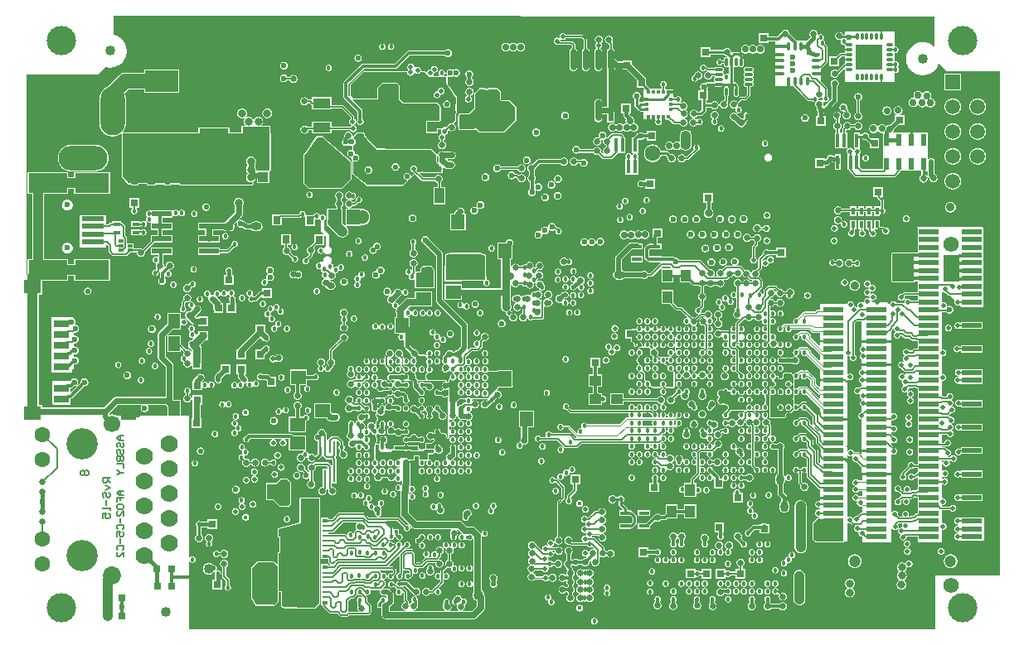
<source format=gbl>
G04 Layer_Physical_Order=8*
G04 Layer_Color=16711680*
%FSLAX43Y43*%
%MOMM*%
G71*
G01*
G75*
%ADD11C,0.635*%
%ADD12R,0.800X0.800*%
%ADD13R,0.800X0.800*%
%ADD14R,1.397X1.549*%
%ADD16R,1.016X0.406*%
%ADD17C,1.016*%
%ADD21O,1.100X0.800*%
%ADD22R,1.000X1.600*%
%ADD23O,0.800X1.100*%
%ADD24R,1.092X1.041*%
%ADD25R,1.041X1.092*%
%ADD26R,1.346X1.524*%
%ADD27R,1.524X1.346*%
%ADD30R,1.800X1.000*%
%ADD42R,3.500X2.000*%
%ADD43R,2.300X0.500*%
%ADD44R,4.000X2.000*%
%ADD45R,0.750X0.350*%
%ADD48R,3.000X2.000*%
%ADD58R,1.000X1.200*%
%ADD67R,0.508X0.254*%
%ADD68R,0.508X0.406*%
%ADD80R,0.508X0.305*%
%ADD82C,0.400*%
%ADD85C,0.152*%
%ADD86C,0.127*%
%ADD87C,0.140*%
%ADD88C,0.300*%
%ADD89C,0.600*%
%ADD90C,0.200*%
%ADD91C,0.114*%
%ADD92C,0.203*%
%ADD93C,0.250*%
%ADD94C,0.800*%
%ADD95C,0.150*%
%ADD96C,0.254*%
%ADD97C,0.305*%
%ADD98C,0.400*%
%ADD99C,0.406*%
%ADD100C,0.508*%
%ADD101C,0.350*%
%ADD103C,0.381*%
%ADD104C,0.550*%
%ADD105C,1.000*%
%ADD106C,0.500*%
%ADD109C,0.140*%
%ADD110C,0.750*%
%ADD111C,3.000*%
%ADD112C,0.600*%
%ADD113C,1.600*%
%ADD114C,1.575*%
%ADD115C,1.200*%
%ADD116C,0.889*%
%ADD117O,2.500X5.000*%
%ADD118O,5.000X2.500*%
%ADD119C,1.500*%
%ADD120R,1.500X1.500*%
%ADD121C,1.778*%
%ADD122C,1.850*%
%ADD123C,1.700*%
%ADD124C,1.600*%
%ADD125C,3.200*%
%ADD126C,0.457*%
%ADD127C,0.500*%
%ADD128C,0.508*%
%ADD129C,0.800*%
%ADD130C,0.550*%
%ADD131C,0.660*%
%ADD132C,0.900*%
%ADD133C,0.700*%
%ADD134C,0.711*%
%ADD135C,1.000*%
%ADD162R,1.549X1.397*%
%ADD163R,0.787X0.889*%
%ADD164R,0.300X0.300*%
%ADD165R,0.300X0.300*%
%ADD166R,0.450X1.400*%
%ADD167R,0.450X1.400*%
%ADD168R,0.450X1.400*%
%ADD169R,1.200X1.000*%
%ADD170R,0.450X0.800*%
%ADD171R,2.000X0.500*%
%ADD172O,0.350X0.850*%
%ADD173O,0.850X0.350*%
%ADD174R,0.350X0.450*%
%ADD175R,0.450X0.350*%
%ADD176O,0.300X0.850*%
%ADD177O,0.850X0.300*%
%ADD178R,1.500X0.800*%
%ADD179R,1.700X1.400*%
%ADD180R,1.150X1.500*%
%ADD181R,1.500X1.150*%
%ADD182R,0.500X1.200*%
%ADD183O,0.330X0.700*%
%ADD184O,0.700X0.330*%
%ADD185R,2.800X2.600*%
%ADD186R,2.800X2.200*%
%ADD187R,3.400X2.200*%
%ADD188O,0.610X2.184*%
%ADD189R,0.610X2.184*%
%ADD190R,2.000X0.600*%
%ADD191R,0.254X1.270*%
%ADD192C,0.380*%
%ADD193C,0.700*%
%ADD194C,1.200*%
%ADD195C,0.635*%
%ADD196C,0.450*%
%ADD197C,1.524*%
G36*
X114752Y124620D02*
X114772Y124603D01*
X114792Y124585D01*
X114835Y124556D01*
X114864Y124542D01*
Y123612D01*
X109693D01*
X109658Y123634D01*
X109584Y123672D01*
X109508Y123704D01*
X109428Y123729D01*
X109347Y123747D01*
X109265Y123758D01*
X109182Y123762D01*
X109099Y123758D01*
X109017Y123747D01*
X108935Y123729D01*
X108922Y123725D01*
X108869Y123764D01*
X108863Y123838D01*
X109755Y124731D01*
X112165D01*
X112196Y124662D01*
X112177Y124642D01*
X112148Y124598D01*
X112125Y124551D01*
X112108Y124501D01*
X112098Y124449D01*
X112094Y124396D01*
X112098Y124344D01*
X112108Y124292D01*
X112125Y124242D01*
X112148Y124195D01*
X112177Y124151D01*
X112212Y124112D01*
X112252Y124077D01*
X112295Y124048D01*
X112343Y124025D01*
X112392Y124008D01*
X112444Y123997D01*
X112497Y123994D01*
X112549Y123997D01*
X112601Y124008D01*
X112651Y124025D01*
X112698Y124048D01*
X112742Y124077D01*
X112781Y124112D01*
X112816Y124151D01*
X112845Y124195D01*
X112868Y124242D01*
X112885Y124292D01*
X112896Y124344D01*
X112899Y124396D01*
X112896Y124449D01*
X112885Y124501D01*
X112868Y124551D01*
X112845Y124598D01*
X112816Y124642D01*
X112798Y124662D01*
X112829Y124731D01*
X114641D01*
X114752Y124620D01*
D02*
G37*
G36*
X193156Y164450D02*
Y161430D01*
X193087Y161400D01*
X193072Y161414D01*
X192986Y161485D01*
X192895Y161550D01*
X192801Y161609D01*
X192702Y161661D01*
X192601Y161707D01*
X192497Y161747D01*
X192390Y161779D01*
X192281Y161804D01*
X192171Y161822D01*
X192061Y161833D01*
X191949Y161837D01*
X191838Y161833D01*
X191727Y161822D01*
X191617Y161804D01*
X191508Y161779D01*
X191402Y161747D01*
X191298Y161707D01*
X191196Y161661D01*
X191098Y161609D01*
X191003Y161550D01*
X190913Y161485D01*
X190827Y161414D01*
X190745Y161338D01*
X190669Y161257D01*
X190598Y161171D01*
X190533Y161080D01*
X190475Y160986D01*
X190422Y160887D01*
X190376Y160786D01*
X190337Y160682D01*
X190305Y160575D01*
X190279Y160466D01*
X190261Y160357D01*
X190250Y160246D01*
X190246Y160134D01*
X190250Y160023D01*
X190261Y159912D01*
X190279Y159802D01*
X190305Y159694D01*
X190337Y159587D01*
X190376Y159483D01*
X190422Y159381D01*
X190475Y159283D01*
X190533Y159188D01*
X190598Y159098D01*
X190669Y159012D01*
X190745Y158930D01*
X190827Y158854D01*
X190913Y158783D01*
X191003Y158719D01*
X191098Y158660D01*
X191196Y158607D01*
X191298Y158561D01*
X191402Y158522D01*
X191508Y158490D01*
X191617Y158464D01*
X191727Y158446D01*
X191838Y158435D01*
X191949Y158432D01*
X192061Y158435D01*
X192171Y158446D01*
X192281Y158464D01*
X192390Y158490D01*
X192497Y158522D01*
X192601Y158561D01*
X192702Y158607D01*
X192801Y158660D01*
X192895Y158719D01*
X192986Y158783D01*
X193072Y158854D01*
X193153Y158930D01*
X193229Y159012D01*
X193300Y159098D01*
X193365Y159188D01*
X193424Y159283D01*
X193476Y159381D01*
X193522Y159483D01*
X193562Y159587D01*
X193565Y159598D01*
X193638Y159617D01*
X194426Y158829D01*
X199796D01*
Y107264D01*
X193192D01*
Y101742D01*
X117019D01*
Y108703D01*
X117091Y108725D01*
X117098Y108714D01*
X117127Y108681D01*
X117159Y108653D01*
X117195Y108629D01*
X117234Y108609D01*
X117275Y108596D01*
X117318Y108587D01*
X117361Y108584D01*
X117404Y108587D01*
X117446Y108596D01*
X117487Y108609D01*
X117526Y108629D01*
X117562Y108653D01*
X117595Y108681D01*
X117623Y108714D01*
X117647Y108750D01*
X117666Y108789D01*
X117680Y108830D01*
X117689Y108872D01*
X117692Y108915D01*
X117689Y108958D01*
X117680Y109001D01*
X117666Y109042D01*
X117647Y109081D01*
X117623Y109117D01*
X117595Y109149D01*
X117562Y109178D01*
X117526Y109202D01*
X117487Y109221D01*
X117446Y109235D01*
X117404Y109243D01*
X117361Y109246D01*
X117318Y109243D01*
X117275Y109235D01*
X117234Y109221D01*
X117195Y109202D01*
X117159Y109178D01*
X117127Y109149D01*
X117098Y109117D01*
X117091Y109106D01*
X117019Y109128D01*
Y123612D01*
X116217D01*
Y125204D01*
X115439D01*
Y128778D01*
X115437Y128804D01*
X115436Y128831D01*
X115425Y128882D01*
X115408Y128932D01*
X115385Y128979D01*
X115356Y129023D01*
X115339Y129043D01*
X115321Y129063D01*
X114652Y129732D01*
Y131748D01*
X115305Y132401D01*
X116217D01*
Y132858D01*
X116236Y132879D01*
X116283Y132904D01*
X116306Y132889D01*
X116348Y132868D01*
X116392Y132853D01*
X116438Y132844D01*
X116484Y132841D01*
X116531Y132844D01*
X116577Y132853D01*
X116621Y132868D01*
X116663Y132889D01*
X116701Y132915D01*
X116736Y132946D01*
X116767Y132981D01*
X116793Y133019D01*
X116814Y133061D01*
X116829Y133105D01*
X116838Y133151D01*
X116841Y133198D01*
X116838Y133244D01*
X116829Y133290D01*
X116814Y133334D01*
X116793Y133376D01*
X116767Y133415D01*
X116736Y133450D01*
X116701Y133480D01*
X116663Y133506D01*
X116621Y133527D01*
X116577Y133542D01*
X116531Y133551D01*
X116484Y133554D01*
X116438Y133551D01*
X116392Y133542D01*
X116348Y133527D01*
X116306Y133506D01*
X116283Y133491D01*
X116236Y133517D01*
X116217Y133538D01*
Y134105D01*
X114864D01*
Y133099D01*
X113965Y132199D01*
X113930Y132160D01*
X113901Y132116D01*
X113877Y132069D01*
X113860Y132019D01*
X113850Y131967D01*
X113849Y131942D01*
X113847Y131915D01*
Y129565D01*
X113849Y129538D01*
X113850Y129513D01*
X113860Y129461D01*
X113860Y129461D01*
X113860D01*
X113877Y129411D01*
X113901Y129364D01*
X113930Y129320D01*
X113965Y129281D01*
X113965Y129281D01*
X113965Y129281D01*
X114634Y128611D01*
Y125536D01*
X109588D01*
X109536Y125532D01*
X109484Y125522D01*
X109434Y125505D01*
X109387Y125482D01*
X109343Y125452D01*
X109325Y125436D01*
X109304Y125418D01*
X108342Y124456D01*
X102017D01*
Y124704D01*
X101668D01*
Y136001D01*
X102017D01*
Y137425D01*
X104702D01*
Y137924D01*
X105251D01*
Y137425D01*
X108954D01*
Y139628D01*
X105251D01*
Y139129D01*
X104702D01*
Y139628D01*
X102205D01*
Y146325D01*
X104702D01*
Y146824D01*
X105251D01*
Y146325D01*
X108954D01*
Y148528D01*
X105251D01*
Y148029D01*
X104702D01*
Y148528D01*
X100498D01*
Y146325D01*
X101000D01*
Y139628D01*
X100498D01*
Y138062D01*
X100442Y138013D01*
X100420Y138016D01*
Y158486D01*
X107774D01*
X108519Y159281D01*
X108525Y159280D01*
X108634Y159254D01*
X108744Y159236D01*
X108855Y159225D01*
X108966Y159221D01*
X109077Y159225D01*
X109188Y159236D01*
X109298Y159254D01*
X109407Y159280D01*
X109513Y159312D01*
X109618Y159351D01*
X109719Y159397D01*
X109817Y159450D01*
X109912Y159508D01*
X110003Y159573D01*
X110089Y159644D01*
X110170Y159720D01*
X110246Y159802D01*
X110317Y159888D01*
X110382Y159978D01*
X110441Y160073D01*
X110493Y160171D01*
X110539Y160273D01*
X110578Y160377D01*
X110611Y160484D01*
X110636Y160592D01*
X110654Y160702D01*
X110665Y160813D01*
X110669Y160924D01*
X110665Y161036D01*
X110654Y161146D01*
X110636Y161256D01*
X110611Y161365D01*
X110578Y161472D01*
X110539Y161576D01*
X110493Y161677D01*
X110441Y161776D01*
X110382Y161870D01*
X110317Y161961D01*
X110246Y162047D01*
X110170Y162128D01*
X110089Y162204D01*
X110003Y162275D01*
X109912Y162340D01*
X109817Y162399D01*
X109719Y162451D01*
X109618Y162497D01*
X109513Y162537D01*
X109407Y162569D01*
X109298Y162594D01*
X109285Y162596D01*
Y164505D01*
X109338Y164558D01*
X193156Y164450D01*
D02*
G37*
%LPC*%
G36*
X118199Y120380D02*
X118150Y120376D01*
X118101Y120367D01*
X118054Y120351D01*
X118010Y120329D01*
X117969Y120302D01*
X117932Y120269D01*
X117899Y120232D01*
X117872Y120191D01*
X117850Y120147D01*
X117834Y120100D01*
X117825Y120052D01*
X117821Y120002D01*
X117825Y119953D01*
X117834Y119905D01*
X117850Y119858D01*
X117872Y119814D01*
X117899Y119773D01*
X117932Y119735D01*
X117969Y119703D01*
X118010Y119675D01*
X118054Y119654D01*
X118101Y119638D01*
X118150Y119628D01*
X118199Y119625D01*
X118248Y119628D01*
X118297Y119638D01*
X118343Y119654D01*
X118388Y119675D01*
X118429Y119703D01*
X118466Y119735D01*
X118498Y119773D01*
X118526Y119814D01*
X118548Y119858D01*
X118563Y119905D01*
X118573Y119953D01*
X118576Y120002D01*
X118573Y120052D01*
X118563Y120100D01*
X118548Y120147D01*
X118526Y120191D01*
X118498Y120232D01*
X118466Y120269D01*
X118429Y120302D01*
X118388Y120329D01*
X118343Y120351D01*
X118297Y120367D01*
X118248Y120376D01*
X118199Y120380D01*
D02*
G37*
G36*
X122415Y120740D02*
X122372Y120737D01*
X122330Y120728D01*
X122289Y120714D01*
X122250Y120695D01*
X122214Y120671D01*
X122181Y120643D01*
X122153Y120610D01*
X122129Y120574D01*
X122110Y120535D01*
X122096Y120494D01*
X122087Y120452D01*
X122084Y120409D01*
X122087Y120366D01*
X122096Y120323D01*
X122110Y120282D01*
X122129Y120243D01*
X122153Y120207D01*
X122181Y120175D01*
X122214Y120146D01*
X122250Y120122D01*
X122289Y120103D01*
X122330Y120089D01*
X122372Y120081D01*
X122407Y120078D01*
X122449Y120016D01*
X122439Y119986D01*
X122430Y119944D01*
X122427Y119901D01*
X122430Y119858D01*
X122439Y119815D01*
X122452Y119774D01*
X122472Y119735D01*
X122446Y119670D01*
X122403Y119673D01*
X122359Y119670D01*
X122317Y119662D01*
X122276Y119648D01*
X122237Y119628D01*
X122201Y119604D01*
X122169Y119576D01*
X122140Y119543D01*
X122116Y119507D01*
X122097Y119469D01*
X122083Y119428D01*
X122075Y119385D01*
X122072Y119342D01*
X122075Y119299D01*
X122083Y119256D01*
X122097Y119215D01*
X122116Y119176D01*
X122140Y119140D01*
X122169Y119108D01*
X122201Y119079D01*
X122237Y119055D01*
X122276Y119036D01*
X122317Y119022D01*
X122359Y119014D01*
X122403Y119011D01*
X122442Y119014D01*
X122488Y118954D01*
X122480Y118930D01*
X122469Y118876D01*
X122465Y118821D01*
X122469Y118766D01*
X122480Y118713D01*
X122497Y118660D01*
X122521Y118611D01*
X122552Y118566D01*
X122588Y118524D01*
X122630Y118488D01*
X122675Y118457D01*
X122724Y118433D01*
X122776Y118416D01*
X122830Y118405D01*
X122885Y118401D01*
X122940Y118405D01*
X122994Y118416D01*
X123046Y118433D01*
X123095Y118457D01*
X123141Y118488D01*
X123182Y118524D01*
X123218Y118566D01*
X123249Y118611D01*
X123273Y118660D01*
X123274Y118662D01*
X123392D01*
X123410Y118624D01*
X123441Y118578D01*
X123477Y118537D01*
X123519Y118501D01*
X123564Y118470D01*
X123613Y118446D01*
X123665Y118428D01*
X123719Y118417D01*
X123774Y118414D01*
X123829Y118417D01*
X123883Y118428D01*
X123935Y118446D01*
X123984Y118470D01*
X124030Y118501D01*
X124071Y118537D01*
X124107Y118578D01*
X124138Y118624D01*
X124162Y118673D01*
X124180Y118725D01*
X124191Y118779D01*
X124194Y118834D01*
X124191Y118889D01*
X124180Y118943D01*
X124162Y118995D01*
X124138Y119044D01*
X124107Y119090D01*
X124071Y119131D01*
X124030Y119167D01*
X123984Y119198D01*
X123935Y119222D01*
X123883Y119240D01*
X123829Y119250D01*
X123774Y119254D01*
X123719Y119250D01*
X123665Y119240D01*
X123613Y119222D01*
X123564Y119198D01*
X123519Y119167D01*
X123477Y119131D01*
X123441Y119090D01*
X123410Y119044D01*
X123392Y119006D01*
X123261D01*
X123249Y119031D01*
X123218Y119077D01*
X123182Y119118D01*
X123141Y119154D01*
X123095Y119185D01*
X123046Y119209D01*
X122994Y119227D01*
X122940Y119238D01*
X122885Y119241D01*
X122830Y119238D01*
X122780Y119228D01*
X122727Y119281D01*
X122731Y119299D01*
X122734Y119342D01*
X122731Y119385D01*
X122722Y119428D01*
X122708Y119469D01*
X122689Y119507D01*
X122715Y119573D01*
Y119573D01*
X122715D01*
X122758Y119570D01*
X122801Y119573D01*
X122844Y119581D01*
X122885Y119595D01*
X122924Y119614D01*
X122960Y119638D01*
X122992Y119667D01*
X123021Y119699D01*
X123045Y119735D01*
X123064Y119774D01*
X123078Y119815D01*
X123086Y119858D01*
X123089Y119901D01*
X123086Y119944D01*
X123078Y119986D01*
X123064Y120027D01*
X123045Y120066D01*
X123021Y120102D01*
X122992Y120135D01*
X122960Y120163D01*
X122924Y120187D01*
X122885Y120206D01*
X122844Y120220D01*
X122801Y120229D01*
X122767Y120231D01*
X122725Y120293D01*
X122735Y120323D01*
X122743Y120366D01*
X122746Y120409D01*
X122743Y120452D01*
X122735Y120494D01*
X122721Y120535D01*
X122702Y120574D01*
X122678Y120610D01*
X122649Y120643D01*
X122617Y120671D01*
X122581Y120695D01*
X122542Y120714D01*
X122501Y120728D01*
X122458Y120737D01*
X122415Y120740D01*
D02*
G37*
G36*
X149009Y120206D02*
X148966Y120203D01*
X148923Y120195D01*
X148882Y120181D01*
X148844Y120162D01*
X148808Y120138D01*
X148775Y120109D01*
X148747Y120077D01*
X148723Y120041D01*
X148703Y120002D01*
X148689Y119961D01*
X148681Y119918D01*
X148678Y119875D01*
X148681Y119832D01*
X148689Y119790D01*
X148703Y119749D01*
X148723Y119710D01*
X148747Y119674D01*
X148775Y119641D01*
X148808Y119613D01*
X148844Y119589D01*
X148882Y119570D01*
X148923Y119556D01*
X148966Y119547D01*
X149009Y119544D01*
X149052Y119547D01*
X149095Y119556D01*
X149136Y119570D01*
X149175Y119589D01*
X149211Y119613D01*
X149243Y119641D01*
X149272Y119674D01*
X149296Y119710D01*
X149315Y119749D01*
X149329Y119790D01*
X149337Y119832D01*
X149340Y119875D01*
X149337Y119918D01*
X149329Y119961D01*
X149315Y120002D01*
X149296Y120041D01*
X149272Y120077D01*
X149243Y120109D01*
X149211Y120138D01*
X149175Y120162D01*
X149136Y120181D01*
X149095Y120195D01*
X149052Y120203D01*
X149009Y120206D01*
D02*
G37*
G36*
X130569Y122264D02*
X130514Y122260D01*
X130460Y122249D01*
X130408Y122232D01*
X130359Y122208D01*
X130313Y122177D01*
X130272Y122141D01*
X130235Y122099D01*
X130205Y122054D01*
X130181Y122005D01*
X130163Y121952D01*
X130152Y121899D01*
X130149Y121844D01*
X130152Y121789D01*
X130152Y121789D01*
X130113Y121761D01*
X130065Y121751D01*
X130018Y121735D01*
X129974Y121713D01*
X129933Y121686D01*
X129895Y121653D01*
X129863Y121616D01*
X129835Y121575D01*
X129814Y121531D01*
X129798Y121484D01*
X129788Y121436D01*
X129785Y121387D01*
X129788Y121337D01*
X129798Y121289D01*
X129814Y121242D01*
X129835Y121198D01*
X129863Y121157D01*
X129895Y121120D01*
X129933Y121087D01*
X129974Y121060D01*
X130018Y121038D01*
X130065Y121022D01*
X130113Y121012D01*
X130160Y121009D01*
Y120407D01*
X130159Y120398D01*
Y119739D01*
X129978Y119559D01*
X129878D01*
X129861Y119585D01*
X129824Y119626D01*
X129783Y119662D01*
X129737Y119693D01*
X129688Y119717D01*
X129636Y119735D01*
X129582Y119746D01*
X129527Y119749D01*
X129472Y119746D01*
X129419Y119735D01*
X129367Y119717D01*
X129317Y119693D01*
X129276Y119665D01*
X129207Y119694D01*
X129199Y119732D01*
X129185Y119773D01*
X129166Y119812D01*
X129142Y119848D01*
X129114Y119881D01*
X129081Y119909D01*
X129045Y119933D01*
X129006Y119952D01*
X128965Y119966D01*
X128956Y119968D01*
Y120030D01*
X128956D01*
Y121630D01*
X127636D01*
X127600Y121667D01*
X127570Y121692D01*
X127536Y121713D01*
X127500Y121728D01*
X127461Y121737D01*
X127422Y121741D01*
X123152D01*
X123112Y121737D01*
X123074Y121728D01*
X123037Y121713D01*
X123004Y121692D01*
X122973Y121667D01*
X122845Y121538D01*
X122829Y121537D01*
X122787Y121528D01*
X122746Y121515D01*
X122707Y121495D01*
X122671Y121471D01*
X122639Y121443D01*
X122610Y121410D01*
X122586Y121374D01*
X122567Y121335D01*
X122553Y121294D01*
X122544Y121252D01*
X122542Y121209D01*
X122544Y121166D01*
X122553Y121123D01*
X122567Y121082D01*
X122586Y121043D01*
X122610Y121007D01*
X122639Y120975D01*
X122671Y120946D01*
X122707Y120922D01*
X122746Y120903D01*
X122787Y120889D01*
X122829Y120881D01*
X122872Y120878D01*
X122916Y120881D01*
X122958Y120889D01*
X122999Y120903D01*
X123038Y120922D01*
X123074Y120946D01*
X123106Y120975D01*
X123135Y121007D01*
X123159Y121043D01*
X123178Y121082D01*
X123192Y121123D01*
X123201Y121166D01*
X123202Y121181D01*
X123256Y121236D01*
X125466D01*
X125483Y121163D01*
X125452Y121148D01*
X125414Y121122D01*
X125379Y121092D01*
X125349Y121057D01*
X125323Y121019D01*
X125303Y120977D01*
X125288Y120934D01*
X125279Y120889D01*
X125276Y120843D01*
X125279Y120797D01*
X125288Y120751D01*
X125303Y120708D01*
X125323Y120666D01*
X125349Y120628D01*
X125379Y120593D01*
X125414Y120563D01*
X125452Y120537D01*
X125494Y120517D01*
X125537Y120502D01*
X125582Y120493D01*
X125628Y120490D01*
X125674Y120493D01*
X125720Y120502D01*
X125763Y120517D01*
X125805Y120537D01*
X125843Y120563D01*
X125878Y120593D01*
X125908Y120628D01*
X125934Y120666D01*
X125954Y120708D01*
X125969Y120751D01*
X125978Y120797D01*
X125981Y120843D01*
X125978Y120889D01*
X125969Y120934D01*
X125954Y120977D01*
X125934Y121019D01*
X125908Y121057D01*
X125878Y121092D01*
X125843Y121122D01*
X125805Y121148D01*
X125774Y121163D01*
X125791Y121236D01*
X126423D01*
X126445Y121164D01*
X126417Y121145D01*
X126383Y121115D01*
X126352Y121080D01*
X126327Y121042D01*
X126306Y121001D01*
X126291Y120957D01*
X126282Y120912D01*
X126279Y120866D01*
X126282Y120820D01*
X126291Y120775D01*
X126306Y120731D01*
X126327Y120690D01*
X126352Y120651D01*
X126383Y120617D01*
X126417Y120586D01*
X126456Y120561D01*
X126497Y120540D01*
X126540Y120526D01*
X126586Y120517D01*
X126632Y120514D01*
X126678Y120517D01*
X126723Y120526D01*
X126767Y120540D01*
X126808Y120561D01*
X126846Y120586D01*
X126881Y120617D01*
X126911Y120651D01*
X126937Y120690D01*
X126957Y120731D01*
X126972Y120775D01*
X126981Y120820D01*
X126984Y120866D01*
X126981Y120912D01*
X126972Y120957D01*
X126957Y121001D01*
X126937Y121042D01*
X126911Y121080D01*
X126881Y121115D01*
X126846Y121145D01*
X126818Y121164D01*
X126840Y121236D01*
X127203D01*
Y120030D01*
X128752D01*
X128764Y119956D01*
X128753Y119952D01*
X128714Y119933D01*
X128678Y119909D01*
X128646Y119881D01*
X128617Y119848D01*
X128593Y119812D01*
X128574Y119773D01*
X128562Y119737D01*
X128557Y119735D01*
X128503Y119746D01*
X128448Y119749D01*
X128393Y119746D01*
X128339Y119735D01*
X128287Y119717D01*
X128238Y119693D01*
X128192Y119662D01*
X128151Y119626D01*
X128115Y119585D01*
X128084Y119539D01*
X128060Y119490D01*
X128042Y119438D01*
X128031Y119384D01*
X128028Y119329D01*
X128031Y119274D01*
X128042Y119220D01*
X128060Y119168D01*
X128084Y119119D01*
X128115Y119074D01*
X128151Y119032D01*
X128192Y118996D01*
X128238Y118965D01*
X128287Y118941D01*
X128339Y118924D01*
X128393Y118913D01*
X128448Y118909D01*
X128503Y118913D01*
X128557Y118924D01*
X128609Y118941D01*
X128658Y118965D01*
X128703Y118996D01*
X128745Y119032D01*
X128781Y119074D01*
X128812Y119119D01*
X128836Y119168D01*
X128853Y119220D01*
X128864Y119274D01*
X128866Y119304D01*
X128880Y119316D01*
X128923Y119319D01*
X128965Y119327D01*
X129006Y119341D01*
X129043Y119359D01*
X129048Y119356D01*
X129111Y119274D01*
X129122Y119220D01*
X129139Y119168D01*
X129164Y119119D01*
X129194Y119074D01*
X129230Y119032D01*
X129272Y118996D01*
X129317Y118965D01*
X129367Y118941D01*
X129419Y118924D01*
X129472Y118913D01*
X129527Y118909D01*
X129582Y118913D01*
X129636Y118924D01*
X129688Y118941D01*
X129737Y118965D01*
X129783Y118996D01*
X129824Y119032D01*
X129861Y119074D01*
X129878Y119100D01*
X130073D01*
X130109Y119103D01*
X130144Y119111D01*
X130178Y119125D01*
X130208Y119144D01*
X130236Y119167D01*
X130551Y119482D01*
X130574Y119510D01*
X130593Y119540D01*
X130607Y119574D01*
X130612Y119595D01*
X130639Y119592D01*
X130690Y119541D01*
X130690Y119541D01*
D01*
X130702Y119503D01*
X130721Y119468D01*
X130721Y119468D01*
X130721Y119468D01*
X130746Y119437D01*
X130969Y119214D01*
X130969Y119214D01*
X131000Y119189D01*
D01*
D01*
Y119189D01*
X131000Y119189D01*
D01*
D01*
X131000D01*
X131000Y119189D01*
D01*
X131000D01*
Y119189D01*
X131035Y119170D01*
X131073Y119158D01*
X131113Y119155D01*
X131113Y119155D01*
X131613D01*
X131685Y119083D01*
Y118189D01*
X131668Y118189D01*
X131668D01*
D01*
X131659D01*
X131659D01*
X131637D01*
X131615D01*
X131615D01*
X131606D01*
X131606D01*
D01*
X131589Y118189D01*
Y118455D01*
X131586Y118494D01*
X131574Y118532D01*
X131565Y118550D01*
X131555Y118567D01*
X131544Y118581D01*
X131530Y118598D01*
X131530Y118598D01*
X131329Y118799D01*
X131298Y118825D01*
X131263Y118843D01*
X131225Y118855D01*
X131186Y118859D01*
X131186Y118859D01*
X129908D01*
X129908Y118859D01*
X129869Y118855D01*
X129831Y118843D01*
X129796Y118825D01*
X129765Y118799D01*
X129672Y118707D01*
X129636Y118719D01*
X129582Y118730D01*
X129527Y118733D01*
X129472Y118730D01*
X129419Y118719D01*
X129367Y118701D01*
X129317Y118677D01*
X129272Y118646D01*
X129230Y118610D01*
X129194Y118569D01*
X129164Y118523D01*
X129139Y118474D01*
X129122Y118422D01*
X129111Y118368D01*
X129107Y118313D01*
X129111Y118258D01*
X129122Y118204D01*
X129139Y118152D01*
X129164Y118103D01*
X129194Y118058D01*
X129230Y118016D01*
X129272Y117980D01*
X129317Y117949D01*
X129325Y117946D01*
Y117813D01*
X129256Y117782D01*
X129236Y117800D01*
X129195Y117827D01*
X129151Y117849D01*
X129150Y117850D01*
X129148Y117855D01*
X129146Y117861D01*
X129130Y117892D01*
X129108Y117919D01*
X128845Y118181D01*
X128853Y118204D01*
X128864Y118258D01*
X128868Y118313D01*
X128864Y118368D01*
X128853Y118422D01*
X128836Y118474D01*
X128812Y118523D01*
X128781Y118569D01*
X128745Y118610D01*
X128703Y118646D01*
X128658Y118677D01*
X128609Y118701D01*
X128557Y118719D01*
X128503Y118730D01*
X128448Y118733D01*
X128393Y118730D01*
X128339Y118719D01*
X128287Y118701D01*
X128238Y118677D01*
X128192Y118646D01*
X128151Y118610D01*
X128115Y118569D01*
X128084Y118523D01*
X128060Y118474D01*
X128042Y118422D01*
X128031Y118368D01*
X128028Y118313D01*
X128031Y118258D01*
X128042Y118204D01*
X128060Y118152D01*
X128084Y118103D01*
X128115Y118058D01*
X128151Y118016D01*
X128192Y117980D01*
X128238Y117949D01*
X128287Y117925D01*
X128339Y117908D01*
X128393Y117897D01*
X128448Y117893D01*
X128503Y117897D01*
X128557Y117908D01*
X128599Y117922D01*
X128740Y117781D01*
X128740Y117767D01*
X128707Y117730D01*
X128680Y117689D01*
X128658Y117645D01*
X128642Y117598D01*
X128632Y117550D01*
X128629Y117500D01*
X128632Y117451D01*
X128642Y117403D01*
X128658Y117356D01*
X128680Y117312D01*
X128707Y117271D01*
X128740Y117234D01*
X128777Y117201D01*
X128818Y117174D01*
X128862Y117152D01*
X128909Y117136D01*
X128957Y117126D01*
X129007Y117123D01*
X129056Y117126D01*
X129104Y117136D01*
X129151Y117152D01*
X129195Y117174D01*
X129236Y117201D01*
X129256Y117219D01*
X129325Y117188D01*
Y116979D01*
X129292Y116962D01*
X129246Y116932D01*
X129205Y116896D01*
X129169Y116854D01*
X129138Y116809D01*
X129114Y116759D01*
X129096Y116707D01*
X129085Y116654D01*
X129082Y116599D01*
X129085Y116544D01*
X129096Y116490D01*
X129114Y116438D01*
X129138Y116389D01*
X129169Y116343D01*
X129205Y116302D01*
X129246Y116265D01*
X129292Y116235D01*
X129341Y116211D01*
X129393Y116193D01*
X129447Y116182D01*
X129502Y116179D01*
X129557Y116182D01*
X129611Y116193D01*
X129663Y116211D01*
X129712Y116235D01*
X129758Y116265D01*
X129799Y116302D01*
X129835Y116343D01*
X129866Y116389D01*
X129890Y116438D01*
X129908Y116490D01*
X129918Y116544D01*
X129922Y116599D01*
X129918Y116654D01*
X129908Y116707D01*
X129890Y116759D01*
X129866Y116809D01*
X129835Y116854D01*
X129799Y116896D01*
X129758Y116932D01*
X129730Y116950D01*
Y117946D01*
X129737Y117949D01*
X129783Y117980D01*
X129824Y118016D01*
X129861Y118058D01*
X129891Y118103D01*
X129915Y118152D01*
X129933Y118204D01*
X129944Y118258D01*
X129947Y118313D01*
X129944Y118368D01*
X129938Y118399D01*
X129992Y118454D01*
X131102D01*
X131184Y118371D01*
Y118189D01*
X131171Y118189D01*
X131171D01*
D01*
X131158D01*
X131158D01*
X131138D01*
X131118D01*
X131105Y118189D01*
X131105Y118189D01*
Y118189D01*
X130660D01*
Y116715D01*
X130686D01*
Y116374D01*
X130632Y116323D01*
X130630Y116323D01*
X130575Y116319D01*
X130521Y116308D01*
X130469Y116291D01*
X130420Y116266D01*
X130374Y116236D01*
X130333Y116200D01*
X130297Y116158D01*
X130266Y116113D01*
X130242Y116063D01*
X130224Y116011D01*
X130214Y115958D01*
X130210Y115903D01*
X130214Y115848D01*
X130224Y115794D01*
X130242Y115742D01*
X130266Y115693D01*
X130297Y115647D01*
X130333Y115606D01*
X130374Y115569D01*
X130420Y115539D01*
X130469Y115515D01*
X130521Y115497D01*
X130575Y115486D01*
X130630Y115483D01*
X130685Y115486D01*
X130739Y115497D01*
X130791Y115515D01*
X130840Y115539D01*
X130886Y115569D01*
X130927Y115606D01*
X130963Y115647D01*
X130994Y115693D01*
X131018Y115742D01*
X131036Y115794D01*
X131046Y115848D01*
X131050Y115903D01*
X131046Y115958D01*
X131036Y116011D01*
X131033Y116019D01*
X131057Y116049D01*
X131057Y116049D01*
X131057Y116049D01*
X131076Y116084D01*
X131088Y116122D01*
X131092Y116162D01*
X131092Y116162D01*
Y116715D01*
X131105D01*
X131105D01*
D01*
X131118D01*
X131118D01*
X131138D01*
X131158D01*
X131158D01*
X131171D01*
X131171D01*
D01*
X131184D01*
Y116162D01*
X131184Y116162D01*
X131188Y116122D01*
X131200Y116084D01*
X131218Y116049D01*
X131243Y116019D01*
X131240Y116011D01*
X131230Y115958D01*
X131226Y115903D01*
X131230Y115848D01*
X131240Y115794D01*
X131258Y115742D01*
X131282Y115693D01*
X131313Y115647D01*
X131349Y115606D01*
X131390Y115569D01*
X131436Y115539D01*
X131485Y115515D01*
X131537Y115497D01*
X131591Y115486D01*
X131646Y115483D01*
X131701Y115486D01*
X131755Y115497D01*
X131807Y115515D01*
X131856Y115539D01*
X131902Y115569D01*
X131943Y115606D01*
X131979Y115647D01*
X132010Y115693D01*
X132034Y115742D01*
X132052Y115794D01*
X132062Y115848D01*
X132066Y115903D01*
X132062Y115958D01*
X132052Y116011D01*
X132034Y116063D01*
X132010Y116113D01*
X131979Y116158D01*
X131943Y116200D01*
X131902Y116236D01*
X131856Y116266D01*
X131807Y116291D01*
X131755Y116308D01*
X131701Y116319D01*
X131646Y116323D01*
X131644Y116323D01*
X131589Y116374D01*
Y116715D01*
X131606D01*
X131606D01*
D01*
X131615D01*
X131615D01*
X131637D01*
X131659D01*
X131668Y116715D01*
X131668Y116715D01*
Y116715D01*
X132116D01*
Y118189D01*
X132090D01*
Y119167D01*
X132090Y119167D01*
X132086Y119206D01*
X132074Y119244D01*
X132056Y119279D01*
X132030Y119310D01*
X131983Y119357D01*
X132030Y119404D01*
X132056Y119435D01*
X132074Y119470D01*
X132086Y119508D01*
X132090Y119548D01*
X132090Y119548D01*
Y119662D01*
X132116D01*
Y121035D01*
X132185Y121063D01*
X132444Y120804D01*
Y120655D01*
X132415Y120636D01*
X132382Y120607D01*
X132354Y120575D01*
X132330Y120539D01*
X132310Y120500D01*
X132297Y120459D01*
X132288Y120416D01*
X132285Y120373D01*
X132288Y120330D01*
X132297Y120287D01*
X132310Y120246D01*
X132330Y120208D01*
X132354Y120172D01*
X132382Y120139D01*
X132415Y120111D01*
X132444Y120091D01*
Y119913D01*
X132415Y119869D01*
X132390Y119820D01*
X132373Y119768D01*
X132362Y119714D01*
X132359Y119659D01*
X132362Y119605D01*
X132373Y119551D01*
X132390Y119499D01*
X132415Y119449D01*
X132445Y119404D01*
X132482Y119362D01*
X132523Y119326D01*
X132568Y119296D01*
X132618Y119271D01*
X132670Y119254D01*
X132724Y119243D01*
X132779Y119239D01*
X132833Y119243D01*
X132887Y119254D01*
X132939Y119271D01*
X132988Y119296D01*
X133034Y119326D01*
X133075Y119362D01*
X133112Y119404D01*
X133142Y119449D01*
X133167Y119499D01*
X133184Y119551D01*
X133195Y119605D01*
X133199Y119659D01*
X133195Y119714D01*
X133184Y119768D01*
X133167Y119820D01*
X133142Y119869D01*
X133112Y119915D01*
X133075Y119956D01*
X133034Y119993D01*
X132988Y120023D01*
X132939Y120047D01*
X132887Y120065D01*
X132887Y120065D01*
X132847Y120129D01*
X132850Y120139D01*
X132879Y120172D01*
X132903Y120208D01*
X132922Y120246D01*
X132936Y120287D01*
X132944Y120330D01*
X132947Y120373D01*
X132944Y120416D01*
X132936Y120459D01*
X132922Y120500D01*
X132903Y120539D01*
X132879Y120575D01*
X132850Y120607D01*
X132818Y120636D01*
X132788Y120655D01*
Y120876D01*
X132785Y120909D01*
X132775Y120942D01*
X132759Y120972D01*
X132738Y120998D01*
X132265Y121470D01*
X132239Y121492D01*
X132209Y121508D01*
X132177Y121517D01*
X132143Y121521D01*
X131661D01*
X131627Y121517D01*
X131595Y121508D01*
X131565Y121492D01*
X131539Y121470D01*
X131265Y121196D01*
X131244Y121170D01*
X131228Y121140D01*
X131226Y121135D01*
X131158D01*
D01*
D01*
X131158Y121135D01*
X131118D01*
D01*
X131092Y121135D01*
Y121549D01*
X131092Y121549D01*
X131092Y121549D01*
Y121719D01*
X131088Y121759D01*
X131076Y121797D01*
X131057Y121832D01*
X131032Y121863D01*
X131002Y121888D01*
X130985Y121896D01*
X130985Y121899D01*
X130974Y121952D01*
X130957Y122005D01*
X130932Y122054D01*
X130902Y122099D01*
X130866Y122141D01*
X130824Y122177D01*
X130779Y122208D01*
X130729Y122232D01*
X130677Y122249D01*
X130624Y122260D01*
X130569Y122264D01*
D02*
G37*
G36*
X144780Y120714D02*
X144737Y120711D01*
X144694Y120703D01*
X144653Y120689D01*
X144615Y120670D01*
X144579Y120646D01*
X144546Y120617D01*
X144517Y120585D01*
X144493Y120549D01*
X144474Y120510D01*
X144460Y120469D01*
X144452Y120426D01*
X144449Y120383D01*
X144452Y120340D01*
X144460Y120298D01*
X144474Y120257D01*
X144493Y120218D01*
X144517Y120182D01*
X144546Y120149D01*
X144579Y120121D01*
X144615Y120097D01*
X144653Y120078D01*
X144694Y120064D01*
X144737Y120055D01*
X144780Y120052D01*
X144823Y120055D01*
X144866Y120064D01*
X144907Y120078D01*
X144945Y120097D01*
X144981Y120121D01*
X145014Y120149D01*
X145043Y120182D01*
X145067Y120218D01*
X145086Y120257D01*
X145100Y120298D01*
X145108Y120340D01*
X145111Y120383D01*
X145108Y120426D01*
X145100Y120469D01*
X145086Y120510D01*
X145067Y120549D01*
X145043Y120585D01*
X145014Y120617D01*
X144981Y120646D01*
X144945Y120670D01*
X144907Y120689D01*
X144866Y120703D01*
X144823Y120711D01*
X144780Y120714D01*
D02*
G37*
G36*
X145596Y120729D02*
X145552Y120727D01*
X145510Y120718D01*
X145469Y120704D01*
X145430Y120685D01*
X145394Y120661D01*
X145362Y120632D01*
X145333Y120600D01*
X145309Y120564D01*
X145290Y120525D01*
X145276Y120484D01*
X145268Y120442D01*
X145265Y120398D01*
X145268Y120355D01*
X145276Y120313D01*
X145290Y120272D01*
X145309Y120233D01*
X145333Y120197D01*
X145362Y120165D01*
X145394Y120136D01*
X145430Y120112D01*
X145469Y120093D01*
X145510Y120079D01*
X145552Y120070D01*
X145596Y120068D01*
X145639Y120070D01*
X145681Y120079D01*
X145722Y120093D01*
X145761Y120112D01*
X145797Y120136D01*
X145830Y120165D01*
X145858Y120197D01*
X145882Y120233D01*
X145901Y120272D01*
X145915Y120313D01*
X145924Y120355D01*
X145927Y120398D01*
X145924Y120442D01*
X145915Y120484D01*
X145901Y120525D01*
X145882Y120564D01*
X145858Y120600D01*
X145830Y120632D01*
X145797Y120661D01*
X145761Y120685D01*
X145722Y120704D01*
X145681Y120718D01*
X145639Y120727D01*
X145596Y120729D01*
D02*
G37*
G36*
X154991Y120473D02*
X154948Y120470D01*
X154905Y120462D01*
X154864Y120448D01*
X154825Y120429D01*
X154789Y120405D01*
X154757Y120376D01*
X154728Y120343D01*
X154704Y120307D01*
X154685Y120269D01*
X154671Y120228D01*
X154663Y120185D01*
X154660Y120142D01*
X154663Y120099D01*
X154671Y120056D01*
X154685Y120015D01*
X154704Y119977D01*
X154728Y119941D01*
X154757Y119908D01*
X154789Y119879D01*
X154825Y119855D01*
X154864Y119836D01*
X154905Y119822D01*
X154948Y119814D01*
X154991Y119811D01*
X155034Y119814D01*
X155076Y119822D01*
X155117Y119836D01*
X155156Y119855D01*
X155192Y119879D01*
X155225Y119908D01*
X155253Y119941D01*
X155277Y119977D01*
X155297Y120015D01*
X155310Y120056D01*
X155319Y120099D01*
X155322Y120142D01*
X155319Y120185D01*
X155310Y120228D01*
X155297Y120269D01*
X155277Y120307D01*
X155253Y120343D01*
X155225Y120376D01*
X155192Y120405D01*
X155156Y120429D01*
X155117Y120448D01*
X155076Y120462D01*
X155034Y120470D01*
X154991Y120473D01*
D02*
G37*
G36*
X153111Y120803D02*
X153068Y120800D01*
X153026Y120792D01*
X152985Y120778D01*
X152946Y120759D01*
X152910Y120735D01*
X152877Y120706D01*
X152849Y120674D01*
X152825Y120638D01*
X152805Y120599D01*
X152792Y120558D01*
X152783Y120515D01*
X152780Y120472D01*
X152783Y120429D01*
X152792Y120387D01*
X152805Y120346D01*
X152825Y120307D01*
X152849Y120271D01*
X152877Y120238D01*
X152910Y120210D01*
X152946Y120186D01*
X152985Y120166D01*
X153026Y120153D01*
X153068Y120144D01*
X153111Y120141D01*
X153154Y120144D01*
X153197Y120153D01*
X153238Y120166D01*
X153277Y120186D01*
X153313Y120210D01*
X153345Y120238D01*
X153374Y120271D01*
X153398Y120307D01*
X153417Y120346D01*
X153431Y120387D01*
X153439Y120429D01*
X153442Y120472D01*
X153439Y120515D01*
X153431Y120558D01*
X153417Y120599D01*
X153398Y120638D01*
X153374Y120674D01*
X153345Y120706D01*
X153313Y120735D01*
X153277Y120759D01*
X153238Y120778D01*
X153197Y120792D01*
X153154Y120800D01*
X153111Y120803D01*
D02*
G37*
G36*
X165431Y120003D02*
X165388Y120001D01*
X165345Y119992D01*
X165304Y119978D01*
X165265Y119959D01*
X165229Y119935D01*
X165197Y119907D01*
X165168Y119874D01*
X165144Y119838D01*
X165125Y119799D01*
X165111Y119758D01*
X165103Y119716D01*
X165100Y119673D01*
X165103Y119629D01*
X165111Y119587D01*
X165114Y119579D01*
X165050Y119540D01*
X164959Y119631D01*
X164962Y119673D01*
X164959Y119716D01*
X164951Y119758D01*
X164937Y119799D01*
X164917Y119838D01*
X164893Y119874D01*
X164865Y119907D01*
X164832Y119935D01*
X164796Y119959D01*
X164758Y119978D01*
X164717Y119992D01*
X164674Y120001D01*
X164631Y120003D01*
X164588Y120001D01*
X164545Y119992D01*
X164504Y119978D01*
X164465Y119959D01*
X164429Y119935D01*
X164397Y119907D01*
X164368Y119874D01*
X164344Y119838D01*
X164325Y119799D01*
X164311Y119758D01*
X164303Y119716D01*
X164300Y119673D01*
X164303Y119629D01*
X164311Y119587D01*
X164325Y119546D01*
X164344Y119507D01*
X164368Y119471D01*
X164397Y119439D01*
X164429Y119410D01*
X164465Y119386D01*
X164504Y119367D01*
X164545Y119353D01*
X164588Y119344D01*
X164631Y119342D01*
X164673Y119344D01*
X164740Y119262D01*
X164735Y119248D01*
X164704Y119195D01*
X164674Y119201D01*
X164631Y119203D01*
X164588Y119201D01*
X164545Y119192D01*
X164504Y119178D01*
X164465Y119159D01*
X164429Y119135D01*
X164397Y119107D01*
X164368Y119074D01*
X164344Y119038D01*
X164325Y118999D01*
X164311Y118958D01*
X164303Y118916D01*
X164300Y118873D01*
X164303Y118829D01*
X164311Y118787D01*
X164325Y118746D01*
X164344Y118707D01*
X164368Y118671D01*
X164397Y118639D01*
X164429Y118610D01*
X164465Y118586D01*
X164504Y118567D01*
X164545Y118553D01*
X164588Y118544D01*
X164631Y118542D01*
X164674Y118544D01*
X164717Y118553D01*
X164758Y118567D01*
X164796Y118586D01*
X164832Y118610D01*
X164833Y118611D01*
X165071Y118373D01*
X165102Y118348D01*
X165137Y118329D01*
X165168Y118274D01*
X165144Y118238D01*
X165125Y118199D01*
X165111Y118158D01*
X165103Y118116D01*
X165100Y118073D01*
X165103Y118029D01*
X165111Y117987D01*
X165125Y117946D01*
X165144Y117907D01*
X165168Y117871D01*
X165197Y117839D01*
X165229Y117810D01*
X165265Y117786D01*
X165304Y117767D01*
X165345Y117753D01*
X165388Y117744D01*
X165431Y117742D01*
X165474Y117744D01*
X165517Y117753D01*
X165558Y117767D01*
X165596Y117786D01*
X165632Y117810D01*
X165665Y117839D01*
X165693Y117871D01*
X165717Y117907D01*
X165737Y117946D01*
X165751Y117987D01*
X165759Y118029D01*
X165762Y118073D01*
X165759Y118116D01*
X165751Y118158D01*
X165746Y118173D01*
X165811Y118210D01*
X165832Y118186D01*
X165873Y118150D01*
X165919Y118119D01*
X165968Y118095D01*
X166020Y118077D01*
X166074Y118067D01*
X166129Y118063D01*
X166184Y118067D01*
X166237Y118077D01*
X166289Y118095D01*
X166339Y118119D01*
X166384Y118150D01*
X166426Y118186D01*
X166462Y118227D01*
X166492Y118273D01*
X166517Y118322D01*
X166534Y118374D01*
X166545Y118428D01*
X166549Y118483D01*
X166545Y118538D01*
X166534Y118592D01*
X166517Y118644D01*
X166492Y118693D01*
X166462Y118739D01*
X166426Y118780D01*
X166386Y118815D01*
X166391Y118890D01*
X166410Y118902D01*
X166451Y118939D01*
X166487Y118980D01*
X166518Y119026D01*
X166542Y119075D01*
X166560Y119127D01*
X166571Y119181D01*
X166574Y119236D01*
X166571Y119290D01*
X166560Y119344D01*
X166542Y119396D01*
X166518Y119446D01*
X166487Y119491D01*
X166451Y119533D01*
X166410Y119569D01*
X166364Y119599D01*
X166315Y119624D01*
X166263Y119641D01*
X166209Y119652D01*
X166154Y119656D01*
X166099Y119652D01*
X166045Y119641D01*
X165993Y119624D01*
X165944Y119599D01*
X165898Y119569D01*
X165857Y119533D01*
X165821Y119491D01*
X165807Y119470D01*
X165733Y119474D01*
X165732Y119475D01*
X165716Y119504D01*
X165717Y119507D01*
X165737Y119546D01*
X165751Y119587D01*
X165759Y119629D01*
X165762Y119673D01*
X165759Y119716D01*
X165751Y119758D01*
X165737Y119799D01*
X165717Y119838D01*
X165693Y119874D01*
X165665Y119907D01*
X165632Y119935D01*
X165596Y119959D01*
X165558Y119978D01*
X165517Y119992D01*
X165474Y120001D01*
X165431Y120003D01*
D02*
G37*
G36*
X135169Y119929D02*
X135126Y119926D01*
X135083Y119918D01*
X135042Y119904D01*
X135003Y119885D01*
X134967Y119861D01*
X134935Y119832D01*
X134906Y119800D01*
X134882Y119764D01*
X134863Y119725D01*
X134849Y119684D01*
X134841Y119642D01*
X134838Y119598D01*
X134841Y119555D01*
X134849Y119513D01*
X134863Y119472D01*
X134882Y119433D01*
X134906Y119397D01*
X134935Y119364D01*
X134967Y119336D01*
X135003Y119312D01*
X135042Y119293D01*
X135083Y119279D01*
X135126Y119270D01*
X135169Y119267D01*
X135212Y119270D01*
X135255Y119279D01*
X135296Y119293D01*
X135334Y119312D01*
X135370Y119336D01*
X135403Y119364D01*
X135431Y119397D01*
X135455Y119433D01*
X135475Y119472D01*
X135489Y119513D01*
X135497Y119555D01*
X135500Y119598D01*
X135497Y119642D01*
X135489Y119684D01*
X135475Y119725D01*
X135455Y119764D01*
X135431Y119800D01*
X135403Y119832D01*
X135370Y119861D01*
X135334Y119885D01*
X135296Y119904D01*
X135255Y119918D01*
X135212Y119926D01*
X135169Y119929D01*
D02*
G37*
G36*
X162231Y120003D02*
X162188Y120001D01*
X162145Y119992D01*
X162104Y119978D01*
X162065Y119959D01*
X162029Y119935D01*
X161997Y119907D01*
X161968Y119874D01*
X161944Y119838D01*
X161925Y119799D01*
X161911Y119758D01*
X161903Y119716D01*
X161900Y119673D01*
X161903Y119629D01*
X161911Y119587D01*
X161925Y119546D01*
X161944Y119507D01*
X161968Y119471D01*
X161997Y119439D01*
X162029Y119410D01*
X162065Y119386D01*
X162104Y119367D01*
X162145Y119353D01*
X162188Y119344D01*
X162231Y119342D01*
X162274Y119344D01*
X162317Y119353D01*
X162358Y119367D01*
X162396Y119386D01*
X162432Y119410D01*
X162465Y119439D01*
X162493Y119471D01*
X162517Y119507D01*
X162537Y119546D01*
X162551Y119587D01*
X162559Y119629D01*
X162562Y119673D01*
X162559Y119716D01*
X162551Y119758D01*
X162537Y119799D01*
X162517Y119838D01*
X162493Y119874D01*
X162465Y119907D01*
X162432Y119935D01*
X162396Y119959D01*
X162358Y119978D01*
X162317Y119992D01*
X162274Y120001D01*
X162231Y120003D01*
D02*
G37*
G36*
X145570Y119917D02*
X145527Y119914D01*
X145485Y119905D01*
X145444Y119891D01*
X145405Y119872D01*
X145369Y119848D01*
X145336Y119820D01*
X145308Y119787D01*
X145284Y119751D01*
X145264Y119712D01*
X145251Y119671D01*
X145242Y119629D01*
X145239Y119586D01*
X145242Y119543D01*
X145251Y119500D01*
X145264Y119459D01*
X145284Y119420D01*
X145308Y119384D01*
X145336Y119352D01*
X145369Y119323D01*
X145405Y119299D01*
X145444Y119280D01*
X145485Y119266D01*
X145527Y119258D01*
X145570Y119255D01*
X145613Y119258D01*
X145656Y119266D01*
X145697Y119280D01*
X145736Y119299D01*
X145772Y119323D01*
X145804Y119352D01*
X145833Y119384D01*
X145857Y119420D01*
X145876Y119459D01*
X145890Y119500D01*
X145898Y119543D01*
X145901Y119586D01*
X145898Y119629D01*
X145890Y119671D01*
X145876Y119712D01*
X145857Y119751D01*
X145833Y119787D01*
X145804Y119820D01*
X145772Y119848D01*
X145736Y119872D01*
X145697Y119891D01*
X145656Y119905D01*
X145613Y119914D01*
X145570Y119917D01*
D02*
G37*
G36*
X134353Y119927D02*
X134310Y119924D01*
X134268Y119916D01*
X134227Y119902D01*
X134188Y119882D01*
X134152Y119858D01*
X134119Y119830D01*
X134091Y119797D01*
X134067Y119761D01*
X134048Y119723D01*
X134034Y119682D01*
X134025Y119639D01*
X134022Y119596D01*
X134025Y119553D01*
X134034Y119510D01*
X134048Y119469D01*
X134067Y119430D01*
X134091Y119394D01*
X134119Y119362D01*
X134152Y119333D01*
X134188Y119309D01*
X134227Y119290D01*
X134268Y119276D01*
X134310Y119268D01*
X134353Y119265D01*
X134396Y119268D01*
X134439Y119276D01*
X134480Y119290D01*
X134519Y119309D01*
X134555Y119333D01*
X134587Y119362D01*
X134616Y119394D01*
X134640Y119430D01*
X134659Y119469D01*
X134673Y119510D01*
X134681Y119553D01*
X134684Y119596D01*
X134681Y119639D01*
X134673Y119682D01*
X134659Y119723D01*
X134640Y119761D01*
X134616Y119797D01*
X134587Y119830D01*
X134555Y119858D01*
X134519Y119882D01*
X134480Y119902D01*
X134439Y119916D01*
X134396Y119924D01*
X134353Y119927D01*
D02*
G37*
G36*
X163031Y120003D02*
X162988Y120001D01*
X162945Y119992D01*
X162904Y119978D01*
X162865Y119959D01*
X162829Y119935D01*
X162797Y119907D01*
X162768Y119874D01*
X162744Y119838D01*
X162725Y119799D01*
X162711Y119758D01*
X162703Y119716D01*
X162700Y119673D01*
X162703Y119629D01*
X162711Y119587D01*
X162725Y119546D01*
X162744Y119507D01*
X162768Y119471D01*
X162797Y119439D01*
X162829Y119410D01*
X162865Y119386D01*
X162904Y119367D01*
X162945Y119353D01*
X162988Y119344D01*
X163031Y119342D01*
X163074Y119344D01*
X163117Y119353D01*
X163158Y119367D01*
X163196Y119386D01*
X163232Y119410D01*
X163265Y119439D01*
X163293Y119471D01*
X163317Y119507D01*
X163337Y119546D01*
X163351Y119587D01*
X163359Y119629D01*
X163362Y119673D01*
X163359Y119716D01*
X163351Y119758D01*
X163337Y119799D01*
X163317Y119838D01*
X163293Y119874D01*
X163265Y119907D01*
X163232Y119935D01*
X163196Y119959D01*
X163158Y119978D01*
X163117Y119992D01*
X163074Y120001D01*
X163031Y120003D01*
D02*
G37*
G36*
X172631Y120803D02*
X172588Y120801D01*
X172545Y120792D01*
X172504Y120778D01*
X172465Y120759D01*
X172429Y120735D01*
X172397Y120707D01*
X172368Y120674D01*
X172344Y120638D01*
X172325Y120599D01*
X172311Y120558D01*
X172303Y120516D01*
X172300Y120473D01*
X172303Y120429D01*
X172311Y120387D01*
X172325Y120346D01*
X172344Y120307D01*
X172368Y120271D01*
X172397Y120239D01*
X172429Y120210D01*
X172465Y120186D01*
X172504Y120167D01*
X172545Y120153D01*
X172588Y120144D01*
X172631Y120142D01*
X172674Y120144D01*
X172717Y120153D01*
X172758Y120167D01*
X172796Y120186D01*
X172797Y120185D01*
X172842Y120118D01*
X172838Y120110D01*
X172820Y120058D01*
X172810Y120004D01*
X172806Y119949D01*
X172810Y119895D01*
X172820Y119841D01*
X172838Y119789D01*
X172862Y119739D01*
X172893Y119694D01*
X172929Y119652D01*
X172970Y119616D01*
X173016Y119586D01*
X173065Y119561D01*
X173117Y119544D01*
X173127Y119542D01*
X173144Y119507D01*
X173168Y119471D01*
X173197Y119439D01*
X173229Y119410D01*
X173265Y119386D01*
X173304Y119367D01*
X173345Y119353D01*
X173388Y119344D01*
X173431Y119342D01*
X173474Y119344D01*
X173517Y119353D01*
X173558Y119367D01*
X173596Y119386D01*
X173632Y119410D01*
X173665Y119439D01*
X173693Y119471D01*
X173717Y119507D01*
X173737Y119546D01*
X173751Y119587D01*
X173759Y119629D01*
X173762Y119673D01*
X173759Y119716D01*
X173751Y119758D01*
X173737Y119799D01*
X173717Y119838D01*
X173693Y119874D01*
X173665Y119907D01*
X173644Y119925D01*
X173646Y119949D01*
X173642Y120004D01*
X173632Y120058D01*
X173614Y120110D01*
X173590Y120159D01*
X173559Y120205D01*
X173523Y120246D01*
X173482Y120283D01*
X173436Y120313D01*
X173387Y120337D01*
X173335Y120355D01*
X173281Y120366D01*
X173226Y120369D01*
X173171Y120366D01*
X173117Y120355D01*
X173065Y120337D01*
X173016Y120313D01*
X173010Y120310D01*
X172937Y120346D01*
X172951Y120387D01*
X172959Y120429D01*
X172962Y120473D01*
X172959Y120516D01*
X172951Y120558D01*
X172937Y120599D01*
X172917Y120638D01*
X172893Y120674D01*
X172865Y120707D01*
X172832Y120735D01*
X172796Y120759D01*
X172758Y120778D01*
X172717Y120792D01*
X172674Y120801D01*
X172631Y120803D01*
D02*
G37*
G36*
X175831Y120003D02*
X175788Y120001D01*
X175745Y119992D01*
X175704Y119978D01*
X175665Y119959D01*
X175629Y119935D01*
X175597Y119907D01*
X175568Y119874D01*
X175544Y119838D01*
X175525Y119799D01*
X175511Y119758D01*
X175503Y119716D01*
X175500Y119673D01*
X175503Y119629D01*
X175511Y119587D01*
X175525Y119546D01*
X175544Y119507D01*
X175568Y119471D01*
X175597Y119439D01*
X175629Y119410D01*
X175665Y119386D01*
X175704Y119367D01*
X175745Y119353D01*
X175788Y119344D01*
X175831Y119342D01*
X175874Y119344D01*
X175917Y119353D01*
X175958Y119367D01*
X175996Y119386D01*
X176032Y119410D01*
X176065Y119439D01*
X176093Y119471D01*
X176117Y119507D01*
X176137Y119546D01*
X176151Y119587D01*
X176159Y119629D01*
X176162Y119673D01*
X176159Y119716D01*
X176151Y119758D01*
X176137Y119799D01*
X176117Y119838D01*
X176093Y119874D01*
X176065Y119907D01*
X176032Y119935D01*
X175996Y119959D01*
X175958Y119978D01*
X175917Y119992D01*
X175874Y120001D01*
X175831Y120003D01*
D02*
G37*
G36*
X163831D02*
X163788Y120001D01*
X163745Y119992D01*
X163704Y119978D01*
X163665Y119959D01*
X163629Y119935D01*
X163597Y119907D01*
X163568Y119874D01*
X163544Y119838D01*
X163525Y119799D01*
X163511Y119758D01*
X163503Y119716D01*
X163500Y119673D01*
X163503Y119629D01*
X163511Y119587D01*
X163525Y119546D01*
X163544Y119507D01*
X163568Y119471D01*
X163597Y119439D01*
X163629Y119410D01*
X163665Y119386D01*
X163704Y119367D01*
X163745Y119353D01*
X163788Y119344D01*
X163831Y119342D01*
X163874Y119344D01*
X163917Y119353D01*
X163958Y119367D01*
X163996Y119386D01*
X164032Y119410D01*
X164065Y119439D01*
X164093Y119471D01*
X164117Y119507D01*
X164137Y119546D01*
X164151Y119587D01*
X164159Y119629D01*
X164162Y119673D01*
X164159Y119716D01*
X164151Y119758D01*
X164137Y119799D01*
X164117Y119838D01*
X164093Y119874D01*
X164065Y119907D01*
X164032Y119935D01*
X163996Y119959D01*
X163958Y119978D01*
X163917Y119992D01*
X163874Y120001D01*
X163831Y120003D01*
D02*
G37*
G36*
X171831D02*
X171788Y120001D01*
X171745Y119992D01*
X171704Y119978D01*
X171665Y119959D01*
X171629Y119935D01*
X171597Y119907D01*
X171568Y119874D01*
X171544Y119838D01*
X171525Y119799D01*
X171511Y119758D01*
X171503Y119716D01*
X171500Y119673D01*
X171503Y119629D01*
X171511Y119587D01*
X171525Y119546D01*
X171544Y119507D01*
X171568Y119471D01*
X171597Y119439D01*
X171629Y119410D01*
X171665Y119386D01*
X171704Y119367D01*
X171745Y119353D01*
X171788Y119344D01*
X171831Y119342D01*
X171874Y119344D01*
X171917Y119353D01*
X171958Y119367D01*
X171996Y119386D01*
X172032Y119410D01*
X172065Y119439D01*
X172093Y119471D01*
X172117Y119507D01*
X172137Y119546D01*
X172151Y119587D01*
X172159Y119629D01*
X172162Y119673D01*
X172159Y119716D01*
X172151Y119758D01*
X172137Y119799D01*
X172117Y119838D01*
X172093Y119874D01*
X172065Y119907D01*
X172032Y119935D01*
X171996Y119959D01*
X171958Y119978D01*
X171917Y119992D01*
X171874Y120001D01*
X171831Y120003D01*
D02*
G37*
G36*
X166231Y121603D02*
X166188Y121601D01*
X166145Y121592D01*
X166104Y121578D01*
X166065Y121559D01*
X166029Y121535D01*
X165997Y121507D01*
X165968Y121474D01*
X165944Y121438D01*
X165925Y121399D01*
X165911Y121358D01*
X165903Y121316D01*
X165900Y121273D01*
X165903Y121229D01*
X165911Y121187D01*
X165925Y121146D01*
X165944Y121107D01*
X165968Y121071D01*
X165997Y121039D01*
X166029Y121010D01*
X166065Y120986D01*
X166104Y120967D01*
X166145Y120953D01*
X166188Y120944D01*
X166231Y120942D01*
X166274Y120944D01*
X166317Y120953D01*
X166358Y120967D01*
X166396Y120986D01*
X166432Y121010D01*
X166465Y121039D01*
X166493Y121071D01*
X166517Y121107D01*
X166537Y121146D01*
X166551Y121187D01*
X166559Y121229D01*
X166562Y121273D01*
X166559Y121316D01*
X166551Y121358D01*
X166537Y121399D01*
X166517Y121438D01*
X166493Y121474D01*
X166465Y121507D01*
X166432Y121535D01*
X166396Y121559D01*
X166358Y121578D01*
X166317Y121592D01*
X166274Y121601D01*
X166231Y121603D01*
D02*
G37*
G36*
X173424Y121611D02*
X173381Y121608D01*
X173339Y121600D01*
X173298Y121586D01*
X173259Y121567D01*
X173223Y121543D01*
X173190Y121514D01*
X173162Y121482D01*
X173138Y121446D01*
X173119Y121407D01*
X173105Y121366D01*
X173096Y121323D01*
X173093Y121280D01*
X173096Y121237D01*
X173105Y121194D01*
X173119Y121153D01*
X173138Y121115D01*
X173162Y121079D01*
X173190Y121046D01*
X173223Y121018D01*
X173259Y120994D01*
X173298Y120974D01*
X173339Y120960D01*
X173381Y120952D01*
X173424Y120949D01*
X173468Y120952D01*
X173510Y120960D01*
X173551Y120974D01*
X173590Y120994D01*
X173626Y121018D01*
X173658Y121046D01*
X173687Y121079D01*
X173711Y121115D01*
X173730Y121153D01*
X173744Y121194D01*
X173752Y121237D01*
X173755Y121280D01*
X173752Y121323D01*
X173744Y121366D01*
X173730Y121407D01*
X173711Y121446D01*
X173687Y121482D01*
X173658Y121514D01*
X173626Y121543D01*
X173590Y121567D01*
X173551Y121586D01*
X173510Y121600D01*
X173468Y121608D01*
X173424Y121611D01*
D02*
G37*
G36*
X152289Y124130D02*
X150740D01*
Y122403D01*
X150933D01*
Y122164D01*
X150931Y122157D01*
X150921Y122109D01*
X150918Y122060D01*
X150921Y122010D01*
X150931Y121962D01*
X150933Y121955D01*
Y121319D01*
X150906Y121279D01*
X150882Y121230D01*
X150864Y121178D01*
X150853Y121124D01*
X150850Y121069D01*
X150853Y121014D01*
X150864Y120960D01*
X150874Y120932D01*
X150824Y120876D01*
X150820Y120876D01*
X150777Y120879D01*
X150734Y120876D01*
X150692Y120868D01*
X150651Y120854D01*
X150612Y120835D01*
X150576Y120811D01*
X150543Y120782D01*
X150515Y120750D01*
X150491Y120714D01*
X150471Y120675D01*
X150458Y120634D01*
X150449Y120592D01*
X150446Y120548D01*
X150449Y120505D01*
X150458Y120463D01*
X150471Y120422D01*
X150491Y120383D01*
X150515Y120347D01*
X150543Y120314D01*
X150576Y120286D01*
X150612Y120262D01*
X150651Y120243D01*
X150692Y120229D01*
X150734Y120220D01*
X150777Y120217D01*
X150820Y120220D01*
X150863Y120229D01*
X150904Y120243D01*
X150943Y120262D01*
X150979Y120286D01*
X151011Y120314D01*
X151040Y120347D01*
X151064Y120383D01*
X151083Y120422D01*
X151097Y120463D01*
X151105Y120505D01*
X151108Y120548D01*
X151105Y120592D01*
X151101Y120615D01*
X151157Y120665D01*
X151161Y120663D01*
X151215Y120653D01*
X151270Y120649D01*
X151325Y120653D01*
X151378Y120663D01*
X151430Y120681D01*
X151480Y120705D01*
X151525Y120736D01*
X151567Y120772D01*
X151603Y120813D01*
X151633Y120859D01*
X151658Y120908D01*
X151675Y120960D01*
X151686Y121014D01*
X151690Y121069D01*
X151686Y121124D01*
X151675Y121178D01*
X151658Y121230D01*
X151638Y121271D01*
Y121903D01*
X151644Y121915D01*
X151660Y121962D01*
X151669Y122010D01*
X151673Y122060D01*
X151669Y122109D01*
X151660Y122157D01*
X151644Y122204D01*
X151638Y122217D01*
Y122403D01*
X152289D01*
Y124130D01*
D02*
G37*
G36*
X145583Y121542D02*
X145540Y121539D01*
X145497Y121531D01*
X145456Y121517D01*
X145417Y121498D01*
X145381Y121474D01*
X145349Y121445D01*
X145320Y121413D01*
X145296Y121377D01*
X145277Y121338D01*
X145263Y121297D01*
X145255Y121254D01*
X145252Y121211D01*
X145255Y121168D01*
X145263Y121126D01*
X145277Y121085D01*
X145296Y121046D01*
X145320Y121010D01*
X145349Y120977D01*
X145381Y120949D01*
X145417Y120925D01*
X145456Y120906D01*
X145497Y120892D01*
X145540Y120883D01*
X145583Y120880D01*
X145626Y120883D01*
X145669Y120892D01*
X145710Y120906D01*
X145748Y120925D01*
X145784Y120949D01*
X145817Y120977D01*
X145845Y121010D01*
X145869Y121046D01*
X145889Y121085D01*
X145903Y121126D01*
X145911Y121168D01*
X145914Y121211D01*
X145911Y121254D01*
X145903Y121297D01*
X145889Y121338D01*
X145869Y121377D01*
X145845Y121413D01*
X145817Y121445D01*
X145784Y121474D01*
X145748Y121498D01*
X145710Y121517D01*
X145669Y121531D01*
X145626Y121539D01*
X145583Y121542D01*
D02*
G37*
G36*
X167831Y122403D02*
X167788Y122401D01*
X167745Y122392D01*
X167704Y122378D01*
X167665Y122359D01*
X167629Y122335D01*
X167597Y122307D01*
X167568Y122274D01*
X167544Y122238D01*
X167525Y122199D01*
X167511Y122158D01*
X167503Y122116D01*
X167500Y122073D01*
X167503Y122029D01*
X167511Y121987D01*
X167515Y121976D01*
X167500Y121963D01*
X167464Y121922D01*
X167433Y121876D01*
X167409Y121827D01*
X167391Y121775D01*
X167381Y121721D01*
X167377Y121666D01*
X167381Y121611D01*
X167391Y121557D01*
X167409Y121505D01*
X167433Y121456D01*
X167464Y121410D01*
X167500Y121369D01*
X167541Y121333D01*
X167587Y121302D01*
X167636Y121278D01*
X167688Y121260D01*
X167742Y121250D01*
X167797Y121246D01*
X167852Y121250D01*
X167906Y121260D01*
X167958Y121278D01*
X168007Y121302D01*
X168053Y121333D01*
X168094Y121369D01*
X168130Y121410D01*
X168161Y121456D01*
X168185Y121505D01*
X168203Y121557D01*
X168214Y121611D01*
X168217Y121666D01*
X168214Y121721D01*
X168203Y121775D01*
X168185Y121827D01*
X168161Y121876D01*
X168130Y121922D01*
X168127Y121926D01*
X168137Y121946D01*
X168151Y121987D01*
X168159Y122029D01*
X168162Y122073D01*
X168159Y122116D01*
X168151Y122158D01*
X168137Y122199D01*
X168117Y122238D01*
X168093Y122274D01*
X168065Y122307D01*
X168032Y122335D01*
X167996Y122359D01*
X167958Y122378D01*
X167917Y122392D01*
X167874Y122401D01*
X167831Y122403D01*
D02*
G37*
G36*
X145583Y122355D02*
X145540Y122352D01*
X145497Y122344D01*
X145456Y122330D01*
X145417Y122311D01*
X145381Y122287D01*
X145349Y122258D01*
X145320Y122226D01*
X145296Y122190D01*
X145277Y122151D01*
X145263Y122110D01*
X145255Y122067D01*
X145252Y122024D01*
X145255Y121981D01*
X145263Y121938D01*
X145277Y121897D01*
X145296Y121859D01*
X145320Y121823D01*
X145349Y121790D01*
X145381Y121762D01*
X145417Y121738D01*
X145456Y121718D01*
X145497Y121704D01*
X145540Y121696D01*
X145583Y121693D01*
X145626Y121696D01*
X145669Y121704D01*
X145710Y121718D01*
X145748Y121738D01*
X145784Y121762D01*
X145817Y121790D01*
X145845Y121823D01*
X145869Y121859D01*
X145889Y121897D01*
X145903Y121938D01*
X145911Y121981D01*
X145914Y122024D01*
X145911Y122067D01*
X145903Y122110D01*
X145889Y122151D01*
X145869Y122190D01*
X145845Y122226D01*
X145817Y122258D01*
X145784Y122287D01*
X145748Y122311D01*
X145710Y122330D01*
X145669Y122344D01*
X145626Y122352D01*
X145583Y122355D01*
D02*
G37*
G36*
X173431Y122403D02*
X173388Y122401D01*
X173345Y122392D01*
X173304Y122378D01*
X173265Y122359D01*
X173229Y122335D01*
X173197Y122307D01*
X173168Y122274D01*
X173144Y122238D01*
X173125Y122199D01*
X173111Y122158D01*
X173103Y122116D01*
X173100Y122073D01*
X173103Y122029D01*
X173111Y121987D01*
X173125Y121946D01*
X173144Y121907D01*
X173168Y121871D01*
X173197Y121839D01*
X173229Y121810D01*
X173265Y121786D01*
X173304Y121767D01*
X173345Y121753D01*
X173388Y121744D01*
X173431Y121742D01*
X173474Y121744D01*
X173517Y121753D01*
X173558Y121767D01*
X173596Y121786D01*
X173632Y121810D01*
X173665Y121839D01*
X173693Y121871D01*
X173717Y121907D01*
X173737Y121946D01*
X173751Y121987D01*
X173759Y122029D01*
X173762Y122073D01*
X173759Y122116D01*
X173751Y122158D01*
X173737Y122199D01*
X173717Y122238D01*
X173693Y122274D01*
X173665Y122307D01*
X173632Y122335D01*
X173596Y122359D01*
X173558Y122378D01*
X173517Y122392D01*
X173474Y122401D01*
X173431Y122403D01*
D02*
G37*
G36*
X119672Y122073D02*
X119629Y122070D01*
X119586Y122062D01*
X119545Y122048D01*
X119507Y122029D01*
X119471Y122005D01*
X119438Y121976D01*
X119410Y121944D01*
X119386Y121908D01*
X119366Y121869D01*
X119352Y121828D01*
X119344Y121785D01*
X119341Y121742D01*
X119344Y121699D01*
X119352Y121657D01*
X119366Y121616D01*
X119386Y121577D01*
X119410Y121541D01*
X119438Y121508D01*
X119471Y121480D01*
X119507Y121456D01*
X119545Y121436D01*
X119586Y121423D01*
X119629Y121414D01*
X119672Y121411D01*
X119715Y121414D01*
X119758Y121423D01*
X119799Y121436D01*
X119838Y121456D01*
X119874Y121480D01*
X119906Y121508D01*
X119935Y121541D01*
X119959Y121577D01*
X119978Y121616D01*
X119992Y121657D01*
X120000Y121699D01*
X120003Y121742D01*
X120000Y121785D01*
X119992Y121828D01*
X119978Y121869D01*
X119959Y121908D01*
X119935Y121944D01*
X119906Y121976D01*
X119874Y122005D01*
X119838Y122029D01*
X119799Y122048D01*
X119758Y122062D01*
X119715Y122070D01*
X119672Y122073D01*
D02*
G37*
G36*
X144770Y122304D02*
X144727Y122301D01*
X144684Y122293D01*
X144643Y122279D01*
X144605Y122260D01*
X144569Y122236D01*
X144536Y122207D01*
X144508Y122175D01*
X144484Y122139D01*
X144464Y122100D01*
X144450Y122059D01*
X144442Y122016D01*
X144439Y121973D01*
X144442Y121930D01*
X144450Y121888D01*
X144464Y121847D01*
X144484Y121808D01*
X144508Y121772D01*
X144536Y121739D01*
X144569Y121711D01*
X144605Y121687D01*
X144643Y121668D01*
X144684Y121654D01*
X144727Y121645D01*
X144770Y121642D01*
X144813Y121645D01*
X144856Y121654D01*
X144897Y121668D01*
X144936Y121687D01*
X144972Y121711D01*
X145004Y121739D01*
X145033Y121772D01*
X145057Y121808D01*
X145076Y121847D01*
X145090Y121888D01*
X145098Y121930D01*
X145101Y121973D01*
X145098Y122016D01*
X145090Y122059D01*
X145076Y122100D01*
X145057Y122139D01*
X145033Y122175D01*
X145004Y122207D01*
X144972Y122236D01*
X144936Y122260D01*
X144897Y122279D01*
X144856Y122293D01*
X144813Y122301D01*
X144770Y122304D01*
D02*
G37*
G36*
X175831Y120803D02*
X175788Y120801D01*
X175745Y120792D01*
X175704Y120778D01*
X175665Y120759D01*
X175629Y120735D01*
X175597Y120707D01*
X175568Y120674D01*
X175544Y120638D01*
X175525Y120599D01*
X175511Y120558D01*
X175503Y120516D01*
X175500Y120473D01*
X175503Y120429D01*
X175511Y120387D01*
X175525Y120346D01*
X175544Y120307D01*
X175568Y120271D01*
X175597Y120239D01*
X175629Y120210D01*
X175665Y120186D01*
X175704Y120167D01*
X175745Y120153D01*
X175788Y120144D01*
X175831Y120142D01*
X175874Y120144D01*
X175917Y120153D01*
X175958Y120167D01*
X175996Y120186D01*
X176032Y120210D01*
X176065Y120239D01*
X176093Y120271D01*
X176117Y120307D01*
X176137Y120346D01*
X176151Y120387D01*
X176159Y120429D01*
X176162Y120473D01*
X176159Y120516D01*
X176151Y120558D01*
X176137Y120599D01*
X176117Y120638D01*
X176093Y120674D01*
X176065Y120707D01*
X176032Y120735D01*
X175996Y120759D01*
X175958Y120778D01*
X175917Y120792D01*
X175874Y120801D01*
X175831Y120803D01*
D02*
G37*
G36*
X198093Y120402D02*
X195890D01*
Y120230D01*
Y120227D01*
X195744D01*
X195742Y120229D01*
X195698Y120244D01*
X195653Y120253D01*
X195607Y120256D01*
X195561Y120253D01*
X195516Y120244D01*
X195472Y120229D01*
X195431Y120208D01*
X195411Y120196D01*
X195392Y120183D01*
X195358Y120152D01*
X195327Y120118D01*
X195314Y120099D01*
X195302Y120079D01*
X195281Y120038D01*
X195266Y119994D01*
X195257Y119949D01*
X195254Y119903D01*
X195257Y119857D01*
X195266Y119812D01*
X195281Y119768D01*
X195302Y119727D01*
X195314Y119708D01*
X195327Y119689D01*
X195358Y119654D01*
X195392Y119624D01*
X195411Y119611D01*
X195431Y119598D01*
X195472Y119578D01*
X195516Y119563D01*
X195561Y119554D01*
X195607Y119551D01*
X195653Y119554D01*
X195698Y119563D01*
X195742Y119578D01*
X195783Y119598D01*
X195802Y119611D01*
X195821Y119624D01*
X195856Y119654D01*
X195886Y119689D01*
X195893Y119698D01*
X198093D01*
Y120402D01*
D02*
G37*
G36*
X167831Y120803D02*
X167788Y120801D01*
X167745Y120792D01*
X167704Y120778D01*
X167665Y120759D01*
X167629Y120735D01*
X167597Y120707D01*
X167568Y120674D01*
X167544Y120638D01*
X167525Y120599D01*
X167511Y120558D01*
X167503Y120516D01*
X167500Y120473D01*
X167503Y120429D01*
X167511Y120387D01*
X167525Y120346D01*
X167544Y120307D01*
X167568Y120271D01*
X167597Y120239D01*
X167629Y120210D01*
X167665Y120186D01*
X167704Y120167D01*
X167745Y120153D01*
X167788Y120144D01*
X167831Y120142D01*
X167874Y120144D01*
X167917Y120153D01*
X167958Y120167D01*
X167996Y120186D01*
X168032Y120210D01*
X168065Y120239D01*
X168093Y120271D01*
X168117Y120307D01*
X168137Y120346D01*
X168151Y120387D01*
X168159Y120429D01*
X168162Y120473D01*
X168159Y120516D01*
X168151Y120558D01*
X168137Y120599D01*
X168117Y120638D01*
X168093Y120674D01*
X168065Y120707D01*
X168032Y120735D01*
X167996Y120759D01*
X167958Y120778D01*
X167917Y120792D01*
X167874Y120801D01*
X167831Y120803D01*
D02*
G37*
G36*
X168631D02*
X168588Y120801D01*
X168545Y120792D01*
X168504Y120778D01*
X168465Y120759D01*
X168429Y120735D01*
X168397Y120707D01*
X168368Y120674D01*
X168344Y120638D01*
X168325Y120599D01*
X168311Y120558D01*
X168303Y120516D01*
X168300Y120473D01*
X168303Y120429D01*
X168311Y120387D01*
X168325Y120346D01*
X168344Y120307D01*
X168368Y120271D01*
X168397Y120239D01*
X168429Y120210D01*
X168465Y120186D01*
X168504Y120167D01*
X168545Y120153D01*
X168588Y120144D01*
X168631Y120142D01*
X168674Y120144D01*
X168717Y120153D01*
X168758Y120167D01*
X168796Y120186D01*
X168832Y120210D01*
X168865Y120239D01*
X168893Y120271D01*
X168917Y120307D01*
X168937Y120346D01*
X168951Y120387D01*
X168959Y120429D01*
X168962Y120473D01*
X168959Y120516D01*
X168951Y120558D01*
X168937Y120599D01*
X168917Y120638D01*
X168893Y120674D01*
X168865Y120707D01*
X168832Y120735D01*
X168796Y120759D01*
X168758Y120778D01*
X168717Y120792D01*
X168674Y120801D01*
X168631Y120803D01*
D02*
G37*
G36*
X171018Y121129D02*
X170963Y121125D01*
X170910Y121114D01*
X170857Y121097D01*
X170808Y121073D01*
X170763Y121042D01*
X170721Y121006D01*
X170685Y120964D01*
X170654Y120919D01*
X170630Y120870D01*
X170613Y120818D01*
X170602Y120764D01*
X170598Y120709D01*
X170602Y120654D01*
X170608Y120623D01*
X170537Y120599D01*
X170517Y120638D01*
X170493Y120674D01*
X170465Y120707D01*
X170432Y120735D01*
X170396Y120759D01*
X170358Y120778D01*
X170317Y120792D01*
X170274Y120801D01*
X170231Y120803D01*
X170188Y120801D01*
X170145Y120792D01*
X170104Y120778D01*
X170065Y120759D01*
X170029Y120735D01*
X169997Y120707D01*
X169968Y120674D01*
X169944Y120638D01*
X169925Y120599D01*
X169911Y120558D01*
X169903Y120516D01*
X169900Y120473D01*
X169903Y120429D01*
X169911Y120387D01*
X169925Y120346D01*
X169944Y120308D01*
X169942Y120306D01*
X169850Y120244D01*
X169811D01*
X169719Y120306D01*
X169718Y120308D01*
X169737Y120346D01*
X169751Y120387D01*
X169759Y120429D01*
X169762Y120473D01*
X169759Y120516D01*
X169751Y120558D01*
X169737Y120599D01*
X169717Y120638D01*
X169693Y120674D01*
X169665Y120707D01*
X169632Y120735D01*
X169596Y120759D01*
X169558Y120778D01*
X169517Y120792D01*
X169474Y120801D01*
X169431Y120803D01*
X169388Y120801D01*
X169345Y120792D01*
X169304Y120778D01*
X169265Y120759D01*
X169229Y120735D01*
X169197Y120707D01*
X169168Y120674D01*
X169144Y120638D01*
X169125Y120599D01*
X169111Y120558D01*
X169103Y120516D01*
X169100Y120473D01*
X169103Y120429D01*
X169111Y120387D01*
X169125Y120346D01*
X169144Y120307D01*
X169168Y120271D01*
X169173Y120216D01*
D01*
X169173D01*
X169173Y120216D01*
X169173D01*
X169173D01*
X169148Y120196D01*
X168920Y119967D01*
X168899Y119942D01*
X168899Y119942D01*
Y119942D01*
X168874Y119916D01*
X168843Y119926D01*
X168832Y119935D01*
X168796Y119959D01*
X168758Y119978D01*
X168717Y119992D01*
X168674Y120001D01*
X168631Y120003D01*
X168588Y120001D01*
X168545Y119992D01*
X168504Y119978D01*
X168465Y119959D01*
X168429Y119935D01*
X168397Y119907D01*
X168368Y119874D01*
X168344Y119838D01*
X168325Y119799D01*
X168311Y119758D01*
X168303Y119716D01*
X168300Y119673D01*
X168303Y119629D01*
X168311Y119587D01*
X168325Y119546D01*
X168344Y119507D01*
X168368Y119471D01*
X168397Y119439D01*
X168429Y119410D01*
X168465Y119386D01*
X168504Y119367D01*
X168545Y119353D01*
X168588Y119344D01*
X168631Y119342D01*
X168674Y119344D01*
X168717Y119353D01*
X168758Y119367D01*
X168796Y119386D01*
X168805Y119392D01*
X168871Y119356D01*
Y119189D01*
X168805Y119153D01*
X168796Y119159D01*
X168758Y119178D01*
X168717Y119192D01*
X168674Y119201D01*
X168631Y119203D01*
X168588Y119201D01*
X168545Y119192D01*
X168504Y119178D01*
X168465Y119159D01*
X168429Y119135D01*
X168397Y119107D01*
X168368Y119074D01*
X168344Y119038D01*
X168325Y118999D01*
X168311Y118958D01*
X168303Y118916D01*
X168300Y118873D01*
X168303Y118829D01*
X168311Y118787D01*
X168325Y118746D01*
X168344Y118707D01*
X168368Y118671D01*
X168397Y118639D01*
X168429Y118610D01*
X168465Y118586D01*
X168504Y118567D01*
X168545Y118553D01*
X168588Y118544D01*
X168631Y118542D01*
X168674Y118544D01*
X168717Y118553D01*
X168758Y118567D01*
X168796Y118586D01*
X168805Y118592D01*
X168871Y118556D01*
Y117785D01*
X168310Y117224D01*
X168289Y117199D01*
X168274Y117170D01*
X168265Y117139D01*
X168262Y117107D01*
Y116744D01*
X167605D01*
Y116451D01*
X167539Y116352D01*
X167500Y116371D01*
X167459Y116385D01*
X167416Y116393D01*
X167373Y116396D01*
X167330Y116393D01*
X167288Y116385D01*
X167247Y116371D01*
X167208Y116352D01*
X167172Y116328D01*
X167139Y116299D01*
X167111Y116267D01*
X167087Y116231D01*
X167068Y116192D01*
X167054Y116151D01*
X167045Y116108D01*
X167042Y116065D01*
X167045Y116022D01*
X167054Y115980D01*
X167068Y115939D01*
X167087Y115900D01*
X167111Y115864D01*
X167139Y115831D01*
X167172Y115803D01*
X167208Y115779D01*
X167247Y115760D01*
X167288Y115746D01*
X167330Y115737D01*
X167373Y115734D01*
X167416Y115737D01*
X167459Y115746D01*
X167500Y115760D01*
X167539Y115779D01*
X167605Y115680D01*
Y115341D01*
X168808D01*
Y115650D01*
X168873Y115747D01*
X168912Y115728D01*
X168953Y115714D01*
X168995Y115706D01*
X169038Y115703D01*
X169081Y115706D01*
X169124Y115714D01*
X169165Y115728D01*
X169204Y115747D01*
X169240Y115771D01*
X169272Y115800D01*
X169301Y115832D01*
X169325Y115868D01*
X169344Y115907D01*
X169358Y115948D01*
X169366Y115991D01*
X169369Y116034D01*
X169366Y116077D01*
X169358Y116119D01*
X169344Y116160D01*
X169325Y116199D01*
X169301Y116235D01*
X169272Y116268D01*
X169240Y116296D01*
X169204Y116320D01*
X169165Y116339D01*
X169124Y116353D01*
X169081Y116362D01*
X169038Y116365D01*
X168995Y116362D01*
X168953Y116353D01*
X168912Y116339D01*
X168873Y116320D01*
X168808Y116417D01*
Y116744D01*
X168593D01*
Y117038D01*
X169154Y117599D01*
X169154Y117599D01*
X169175Y117624D01*
X169190Y117653D01*
X169200Y117684D01*
X169203Y117716D01*
Y117746D01*
X169267Y117785D01*
X169304Y117767D01*
X169345Y117753D01*
X169388Y117744D01*
X169431Y117742D01*
X169474Y117744D01*
X169517Y117753D01*
X169558Y117767D01*
X169596Y117786D01*
X169632Y117810D01*
X169665Y117839D01*
X169693Y117871D01*
X169717Y117907D01*
X169737Y117946D01*
X169751Y117987D01*
X169759Y118029D01*
X169762Y118073D01*
X169759Y118116D01*
X169751Y118158D01*
X169737Y118199D01*
X169717Y118238D01*
X169693Y118274D01*
X169665Y118307D01*
X169632Y118335D01*
X169596Y118359D01*
X169558Y118378D01*
X169517Y118392D01*
X169474Y118401D01*
X169431Y118403D01*
X169388Y118401D01*
X169345Y118392D01*
X169304Y118378D01*
X169267Y118360D01*
X169264Y118361D01*
X169203Y118453D01*
Y118492D01*
X169264Y118584D01*
X169267Y118585D01*
X169304Y118567D01*
X169345Y118553D01*
X169388Y118544D01*
X169431Y118542D01*
X169474Y118544D01*
X169517Y118553D01*
X169558Y118567D01*
X169596Y118586D01*
X169632Y118610D01*
X169665Y118639D01*
X169693Y118671D01*
X169717Y118707D01*
X169737Y118746D01*
X169751Y118787D01*
X169759Y118829D01*
X169762Y118873D01*
X169759Y118916D01*
X169751Y118958D01*
X169737Y118999D01*
X169717Y119038D01*
X169693Y119074D01*
X169665Y119107D01*
X169632Y119135D01*
X169596Y119159D01*
X169558Y119178D01*
X169517Y119192D01*
X169474Y119201D01*
X169431Y119203D01*
X169388Y119201D01*
X169345Y119192D01*
X169304Y119178D01*
X169267Y119160D01*
X169264Y119161D01*
X169203Y119253D01*
Y119781D01*
X169334Y119913D01*
X169915D01*
X169950Y119846D01*
X169944Y119838D01*
X169925Y119799D01*
X169911Y119758D01*
X169903Y119716D01*
X169900Y119673D01*
X169903Y119629D01*
X169911Y119587D01*
X169925Y119546D01*
X169944Y119507D01*
X169968Y119471D01*
X169997Y119439D01*
X170029Y119410D01*
X170065Y119386D01*
X170104Y119367D01*
X170145Y119353D01*
X170188Y119344D01*
X170231Y119342D01*
X170274Y119344D01*
X170317Y119353D01*
X170358Y119367D01*
X170396Y119386D01*
X170432Y119410D01*
X170465Y119439D01*
X170493Y119471D01*
X170517Y119507D01*
X170537Y119546D01*
X170551Y119587D01*
X170559Y119629D01*
X170562Y119673D01*
X170559Y119716D01*
X170551Y119758D01*
X170537Y119799D01*
X170517Y119838D01*
X170507Y119854D01*
X170532Y119924D01*
X170536Y119925D01*
X170564Y119941D01*
X170589Y119961D01*
X170928Y120299D01*
X170963Y120292D01*
X171018Y120289D01*
X171073Y120292D01*
X171127Y120303D01*
X171179Y120321D01*
X171228Y120345D01*
X171274Y120376D01*
X171315Y120412D01*
X171351Y120453D01*
X171382Y120499D01*
X171406Y120548D01*
X171424Y120600D01*
X171435Y120654D01*
X171438Y120709D01*
X171435Y120764D01*
X171424Y120818D01*
X171406Y120870D01*
X171382Y120919D01*
X171351Y120964D01*
X171315Y121006D01*
X171274Y121042D01*
X171228Y121073D01*
X171179Y121097D01*
X171127Y121114D01*
X171073Y121125D01*
X171018Y121129D01*
D02*
G37*
G36*
X143957Y121504D02*
X143914Y121501D01*
X143872Y121493D01*
X143831Y121479D01*
X143792Y121460D01*
X143756Y121436D01*
X143723Y121407D01*
X143695Y121375D01*
X143671Y121339D01*
X143652Y121300D01*
X143638Y121259D01*
X143629Y121216D01*
X143626Y121173D01*
X143629Y121130D01*
X143638Y121088D01*
X143652Y121047D01*
X143671Y121008D01*
X143695Y120972D01*
X143723Y120939D01*
X143756Y120911D01*
X143792Y120887D01*
X143831Y120867D01*
X143872Y120854D01*
X143914Y120845D01*
X143957Y120842D01*
X144000Y120845D01*
X144043Y120854D01*
X144084Y120867D01*
X144123Y120887D01*
X144159Y120911D01*
X144191Y120939D01*
X144220Y120972D01*
X144244Y121008D01*
X144263Y121047D01*
X144277Y121088D01*
X144285Y121130D01*
X144288Y121173D01*
X144285Y121216D01*
X144277Y121259D01*
X144263Y121300D01*
X144244Y121339D01*
X144220Y121375D01*
X144191Y121407D01*
X144159Y121436D01*
X144123Y121460D01*
X144084Y121479D01*
X144043Y121493D01*
X144000Y121501D01*
X143957Y121504D01*
D02*
G37*
G36*
X144770Y121517D02*
X144727Y121514D01*
X144684Y121506D01*
X144643Y121492D01*
X144605Y121472D01*
X144569Y121448D01*
X144536Y121420D01*
X144508Y121387D01*
X144484Y121351D01*
X144464Y121313D01*
X144450Y121272D01*
X144442Y121229D01*
X144439Y121186D01*
X144442Y121143D01*
X144450Y121100D01*
X144464Y121059D01*
X144484Y121020D01*
X144508Y120984D01*
X144536Y120952D01*
X144569Y120923D01*
X144605Y120899D01*
X144643Y120880D01*
X144684Y120866D01*
X144727Y120858D01*
X144770Y120855D01*
X144813Y120858D01*
X144856Y120866D01*
X144897Y120880D01*
X144936Y120899D01*
X144972Y120923D01*
X145004Y120952D01*
X145033Y120984D01*
X145057Y121020D01*
X145076Y121059D01*
X145090Y121100D01*
X145098Y121143D01*
X145101Y121186D01*
X145098Y121229D01*
X145090Y121272D01*
X145076Y121313D01*
X145057Y121351D01*
X145033Y121387D01*
X145004Y121420D01*
X144972Y121448D01*
X144936Y121472D01*
X144897Y121492D01*
X144856Y121506D01*
X144813Y121514D01*
X144770Y121517D01*
D02*
G37*
G36*
X177406Y120887D02*
X177351Y120884D01*
X177298Y120873D01*
X177246Y120856D01*
X177196Y120831D01*
X177151Y120801D01*
X177121Y120775D01*
X176764D01*
X176758Y120778D01*
X176717Y120792D01*
X176674Y120801D01*
X176631Y120803D01*
X176588Y120801D01*
X176545Y120792D01*
X176504Y120778D01*
X176465Y120759D01*
X176429Y120735D01*
X176397Y120707D01*
X176368Y120674D01*
X176344Y120638D01*
X176325Y120599D01*
X176311Y120558D01*
X176303Y120516D01*
X176300Y120473D01*
X176303Y120429D01*
X176311Y120387D01*
X176325Y120346D01*
X176344Y120307D01*
X176368Y120271D01*
X176397Y120239D01*
X176429Y120210D01*
X176465Y120186D01*
X176504Y120167D01*
X176545Y120153D01*
X176588Y120144D01*
X176631Y120142D01*
X176674Y120144D01*
X176717Y120153D01*
X176758Y120167D01*
X176764Y120170D01*
X177104D01*
Y117684D01*
X177101Y117682D01*
X177055Y117649D01*
X177013Y117612D01*
X176975Y117570D01*
X176943Y117524D01*
X176915Y117475D01*
X176894Y117423D01*
X176878Y117368D01*
X176869Y117313D01*
X176866Y117257D01*
Y116957D01*
X176869Y116900D01*
X176878Y116845D01*
X176894Y116791D01*
X176915Y116739D01*
X176943Y116689D01*
X176975Y116643D01*
X177013Y116601D01*
X177055Y116564D01*
X177101Y116531D01*
X177104Y116530D01*
Y115672D01*
X177107Y115628D01*
X177107Y115624D01*
X177119Y115578D01*
X177137Y115534D01*
X177162Y115494D01*
X177192Y115458D01*
X177497Y115153D01*
Y114868D01*
X177470Y114843D01*
X177433Y114801D01*
X177400Y114755D01*
X177373Y114706D01*
X177351Y114654D01*
X177336Y114600D01*
X177326Y114544D01*
X177323Y114488D01*
Y114188D01*
X177326Y114132D01*
X177336Y114076D01*
X177351Y114022D01*
X177373Y113970D01*
X177400Y113921D01*
X177433Y113875D01*
X177470Y113833D01*
X177512Y113795D01*
X177558Y113763D01*
X177608Y113735D01*
X177660Y113714D01*
X177714Y113698D01*
X177769Y113689D01*
X177826Y113686D01*
X177882Y113689D01*
X177937Y113698D01*
X177991Y113714D01*
X178043Y113735D01*
X178093Y113763D01*
X178139Y113795D01*
X178181Y113833D01*
X178218Y113875D01*
X178251Y113921D01*
X178278Y113970D01*
X178300Y114022D01*
X178315Y114076D01*
X178325Y114132D01*
X178328Y114188D01*
Y114488D01*
X178325Y114544D01*
X178315Y114600D01*
X178300Y114654D01*
X178278Y114706D01*
X178251Y114755D01*
X178218Y114801D01*
X178181Y114843D01*
X178139Y114881D01*
X178103Y114907D01*
Y115278D01*
X178099Y115322D01*
X178099Y115325D01*
X178088Y115371D01*
X178070Y115415D01*
X178045Y115456D01*
X178014Y115492D01*
X177709Y115797D01*
Y116588D01*
X177723Y116601D01*
X177761Y116643D01*
X177793Y116689D01*
X177821Y116739D01*
X177842Y116791D01*
X177858Y116845D01*
X177867Y116900D01*
X177870Y116957D01*
Y117092D01*
X177944Y117109D01*
X177944Y117107D01*
X177968Y117071D01*
X177997Y117039D01*
X178029Y117010D01*
X178065Y116986D01*
X178104Y116967D01*
X178145Y116953D01*
X178188Y116944D01*
X178231Y116942D01*
X178274Y116944D01*
X178317Y116953D01*
X178358Y116967D01*
X178396Y116986D01*
X178432Y117010D01*
X178465Y117039D01*
X178493Y117071D01*
X178517Y117107D01*
X178537Y117146D01*
X178551Y117187D01*
X178559Y117229D01*
X178562Y117273D01*
X178559Y117316D01*
X178551Y117358D01*
X178537Y117399D01*
X178517Y117438D01*
X178493Y117474D01*
X178465Y117507D01*
X178432Y117535D01*
X178396Y117559D01*
X178358Y117578D01*
X178317Y117592D01*
X178274Y117601D01*
X178231Y117603D01*
X178188Y117601D01*
X178145Y117592D01*
X178104Y117578D01*
X178065Y117559D01*
X178029Y117535D01*
X177997Y117507D01*
X177968Y117474D01*
X177944Y117438D01*
X177925Y117399D01*
X177924Y117397D01*
X177849Y117398D01*
X177842Y117423D01*
X177821Y117475D01*
X177793Y117524D01*
X177761Y117570D01*
X177723Y117612D01*
X177709Y117625D01*
Y120177D01*
X177740Y120212D01*
X177770Y120257D01*
X177794Y120307D01*
X177812Y120359D01*
X177823Y120413D01*
X177826Y120467D01*
X177823Y120522D01*
X177812Y120576D01*
X177794Y120628D01*
X177770Y120677D01*
X177740Y120723D01*
X177703Y120764D01*
X177662Y120801D01*
X177616Y120831D01*
X177567Y120856D01*
X177515Y120873D01*
X177461Y120884D01*
X177406Y120887D01*
D02*
G37*
G36*
X148590Y121464D02*
X148547Y121461D01*
X148504Y121452D01*
X148463Y121438D01*
X148425Y121419D01*
X148389Y121395D01*
X148356Y121367D01*
X148327Y121334D01*
X148303Y121298D01*
X148284Y121259D01*
X148270Y121218D01*
X148262Y121176D01*
X148259Y121133D01*
X148262Y121089D01*
X148270Y121047D01*
X148284Y121006D01*
X148303Y120967D01*
X148327Y120931D01*
X148356Y120899D01*
X148389Y120870D01*
X148425Y120846D01*
X148463Y120827D01*
X148504Y120813D01*
X148547Y120805D01*
X148590Y120802D01*
X148633Y120805D01*
X148676Y120813D01*
X148717Y120827D01*
X148755Y120846D01*
X148791Y120870D01*
X148824Y120899D01*
X148853Y120931D01*
X148877Y120967D01*
X148896Y121006D01*
X148910Y121047D01*
X148918Y121089D01*
X148921Y121133D01*
X148918Y121176D01*
X148910Y121218D01*
X148896Y121259D01*
X148877Y121298D01*
X148853Y121334D01*
X148824Y121367D01*
X148791Y121395D01*
X148755Y121419D01*
X148717Y121438D01*
X148676Y121452D01*
X148633Y121461D01*
X148590Y121464D01*
D02*
G37*
G36*
X171831Y118403D02*
X171788Y118401D01*
X171745Y118392D01*
X171704Y118378D01*
X171665Y118359D01*
X171629Y118335D01*
X171597Y118307D01*
X171568Y118274D01*
X171544Y118238D01*
X171525Y118199D01*
X171511Y118158D01*
X171503Y118116D01*
X171500Y118073D01*
X171503Y118029D01*
X171511Y117987D01*
X171525Y117946D01*
X171544Y117907D01*
X171568Y117871D01*
X171597Y117839D01*
X171629Y117810D01*
X171665Y117786D01*
X171704Y117767D01*
X171745Y117753D01*
X171788Y117744D01*
X171831Y117742D01*
X171874Y117744D01*
X171917Y117753D01*
X171958Y117767D01*
X171996Y117786D01*
X172032Y117810D01*
X172065Y117839D01*
X172093Y117871D01*
X172117Y117907D01*
X172137Y117946D01*
X172151Y117987D01*
X172159Y118029D01*
X172162Y118073D01*
X172159Y118116D01*
X172151Y118158D01*
X172137Y118199D01*
X172117Y118238D01*
X172093Y118274D01*
X172065Y118307D01*
X172032Y118335D01*
X171996Y118359D01*
X171958Y118378D01*
X171917Y118392D01*
X171874Y118401D01*
X171831Y118403D01*
D02*
G37*
G36*
X172631D02*
X172588Y118401D01*
X172545Y118392D01*
X172504Y118378D01*
X172465Y118359D01*
X172429Y118335D01*
X172397Y118307D01*
X172368Y118274D01*
X172344Y118238D01*
X172325Y118199D01*
X172311Y118158D01*
X172303Y118116D01*
X172300Y118073D01*
X172303Y118029D01*
X172311Y117987D01*
X172325Y117946D01*
X172344Y117907D01*
X172368Y117871D01*
X172397Y117839D01*
X172429Y117810D01*
X172465Y117786D01*
X172504Y117767D01*
X172545Y117753D01*
X172588Y117744D01*
X172631Y117742D01*
X172674Y117744D01*
X172717Y117753D01*
X172758Y117767D01*
X172796Y117786D01*
X172832Y117810D01*
X172865Y117839D01*
X172893Y117871D01*
X172917Y117907D01*
X172937Y117946D01*
X172951Y117987D01*
X172959Y118029D01*
X172962Y118073D01*
X172959Y118116D01*
X172951Y118158D01*
X172937Y118199D01*
X172917Y118238D01*
X172893Y118274D01*
X172865Y118307D01*
X172832Y118335D01*
X172796Y118359D01*
X172758Y118378D01*
X172717Y118392D01*
X172674Y118401D01*
X172631Y118403D01*
D02*
G37*
G36*
X167031D02*
X166988Y118401D01*
X166945Y118392D01*
X166904Y118378D01*
X166865Y118359D01*
X166829Y118335D01*
X166797Y118307D01*
X166768Y118274D01*
X166744Y118238D01*
X166725Y118199D01*
X166711Y118158D01*
X166703Y118116D01*
X166700Y118073D01*
X166703Y118029D01*
X166711Y117987D01*
X166725Y117946D01*
X166744Y117907D01*
X166768Y117871D01*
X166797Y117839D01*
X166829Y117810D01*
X166865Y117786D01*
X166904Y117767D01*
X166945Y117753D01*
X166988Y117744D01*
X167031Y117742D01*
X167074Y117744D01*
X167117Y117753D01*
X167158Y117767D01*
X167196Y117786D01*
X167232Y117810D01*
X167265Y117839D01*
X167293Y117871D01*
X167317Y117907D01*
X167337Y117946D01*
X167351Y117987D01*
X167359Y118029D01*
X167362Y118073D01*
X167359Y118116D01*
X167351Y118158D01*
X167337Y118199D01*
X167317Y118238D01*
X167293Y118274D01*
X167265Y118307D01*
X167232Y118335D01*
X167196Y118359D01*
X167158Y118378D01*
X167117Y118392D01*
X167074Y118401D01*
X167031Y118403D01*
D02*
G37*
G36*
X167831D02*
X167788Y118401D01*
X167745Y118392D01*
X167704Y118378D01*
X167665Y118359D01*
X167629Y118335D01*
X167597Y118307D01*
X167568Y118274D01*
X167544Y118238D01*
X167525Y118199D01*
X167511Y118158D01*
X167503Y118116D01*
X167500Y118073D01*
X167503Y118029D01*
X167511Y117987D01*
X167525Y117946D01*
X167544Y117907D01*
X167568Y117871D01*
X167597Y117839D01*
X167629Y117810D01*
X167665Y117786D01*
X167704Y117767D01*
X167745Y117753D01*
X167788Y117744D01*
X167831Y117742D01*
X167874Y117744D01*
X167917Y117753D01*
X167958Y117767D01*
X167996Y117786D01*
X168032Y117810D01*
X168065Y117839D01*
X168093Y117871D01*
X168117Y117907D01*
X168137Y117946D01*
X168151Y117987D01*
X168159Y118029D01*
X168162Y118073D01*
X168159Y118116D01*
X168151Y118158D01*
X168137Y118199D01*
X168117Y118238D01*
X168093Y118274D01*
X168065Y118307D01*
X168032Y118335D01*
X167996Y118359D01*
X167958Y118378D01*
X167917Y118392D01*
X167874Y118401D01*
X167831Y118403D01*
D02*
G37*
G36*
X173431D02*
X173388Y118401D01*
X173345Y118392D01*
X173304Y118378D01*
X173265Y118359D01*
X173229Y118335D01*
X173197Y118307D01*
X173168Y118274D01*
X173144Y118238D01*
X173125Y118199D01*
X173111Y118158D01*
X173103Y118116D01*
X173100Y118073D01*
X173103Y118029D01*
X173111Y117987D01*
X173125Y117946D01*
X173144Y117907D01*
X173168Y117871D01*
X173197Y117839D01*
X173229Y117810D01*
X173265Y117786D01*
X173304Y117767D01*
X173345Y117753D01*
X173388Y117744D01*
X173431Y117742D01*
X173474Y117744D01*
X173517Y117753D01*
X173558Y117767D01*
X173596Y117786D01*
X173632Y117810D01*
X173665Y117839D01*
X173693Y117871D01*
X173717Y117907D01*
X173737Y117946D01*
X173751Y117987D01*
X173759Y118029D01*
X173762Y118073D01*
X173759Y118116D01*
X173751Y118158D01*
X173737Y118199D01*
X173717Y118238D01*
X173693Y118274D01*
X173665Y118307D01*
X173632Y118335D01*
X173596Y118359D01*
X173558Y118378D01*
X173517Y118392D01*
X173474Y118401D01*
X173431Y118403D01*
D02*
G37*
G36*
X126416Y118691D02*
X126370Y118688D01*
X126325Y118679D01*
X126281Y118664D01*
X126240Y118644D01*
X126201Y118618D01*
X126167Y118588D01*
X126136Y118553D01*
X126111Y118515D01*
X126090Y118473D01*
X126075Y118430D01*
X126066Y118385D01*
X126063Y118339D01*
X126066Y118293D01*
X126075Y118247D01*
X126090Y118204D01*
X126111Y118162D01*
X126136Y118124D01*
X126167Y118089D01*
X126201Y118059D01*
X126240Y118033D01*
X126281Y118013D01*
X126325Y117998D01*
X126370Y117989D01*
X126416Y117986D01*
X126462Y117989D01*
X126507Y117998D01*
X126551Y118013D01*
X126592Y118033D01*
X126630Y118059D01*
X126665Y118089D01*
X126695Y118124D01*
X126721Y118162D01*
X126741Y118204D01*
X126756Y118247D01*
X126765Y118293D01*
X126768Y118339D01*
X126765Y118385D01*
X126756Y118430D01*
X126741Y118473D01*
X126721Y118515D01*
X126695Y118553D01*
X126665Y118588D01*
X126630Y118618D01*
X126592Y118644D01*
X126551Y118664D01*
X126507Y118679D01*
X126462Y118688D01*
X126416Y118691D01*
D02*
G37*
G36*
X156146Y118441D02*
X156103Y118438D01*
X156061Y118430D01*
X156020Y118416D01*
X155981Y118397D01*
X155945Y118373D01*
X155913Y118344D01*
X155884Y118311D01*
X155860Y118275D01*
X155841Y118237D01*
X155827Y118196D01*
X155818Y118153D01*
X155816Y118110D01*
X155818Y118067D01*
X155818Y118067D01*
X155751Y118055D01*
X155715Y118079D01*
X155676Y118098D01*
X155635Y118112D01*
X155593Y118121D01*
X155550Y118123D01*
X155506Y118121D01*
X155464Y118112D01*
X155423Y118098D01*
X155384Y118079D01*
X155348Y118055D01*
X155316Y118026D01*
X155287Y117994D01*
X155263Y117958D01*
X155244Y117919D01*
X155230Y117878D01*
X155222Y117836D01*
X155219Y117793D01*
X155222Y117749D01*
X155230Y117707D01*
X155238Y117682D01*
X155176Y117641D01*
X155167Y117649D01*
X155131Y117673D01*
X155092Y117692D01*
X155051Y117706D01*
X155009Y117714D01*
X154965Y117717D01*
X154922Y117714D01*
X154880Y117706D01*
X154839Y117692D01*
X154800Y117673D01*
X154764Y117649D01*
X154731Y117620D01*
X154703Y117588D01*
X154679Y117552D01*
X154660Y117513D01*
X154646Y117472D01*
X154637Y117429D01*
X154634Y117386D01*
X154637Y117343D01*
X154646Y117300D01*
X154660Y117259D01*
X154679Y117221D01*
X154703Y117185D01*
X154731Y117152D01*
X154764Y117124D01*
X154800Y117100D01*
X154839Y117080D01*
X154880Y117066D01*
X154922Y117058D01*
X154965Y117055D01*
X155009Y117058D01*
X155051Y117066D01*
X155092Y117080D01*
X155131Y117100D01*
X155167Y117124D01*
X155199Y117152D01*
X155228Y117185D01*
X155252Y117221D01*
X155271Y117259D01*
X155285Y117300D01*
X155293Y117343D01*
X155296Y117386D01*
X155293Y117429D01*
X155285Y117472D01*
X155277Y117496D01*
X155339Y117538D01*
X155348Y117530D01*
X155384Y117506D01*
X155423Y117487D01*
X155464Y117473D01*
X155506Y117464D01*
X155550Y117462D01*
X155593Y117464D01*
X155635Y117473D01*
X155676Y117487D01*
X155715Y117506D01*
X155751Y117530D01*
X155784Y117559D01*
X155812Y117591D01*
X155836Y117627D01*
X155855Y117666D01*
X155869Y117707D01*
X155878Y117749D01*
X155881Y117793D01*
X155878Y117836D01*
X155878D01*
D01*
X155945Y117847D01*
X155981Y117823D01*
X156020Y117804D01*
X156061Y117790D01*
X156103Y117782D01*
X156146Y117779D01*
X156190Y117782D01*
X156232Y117790D01*
X156273Y117804D01*
X156312Y117823D01*
X156348Y117847D01*
X156380Y117876D01*
X156409Y117909D01*
X156433Y117945D01*
X156452Y117983D01*
X156466Y118024D01*
X156475Y118067D01*
X156477Y118110D01*
X156475Y118153D01*
X156466Y118196D01*
X156452Y118237D01*
X156433Y118275D01*
X156409Y118311D01*
X156380Y118344D01*
X156348Y118373D01*
X156312Y118397D01*
X156273Y118416D01*
X156232Y118430D01*
X156190Y118438D01*
X156146Y118441D01*
D02*
G37*
G36*
X175831Y118403D02*
X175788Y118401D01*
X175745Y118392D01*
X175704Y118378D01*
X175665Y118359D01*
X175629Y118335D01*
X175597Y118307D01*
X175568Y118274D01*
X175544Y118238D01*
X175525Y118199D01*
X175511Y118158D01*
X175503Y118116D01*
X175500Y118073D01*
X175503Y118029D01*
X175511Y117987D01*
X175525Y117946D01*
X175544Y117907D01*
X175568Y117871D01*
X175597Y117839D01*
X175629Y117810D01*
X175665Y117786D01*
X175704Y117767D01*
X175745Y117753D01*
X175788Y117744D01*
X175831Y117742D01*
X175874Y117744D01*
X175917Y117753D01*
X175958Y117767D01*
X175996Y117786D01*
X176032Y117810D01*
X176065Y117839D01*
X176093Y117871D01*
X176117Y117907D01*
X176137Y117946D01*
X176151Y117987D01*
X176159Y118029D01*
X176162Y118073D01*
X176159Y118116D01*
X176151Y118158D01*
X176137Y118199D01*
X176117Y118238D01*
X176093Y118274D01*
X176065Y118307D01*
X176032Y118335D01*
X175996Y118359D01*
X175958Y118378D01*
X175917Y118392D01*
X175874Y118401D01*
X175831Y118403D01*
D02*
G37*
G36*
X176637Y118408D02*
X176594Y118405D01*
X176551Y118397D01*
X176510Y118383D01*
X176471Y118364D01*
X176435Y118340D01*
X176403Y118311D01*
X176374Y118279D01*
X176350Y118243D01*
X176331Y118204D01*
X176317Y118163D01*
X176309Y118120D01*
X176306Y118077D01*
X176309Y118034D01*
X176317Y117991D01*
X176331Y117950D01*
X176350Y117912D01*
X176374Y117876D01*
X176403Y117843D01*
X176435Y117815D01*
X176471Y117790D01*
X176510Y117771D01*
X176551Y117757D01*
X176594Y117749D01*
X176637Y117746D01*
X176680Y117749D01*
X176723Y117757D01*
X176764Y117771D01*
X176802Y117790D01*
X176838Y117815D01*
X176871Y117843D01*
X176899Y117876D01*
X176923Y117912D01*
X176943Y117950D01*
X176957Y117991D01*
X176965Y118034D01*
X176968Y118077D01*
X176965Y118120D01*
X176957Y118163D01*
X176943Y118204D01*
X176923Y118243D01*
X176899Y118279D01*
X176871Y118311D01*
X176838Y118340D01*
X176802Y118364D01*
X176764Y118383D01*
X176723Y118397D01*
X176680Y118405D01*
X176637Y118408D01*
D02*
G37*
G36*
X135166Y118301D02*
X135123Y118298D01*
X135080Y118290D01*
X135039Y118276D01*
X135001Y118257D01*
X134965Y118233D01*
X134932Y118204D01*
X134904Y118172D01*
X134880Y118136D01*
X134860Y118097D01*
X134846Y118056D01*
X134838Y118013D01*
X134835Y117970D01*
X134838Y117927D01*
X134846Y117885D01*
X134860Y117844D01*
X134880Y117805D01*
X134904Y117769D01*
X134932Y117736D01*
X134965Y117708D01*
X135001Y117684D01*
X135039Y117665D01*
X135080Y117651D01*
X135123Y117642D01*
X135166Y117639D01*
X135209Y117642D01*
X135252Y117651D01*
X135293Y117665D01*
X135332Y117684D01*
X135368Y117708D01*
X135400Y117736D01*
X135429Y117769D01*
X135453Y117805D01*
X135472Y117844D01*
X135486Y117885D01*
X135494Y117927D01*
X135497Y117970D01*
X135494Y118013D01*
X135486Y118056D01*
X135472Y118097D01*
X135453Y118136D01*
X135429Y118172D01*
X135400Y118204D01*
X135368Y118233D01*
X135332Y118257D01*
X135293Y118276D01*
X135252Y118290D01*
X135209Y118298D01*
X135166Y118301D01*
D02*
G37*
G36*
X134382Y118304D02*
X134338Y118301D01*
X134296Y118292D01*
X134255Y118279D01*
X134216Y118259D01*
X134180Y118235D01*
X134148Y118207D01*
X134119Y118174D01*
X134095Y118138D01*
X134076Y118099D01*
X134062Y118058D01*
X134053Y118016D01*
X134051Y117973D01*
X134053Y117930D01*
X134062Y117887D01*
X134076Y117846D01*
X134095Y117807D01*
X134119Y117771D01*
X134148Y117739D01*
X134180Y117710D01*
X134216Y117686D01*
X134255Y117667D01*
X134296Y117653D01*
X134338Y117645D01*
X134382Y117642D01*
X134425Y117645D01*
X134467Y117653D01*
X134508Y117667D01*
X134547Y117686D01*
X134583Y117710D01*
X134615Y117739D01*
X134644Y117771D01*
X134668Y117807D01*
X134687Y117846D01*
X134701Y117887D01*
X134710Y117930D01*
X134712Y117973D01*
X134710Y118016D01*
X134701Y118058D01*
X134687Y118099D01*
X134668Y118138D01*
X134644Y118174D01*
X134615Y118207D01*
X134583Y118235D01*
X134547Y118259D01*
X134508Y118279D01*
X134467Y118292D01*
X134425Y118301D01*
X134382Y118304D01*
D02*
G37*
G36*
X144783Y118289D02*
X144740Y118286D01*
X144697Y118277D01*
X144656Y118263D01*
X144617Y118244D01*
X144581Y118220D01*
X144549Y118192D01*
X144520Y118159D01*
X144496Y118123D01*
X144477Y118084D01*
X144463Y118043D01*
X144455Y118001D01*
X144452Y117958D01*
X144455Y117914D01*
X144463Y117872D01*
X144477Y117831D01*
X144496Y117792D01*
X144520Y117756D01*
X144549Y117724D01*
X144581Y117695D01*
X144617Y117671D01*
X144656Y117652D01*
X144697Y117638D01*
X144740Y117630D01*
X144783Y117627D01*
X144826Y117630D01*
X144868Y117638D01*
X144909Y117652D01*
X144948Y117671D01*
X144984Y117695D01*
X145017Y117724D01*
X145045Y117756D01*
X145069Y117792D01*
X145089Y117831D01*
X145102Y117872D01*
X145111Y117914D01*
X145114Y117958D01*
X145111Y118001D01*
X145102Y118043D01*
X145089Y118084D01*
X145069Y118123D01*
X145045Y118159D01*
X145017Y118192D01*
X144984Y118220D01*
X144948Y118244D01*
X144909Y118263D01*
X144868Y118277D01*
X144826Y118286D01*
X144783Y118289D01*
D02*
G37*
G36*
X133569Y118291D02*
X133526Y118288D01*
X133483Y118280D01*
X133442Y118266D01*
X133403Y118247D01*
X133367Y118223D01*
X133335Y118194D01*
X133306Y118162D01*
X133282Y118126D01*
X133263Y118087D01*
X133249Y118046D01*
X133241Y118003D01*
X133238Y117960D01*
X133241Y117917D01*
X133249Y117874D01*
X133263Y117833D01*
X133282Y117795D01*
X133306Y117759D01*
X133335Y117726D01*
X133367Y117698D01*
X133403Y117674D01*
X133442Y117654D01*
X133483Y117640D01*
X133526Y117632D01*
X133569Y117629D01*
X133612Y117632D01*
X133654Y117640D01*
X133695Y117654D01*
X133734Y117674D01*
X133770Y117698D01*
X133803Y117726D01*
X133831Y117759D01*
X133855Y117795D01*
X133874Y117833D01*
X133888Y117874D01*
X133897Y117917D01*
X133900Y117960D01*
X133897Y118003D01*
X133888Y118046D01*
X133874Y118087D01*
X133855Y118126D01*
X133831Y118162D01*
X133803Y118194D01*
X133770Y118223D01*
X133734Y118247D01*
X133695Y118266D01*
X133654Y118280D01*
X133612Y118288D01*
X133569Y118291D01*
D02*
G37*
G36*
X140783Y118304D02*
X140740Y118301D01*
X140697Y118292D01*
X140656Y118279D01*
X140618Y118259D01*
X140582Y118235D01*
X140549Y118207D01*
X140521Y118174D01*
X140496Y118138D01*
X140477Y118099D01*
X140463Y118058D01*
X140455Y118016D01*
X140452Y117973D01*
X140455Y117930D01*
X140463Y117887D01*
X140477Y117846D01*
X140496Y117807D01*
X140521Y117771D01*
X140549Y117739D01*
X140582Y117710D01*
X140618Y117686D01*
X140656Y117667D01*
X140697Y117653D01*
X140740Y117645D01*
X140783Y117642D01*
X140826Y117645D01*
X140869Y117653D01*
X140910Y117667D01*
X140949Y117686D01*
X140985Y117710D01*
X141017Y117739D01*
X141046Y117771D01*
X141070Y117807D01*
X141089Y117846D01*
X141103Y117887D01*
X141111Y117930D01*
X141114Y117973D01*
X141111Y118016D01*
X141103Y118058D01*
X141089Y118099D01*
X141070Y118138D01*
X141046Y118174D01*
X141017Y118207D01*
X140985Y118235D01*
X140949Y118259D01*
X140910Y118279D01*
X140869Y118292D01*
X140826Y118301D01*
X140783Y118304D01*
D02*
G37*
G36*
X145580Y118314D02*
X145537Y118311D01*
X145494Y118303D01*
X145453Y118289D01*
X145415Y118270D01*
X145379Y118246D01*
X145346Y118217D01*
X145318Y118184D01*
X145294Y118148D01*
X145274Y118110D01*
X145260Y118069D01*
X145252Y118026D01*
X145249Y117983D01*
X145252Y117940D01*
X145260Y117897D01*
X145274Y117856D01*
X145294Y117818D01*
X145318Y117782D01*
X145346Y117749D01*
X145379Y117720D01*
X145415Y117696D01*
X145453Y117677D01*
X145494Y117663D01*
X145537Y117655D01*
X145580Y117652D01*
X145623Y117655D01*
X145666Y117663D01*
X145707Y117677D01*
X145746Y117696D01*
X145782Y117720D01*
X145814Y117749D01*
X145843Y117782D01*
X145867Y117818D01*
X145886Y117856D01*
X145900Y117897D01*
X145908Y117940D01*
X145911Y117983D01*
X145908Y118026D01*
X145900Y118069D01*
X145886Y118110D01*
X145867Y118148D01*
X145843Y118184D01*
X145814Y118217D01*
X145782Y118246D01*
X145746Y118270D01*
X145707Y118289D01*
X145666Y118303D01*
X145623Y118311D01*
X145580Y118314D01*
D02*
G37*
G36*
X164631Y118403D02*
X164588Y118401D01*
X164545Y118392D01*
X164504Y118378D01*
X164465Y118359D01*
X164429Y118335D01*
X164397Y118307D01*
X164368Y118274D01*
X164344Y118238D01*
X164325Y118199D01*
X164311Y118158D01*
X164303Y118116D01*
X164300Y118073D01*
X164303Y118029D01*
X164311Y117987D01*
X164325Y117946D01*
X164344Y117907D01*
X164368Y117871D01*
X164397Y117839D01*
X164429Y117810D01*
X164465Y117786D01*
X164504Y117767D01*
X164545Y117753D01*
X164588Y117744D01*
X164631Y117742D01*
X164674Y117744D01*
X164717Y117753D01*
X164758Y117767D01*
X164796Y117786D01*
X164832Y117810D01*
X164865Y117839D01*
X164893Y117871D01*
X164917Y117907D01*
X164937Y117946D01*
X164951Y117987D01*
X164959Y118029D01*
X164962Y118073D01*
X164959Y118116D01*
X164951Y118158D01*
X164937Y118199D01*
X164917Y118238D01*
X164893Y118274D01*
X164865Y118307D01*
X164832Y118335D01*
X164796Y118359D01*
X164758Y118378D01*
X164717Y118392D01*
X164674Y118401D01*
X164631Y118403D01*
D02*
G37*
G36*
X141583Y118304D02*
X141540Y118301D01*
X141497Y118292D01*
X141456Y118279D01*
X141417Y118259D01*
X141381Y118235D01*
X141349Y118207D01*
X141320Y118174D01*
X141296Y118138D01*
X141277Y118099D01*
X141263Y118058D01*
X141255Y118016D01*
X141252Y117973D01*
X141255Y117930D01*
X141263Y117887D01*
X141277Y117846D01*
X141296Y117807D01*
X141320Y117771D01*
X141349Y117739D01*
X141381Y117710D01*
X141417Y117686D01*
X141456Y117667D01*
X141497Y117653D01*
X141540Y117645D01*
X141583Y117642D01*
X141626Y117645D01*
X141669Y117653D01*
X141710Y117667D01*
X141748Y117686D01*
X141784Y117710D01*
X141817Y117739D01*
X141845Y117771D01*
X141869Y117807D01*
X141889Y117846D01*
X141903Y117887D01*
X141911Y117930D01*
X141914Y117973D01*
X141911Y118016D01*
X141903Y118058D01*
X141889Y118099D01*
X141869Y118138D01*
X141845Y118174D01*
X141817Y118207D01*
X141784Y118235D01*
X141748Y118259D01*
X141710Y118279D01*
X141669Y118292D01*
X141626Y118301D01*
X141583Y118304D01*
D02*
G37*
G36*
X142395D02*
X142352Y118301D01*
X142310Y118292D01*
X142269Y118279D01*
X142230Y118259D01*
X142194Y118235D01*
X142161Y118207D01*
X142133Y118174D01*
X142109Y118138D01*
X142089Y118099D01*
X142076Y118058D01*
X142067Y118016D01*
X142064Y117973D01*
X142067Y117930D01*
X142076Y117887D01*
X142089Y117846D01*
X142109Y117807D01*
X142133Y117771D01*
X142161Y117739D01*
X142194Y117710D01*
X142230Y117686D01*
X142269Y117667D01*
X142310Y117653D01*
X142352Y117645D01*
X142395Y117642D01*
X142438Y117645D01*
X142481Y117653D01*
X142522Y117667D01*
X142561Y117686D01*
X142597Y117710D01*
X142629Y117739D01*
X142658Y117771D01*
X142682Y117807D01*
X142701Y117846D01*
X142715Y117887D01*
X142723Y117930D01*
X142726Y117973D01*
X142723Y118016D01*
X142715Y118058D01*
X142701Y118099D01*
X142682Y118138D01*
X142658Y118174D01*
X142629Y118207D01*
X142597Y118235D01*
X142561Y118259D01*
X142522Y118279D01*
X142481Y118292D01*
X142438Y118301D01*
X142395Y118304D01*
D02*
G37*
G36*
X142357Y119078D02*
X142314Y119075D01*
X142271Y119066D01*
X142230Y119052D01*
X142192Y119033D01*
X142156Y119009D01*
X142123Y118981D01*
X142095Y118948D01*
X142071Y118912D01*
X142051Y118873D01*
X142037Y118832D01*
X142029Y118790D01*
X142026Y118747D01*
X142029Y118704D01*
X142037Y118661D01*
X142051Y118620D01*
X142071Y118581D01*
X142095Y118545D01*
X142123Y118513D01*
X142156Y118484D01*
X142192Y118460D01*
X142230Y118441D01*
X142271Y118427D01*
X142314Y118419D01*
X142357Y118416D01*
X142400Y118419D01*
X142443Y118427D01*
X142484Y118441D01*
X142523Y118460D01*
X142559Y118484D01*
X142591Y118513D01*
X142620Y118545D01*
X142644Y118581D01*
X142663Y118620D01*
X142677Y118661D01*
X142685Y118704D01*
X142688Y118747D01*
X142685Y118790D01*
X142677Y118832D01*
X142663Y118873D01*
X142644Y118912D01*
X142620Y118948D01*
X142591Y118981D01*
X142559Y119009D01*
X142523Y119033D01*
X142484Y119052D01*
X142443Y119066D01*
X142400Y119075D01*
X142357Y119078D01*
D02*
G37*
G36*
X175831Y119203D02*
X175788Y119201D01*
X175745Y119192D01*
X175704Y119178D01*
X175665Y119159D01*
X175629Y119135D01*
X175597Y119107D01*
X175568Y119074D01*
X175544Y119038D01*
X175525Y118999D01*
X175511Y118958D01*
X175503Y118916D01*
X175500Y118873D01*
X175503Y118829D01*
X175511Y118787D01*
X175525Y118746D01*
X175544Y118707D01*
X175568Y118671D01*
X175597Y118639D01*
X175629Y118610D01*
X175665Y118586D01*
X175704Y118567D01*
X175745Y118553D01*
X175788Y118544D01*
X175831Y118542D01*
X175874Y118544D01*
X175917Y118553D01*
X175958Y118567D01*
X175996Y118586D01*
X176032Y118610D01*
X176065Y118639D01*
X176093Y118671D01*
X176117Y118707D01*
X176137Y118746D01*
X176151Y118787D01*
X176159Y118829D01*
X176162Y118873D01*
X176159Y118916D01*
X176151Y118958D01*
X176137Y118999D01*
X176117Y119038D01*
X176093Y119074D01*
X176065Y119107D01*
X176032Y119135D01*
X175996Y119159D01*
X175958Y119178D01*
X175917Y119192D01*
X175874Y119201D01*
X175831Y119203D01*
D02*
G37*
G36*
X152997Y119317D02*
X152954Y119314D01*
X152911Y119306D01*
X152870Y119292D01*
X152831Y119273D01*
X152795Y119249D01*
X152763Y119220D01*
X152734Y119188D01*
X152710Y119152D01*
X152691Y119113D01*
X152677Y119072D01*
X152669Y119029D01*
X152666Y118986D01*
X152669Y118943D01*
X152677Y118901D01*
X152691Y118860D01*
X152710Y118821D01*
X152734Y118785D01*
X152763Y118752D01*
X152795Y118724D01*
X152831Y118700D01*
X152870Y118681D01*
X152911Y118667D01*
X152954Y118658D01*
X152997Y118655D01*
X153040Y118658D01*
X153083Y118667D01*
X153124Y118681D01*
X153162Y118700D01*
X153198Y118724D01*
X153231Y118752D01*
X153259Y118785D01*
X153283Y118821D01*
X153303Y118860D01*
X153317Y118901D01*
X153325Y118943D01*
X153328Y118986D01*
X153325Y119029D01*
X153317Y119072D01*
X153303Y119113D01*
X153283Y119152D01*
X153259Y119188D01*
X153231Y119220D01*
X153198Y119249D01*
X153162Y119273D01*
X153124Y119292D01*
X153083Y119306D01*
X153040Y119314D01*
X152997Y119317D01*
D02*
G37*
G36*
X171831Y119203D02*
X171788Y119201D01*
X171745Y119192D01*
X171704Y119178D01*
X171665Y119159D01*
X171629Y119135D01*
X171597Y119107D01*
X171568Y119074D01*
X171544Y119038D01*
X171525Y118999D01*
X171511Y118958D01*
X171503Y118916D01*
X171500Y118873D01*
X171503Y118829D01*
X171511Y118787D01*
X171525Y118746D01*
X171544Y118707D01*
X171568Y118671D01*
X171597Y118639D01*
X171629Y118610D01*
X171665Y118586D01*
X171704Y118567D01*
X171745Y118553D01*
X171788Y118544D01*
X171831Y118542D01*
X171874Y118544D01*
X171917Y118553D01*
X171958Y118567D01*
X171996Y118586D01*
X172032Y118610D01*
X172065Y118639D01*
X172093Y118671D01*
X172117Y118707D01*
X172137Y118746D01*
X172151Y118787D01*
X172159Y118829D01*
X172162Y118873D01*
X172159Y118916D01*
X172151Y118958D01*
X172137Y118999D01*
X172117Y119038D01*
X172093Y119074D01*
X172065Y119107D01*
X172032Y119135D01*
X171996Y119159D01*
X171958Y119178D01*
X171917Y119192D01*
X171874Y119201D01*
X171831Y119203D01*
D02*
G37*
G36*
X173431D02*
X173388Y119201D01*
X173345Y119192D01*
X173304Y119178D01*
X173265Y119159D01*
X173229Y119135D01*
X173197Y119107D01*
X173168Y119074D01*
X173144Y119038D01*
X173125Y118999D01*
X173111Y118958D01*
X173103Y118916D01*
X173100Y118873D01*
X173103Y118829D01*
X173111Y118787D01*
X173125Y118746D01*
X173144Y118707D01*
X173168Y118671D01*
X173197Y118639D01*
X173229Y118610D01*
X173265Y118586D01*
X173304Y118567D01*
X173345Y118553D01*
X173388Y118544D01*
X173431Y118542D01*
X173474Y118544D01*
X173517Y118553D01*
X173558Y118567D01*
X173596Y118586D01*
X173632Y118610D01*
X173665Y118639D01*
X173693Y118671D01*
X173717Y118707D01*
X173737Y118746D01*
X173751Y118787D01*
X173759Y118829D01*
X173762Y118873D01*
X173759Y118916D01*
X173751Y118958D01*
X173737Y118999D01*
X173717Y119038D01*
X173693Y119074D01*
X173665Y119107D01*
X173632Y119135D01*
X173596Y119159D01*
X173558Y119178D01*
X173517Y119192D01*
X173474Y119201D01*
X173431Y119203D01*
D02*
G37*
G36*
X170993Y119275D02*
X170938Y119271D01*
X170884Y119260D01*
X170832Y119243D01*
X170783Y119218D01*
X170737Y119188D01*
X170696Y119152D01*
X170660Y119110D01*
X170637Y119077D01*
X170491D01*
X170465Y119107D01*
X170432Y119135D01*
X170396Y119159D01*
X170358Y119178D01*
X170317Y119192D01*
X170274Y119201D01*
X170231Y119203D01*
X170188Y119201D01*
X170145Y119192D01*
X170104Y119178D01*
X170065Y119159D01*
X170029Y119135D01*
X169997Y119107D01*
X169968Y119074D01*
X169944Y119038D01*
X169925Y118999D01*
X169911Y118958D01*
X169903Y118916D01*
X169900Y118873D01*
X169903Y118829D01*
X169911Y118787D01*
X169925Y118746D01*
X169944Y118707D01*
X169968Y118671D01*
X169997Y118639D01*
X170029Y118610D01*
X170065Y118586D01*
X170104Y118567D01*
X170145Y118553D01*
X170188Y118544D01*
X170231Y118542D01*
X170274Y118544D01*
X170317Y118553D01*
X170358Y118567D01*
X170396Y118586D01*
X170432Y118610D01*
X170465Y118639D01*
X170491Y118668D01*
X170617D01*
X170629Y118645D01*
X170660Y118599D01*
X170696Y118558D01*
X170737Y118521D01*
X170783Y118491D01*
X170832Y118467D01*
X170884Y118449D01*
X170938Y118438D01*
X170993Y118435D01*
X171048Y118438D01*
X171102Y118449D01*
X171154Y118467D01*
X171203Y118491D01*
X171248Y118521D01*
X171290Y118558D01*
X171326Y118599D01*
X171357Y118645D01*
X171381Y118694D01*
X171398Y118746D01*
X171409Y118800D01*
X171413Y118855D01*
X171409Y118909D01*
X171398Y118963D01*
X171381Y119015D01*
X171357Y119065D01*
X171326Y119110D01*
X171290Y119152D01*
X171248Y119188D01*
X171203Y119218D01*
X171154Y119243D01*
X171102Y119260D01*
X171048Y119271D01*
X170993Y119275D01*
D02*
G37*
G36*
X144780Y119901D02*
X144737Y119899D01*
X144694Y119890D01*
X144653Y119876D01*
X144615Y119857D01*
X144579Y119833D01*
X144546Y119804D01*
X144517Y119772D01*
X144493Y119736D01*
X144474Y119697D01*
X144460Y119656D01*
X144452Y119614D01*
X144449Y119571D01*
X144452Y119527D01*
X144460Y119485D01*
X144474Y119444D01*
X144493Y119405D01*
X144517Y119369D01*
X144546Y119337D01*
X144579Y119308D01*
X144615Y119284D01*
X144653Y119265D01*
X144694Y119251D01*
X144737Y119242D01*
X144780Y119240D01*
X144823Y119242D01*
X144866Y119251D01*
X144907Y119265D01*
X144945Y119284D01*
X144981Y119308D01*
X145014Y119337D01*
X145043Y119369D01*
X145067Y119405D01*
X145086Y119444D01*
X145100Y119485D01*
X145108Y119527D01*
X145111Y119571D01*
X145108Y119614D01*
X145100Y119656D01*
X145086Y119697D01*
X145067Y119736D01*
X145043Y119772D01*
X145014Y119804D01*
X144981Y119833D01*
X144945Y119857D01*
X144907Y119876D01*
X144866Y119890D01*
X144823Y119899D01*
X144780Y119901D01*
D02*
G37*
G36*
X146396Y119904D02*
X146353Y119901D01*
X146310Y119893D01*
X146269Y119879D01*
X146230Y119860D01*
X146194Y119836D01*
X146162Y119807D01*
X146133Y119774D01*
X146109Y119738D01*
X146090Y119700D01*
X146076Y119659D01*
X146068Y119616D01*
X146065Y119573D01*
X146068Y119530D01*
X146076Y119487D01*
X146090Y119446D01*
X146109Y119408D01*
X146133Y119372D01*
X146162Y119339D01*
X146194Y119310D01*
X146230Y119286D01*
X146269Y119267D01*
X146310Y119253D01*
X146353Y119245D01*
X146396Y119242D01*
X146439Y119245D01*
X146481Y119253D01*
X146522Y119267D01*
X146561Y119286D01*
X146597Y119310D01*
X146630Y119339D01*
X146658Y119372D01*
X146682Y119408D01*
X146701Y119446D01*
X146715Y119487D01*
X146724Y119530D01*
X146727Y119573D01*
X146724Y119616D01*
X146715Y119659D01*
X146701Y119700D01*
X146682Y119738D01*
X146658Y119774D01*
X146630Y119807D01*
X146597Y119836D01*
X146561Y119860D01*
X146522Y119879D01*
X146481Y119893D01*
X146439Y119901D01*
X146396Y119904D01*
D02*
G37*
G36*
X143983Y120703D02*
X143940Y120701D01*
X143897Y120692D01*
X143856Y120678D01*
X143818Y120659D01*
X143782Y120635D01*
X143749Y120607D01*
X143720Y120574D01*
X143696Y120538D01*
X143677Y120499D01*
X143663Y120458D01*
X143655Y120416D01*
X143652Y120373D01*
X143655Y120329D01*
X143663Y120287D01*
X143677Y120246D01*
X143690Y120220D01*
Y119813D01*
X143662Y119787D01*
X143608Y119784D01*
X143554Y119773D01*
X143502Y119755D01*
X143452Y119731D01*
X143407Y119701D01*
X143365Y119664D01*
X143329Y119623D01*
X143299Y119577D01*
X143274Y119528D01*
X143257Y119476D01*
X143246Y119422D01*
X143242Y119367D01*
X143246Y119312D01*
X143257Y119259D01*
X143274Y119207D01*
X143297Y119160D01*
X143251Y119101D01*
X143251Y119101D01*
X143208Y119104D01*
X143165Y119101D01*
X143122Y119093D01*
X143081Y119079D01*
X143043Y119059D01*
X143007Y119035D01*
X142974Y119007D01*
X142945Y118974D01*
X142921Y118938D01*
X142902Y118900D01*
X142888Y118859D01*
X142880Y118816D01*
X142877Y118773D01*
X142880Y118730D01*
X142888Y118687D01*
X142902Y118646D01*
X142921Y118607D01*
X142945Y118571D01*
X142974Y118539D01*
X143007Y118510D01*
X143043Y118486D01*
X143081Y118467D01*
X143122Y118453D01*
X143165Y118445D01*
X143208Y118442D01*
X143251Y118445D01*
X143294Y118453D01*
X143335Y118467D01*
X143373Y118486D01*
X143409Y118510D01*
X143442Y118539D01*
X143471Y118571D01*
X143495Y118607D01*
X143514Y118646D01*
X143528Y118687D01*
X143536Y118730D01*
X143539Y118773D01*
X143536Y118816D01*
X143528Y118859D01*
X143514Y118900D01*
X143513Y118901D01*
X143545Y118942D01*
X143620Y118940D01*
X143654Y118888D01*
X143648Y118869D01*
X143639Y118826D01*
X143636Y118783D01*
X143639Y118740D01*
X143648Y118697D01*
X143661Y118656D01*
X143681Y118618D01*
X143705Y118582D01*
X143733Y118549D01*
X143766Y118521D01*
X143802Y118497D01*
X143841Y118477D01*
X143882Y118463D01*
X143924Y118455D01*
X143967Y118452D01*
X144010Y118455D01*
X144053Y118463D01*
X144094Y118477D01*
X144133Y118497D01*
X144169Y118521D01*
X144201Y118549D01*
X144230Y118582D01*
X144254Y118618D01*
X144273Y118656D01*
X144287Y118697D01*
X144295Y118740D01*
X144298Y118783D01*
X144295Y118826D01*
X144287Y118869D01*
X144273Y118910D01*
X144254Y118949D01*
X144230Y118985D01*
X144201Y119017D01*
X144169Y119046D01*
X144133Y119070D01*
X144094Y119089D01*
X144061Y119100D01*
X144052Y119120D01*
X144050Y119207D01*
X144066Y119253D01*
X144069Y119253D01*
X144110Y119267D01*
X144148Y119286D01*
X144184Y119310D01*
X144217Y119339D01*
X144245Y119371D01*
X144270Y119407D01*
X144289Y119446D01*
X144303Y119487D01*
X144311Y119530D01*
X144314Y119573D01*
X144311Y119616D01*
X144303Y119658D01*
X144289Y119699D01*
X144276Y119725D01*
Y120220D01*
X144289Y120246D01*
X144303Y120287D01*
X144311Y120329D01*
X144314Y120373D01*
X144311Y120416D01*
X144303Y120458D01*
X144289Y120499D01*
X144270Y120538D01*
X144245Y120574D01*
X144217Y120607D01*
X144184Y120635D01*
X144148Y120659D01*
X144110Y120678D01*
X144069Y120692D01*
X144026Y120701D01*
X143983Y120703D01*
D02*
G37*
G36*
X126060Y119910D02*
X126014Y119907D01*
X125969Y119898D01*
X125925Y119883D01*
X125884Y119863D01*
X125846Y119837D01*
X125811Y119807D01*
X125781Y119772D01*
X125755Y119734D01*
X125735Y119693D01*
X125720Y119649D01*
X125711Y119604D01*
X125708Y119558D01*
X125711Y119512D01*
X125720Y119467D01*
X125735Y119423D01*
X125755Y119382D01*
X125781Y119343D01*
X125811Y119309D01*
X125846Y119278D01*
X125884Y119253D01*
X125925Y119232D01*
X125969Y119217D01*
X126014Y119208D01*
X126060Y119205D01*
X126106Y119208D01*
X126151Y119217D01*
X126195Y119232D01*
X126236Y119253D01*
X126275Y119278D01*
X126309Y119309D01*
X126340Y119343D01*
X126365Y119382D01*
X126386Y119423D01*
X126401Y119467D01*
X126410Y119512D01*
X126413Y119558D01*
X126410Y119604D01*
X126401Y119649D01*
X126386Y119693D01*
X126365Y119734D01*
X126340Y119772D01*
X126309Y119807D01*
X126275Y119837D01*
X126236Y119863D01*
X126195Y119883D01*
X126151Y119898D01*
X126106Y119907D01*
X126060Y119910D01*
D02*
G37*
G36*
X144780Y119091D02*
X144737Y119088D01*
X144694Y119080D01*
X144653Y119066D01*
X144615Y119047D01*
X144579Y119023D01*
X144546Y118994D01*
X144517Y118962D01*
X144493Y118926D01*
X144474Y118887D01*
X144460Y118846D01*
X144452Y118803D01*
X144449Y118760D01*
X144452Y118717D01*
X144460Y118675D01*
X144474Y118634D01*
X144493Y118595D01*
X144517Y118559D01*
X144546Y118526D01*
X144579Y118498D01*
X144615Y118474D01*
X144653Y118454D01*
X144694Y118441D01*
X144737Y118432D01*
X144780Y118429D01*
X144823Y118432D01*
X144866Y118441D01*
X144907Y118454D01*
X144945Y118474D01*
X144981Y118498D01*
X145014Y118526D01*
X145043Y118559D01*
X145067Y118595D01*
X145086Y118634D01*
X145100Y118675D01*
X145108Y118717D01*
X145111Y118760D01*
X145108Y118803D01*
X145100Y118846D01*
X145086Y118887D01*
X145067Y118926D01*
X145043Y118962D01*
X145014Y118994D01*
X144981Y119023D01*
X144945Y119047D01*
X144907Y119066D01*
X144866Y119080D01*
X144823Y119088D01*
X144780Y119091D01*
D02*
G37*
G36*
X145570D02*
X145527Y119088D01*
X145485Y119080D01*
X145444Y119066D01*
X145405Y119047D01*
X145369Y119023D01*
X145336Y118994D01*
X145308Y118962D01*
X145284Y118926D01*
X145264Y118887D01*
X145251Y118846D01*
X145242Y118803D01*
X145239Y118760D01*
X145242Y118717D01*
X145251Y118675D01*
X145264Y118634D01*
X145284Y118595D01*
X145308Y118559D01*
X145336Y118526D01*
X145369Y118498D01*
X145405Y118474D01*
X145444Y118454D01*
X145485Y118441D01*
X145527Y118432D01*
X145570Y118429D01*
X145613Y118432D01*
X145656Y118441D01*
X145697Y118454D01*
X145736Y118474D01*
X145772Y118498D01*
X145804Y118526D01*
X145833Y118559D01*
X145857Y118595D01*
X145876Y118634D01*
X145890Y118675D01*
X145898Y118717D01*
X145901Y118760D01*
X145898Y118803D01*
X145890Y118846D01*
X145876Y118887D01*
X145857Y118926D01*
X145833Y118962D01*
X145804Y118994D01*
X145772Y119023D01*
X145736Y119047D01*
X145697Y119066D01*
X145656Y119080D01*
X145613Y119088D01*
X145570Y119091D01*
D02*
G37*
G36*
X117628Y119090D02*
X117585Y119087D01*
X117543Y119078D01*
X117502Y119064D01*
X117463Y119045D01*
X117427Y119021D01*
X117394Y118993D01*
X117366Y118960D01*
X117342Y118924D01*
X117323Y118885D01*
X117309Y118844D01*
X117300Y118802D01*
X117297Y118759D01*
X117300Y118715D01*
X117309Y118673D01*
X117323Y118632D01*
X117342Y118593D01*
X117366Y118557D01*
X117394Y118525D01*
X117427Y118496D01*
X117463Y118472D01*
X117502Y118453D01*
X117543Y118439D01*
X117585Y118431D01*
X117628Y118428D01*
X117672Y118431D01*
X117714Y118439D01*
X117755Y118453D01*
X117794Y118472D01*
X117830Y118496D01*
X117862Y118525D01*
X117891Y118557D01*
X117915Y118593D01*
X117934Y118632D01*
X117948Y118673D01*
X117956Y118715D01*
X117959Y118759D01*
X117956Y118802D01*
X117948Y118844D01*
X117934Y118885D01*
X117915Y118924D01*
X117891Y118960D01*
X117862Y118993D01*
X117830Y119021D01*
X117794Y119045D01*
X117755Y119064D01*
X117714Y119078D01*
X117672Y119087D01*
X117628Y119090D01*
D02*
G37*
G36*
X135182Y119091D02*
X135138Y119088D01*
X135096Y119080D01*
X135055Y119066D01*
X135016Y119047D01*
X134980Y119023D01*
X134948Y118994D01*
X134919Y118962D01*
X134895Y118926D01*
X134876Y118887D01*
X134862Y118846D01*
X134854Y118803D01*
X134851Y118760D01*
X134854Y118717D01*
X134862Y118675D01*
X134876Y118634D01*
X134895Y118595D01*
X134919Y118559D01*
X134948Y118526D01*
X134980Y118498D01*
X135016Y118474D01*
X135055Y118454D01*
X135096Y118441D01*
X135138Y118432D01*
X135182Y118429D01*
X135225Y118432D01*
X135267Y118441D01*
X135308Y118454D01*
X135347Y118474D01*
X135383Y118498D01*
X135416Y118526D01*
X135444Y118559D01*
X135468Y118595D01*
X135487Y118634D01*
X135501Y118675D01*
X135510Y118717D01*
X135513Y118760D01*
X135510Y118803D01*
X135501Y118846D01*
X135487Y118887D01*
X135468Y118926D01*
X135444Y118962D01*
X135416Y118994D01*
X135383Y119023D01*
X135347Y119047D01*
X135308Y119066D01*
X135267Y119080D01*
X135225Y119088D01*
X135182Y119091D01*
D02*
G37*
G36*
X134394Y119117D02*
X134351Y119114D01*
X134309Y119105D01*
X134268Y119091D01*
X134229Y119072D01*
X134193Y119048D01*
X134160Y119020D01*
X134132Y118987D01*
X134108Y118951D01*
X134088Y118912D01*
X134075Y118871D01*
X134066Y118829D01*
X134063Y118786D01*
X134066Y118742D01*
X134075Y118700D01*
X134088Y118659D01*
X134108Y118620D01*
X134132Y118584D01*
X134160Y118552D01*
X134193Y118523D01*
X134229Y118499D01*
X134268Y118480D01*
X134309Y118466D01*
X134351Y118458D01*
X134394Y118455D01*
X134437Y118458D01*
X134480Y118466D01*
X134521Y118480D01*
X134560Y118499D01*
X134596Y118523D01*
X134628Y118552D01*
X134657Y118584D01*
X134681Y118620D01*
X134700Y118659D01*
X134714Y118700D01*
X134722Y118742D01*
X134725Y118786D01*
X134722Y118829D01*
X134714Y118871D01*
X134700Y118912D01*
X134681Y118951D01*
X134657Y118987D01*
X134628Y119020D01*
X134596Y119048D01*
X134560Y119072D01*
X134521Y119091D01*
X134480Y119105D01*
X134437Y119114D01*
X134394Y119117D01*
D02*
G37*
G36*
X163031Y119203D02*
X162988Y119201D01*
X162945Y119192D01*
X162904Y119178D01*
X162865Y119159D01*
X162829Y119135D01*
X162797Y119107D01*
X162768Y119074D01*
X162744Y119038D01*
X162725Y118999D01*
X162711Y118958D01*
X162703Y118916D01*
X162700Y118873D01*
X162703Y118829D01*
X162711Y118787D01*
X162725Y118746D01*
X162744Y118707D01*
X162768Y118671D01*
X162797Y118639D01*
X162829Y118610D01*
X162865Y118586D01*
X162904Y118567D01*
X162945Y118553D01*
X162988Y118544D01*
X163031Y118542D01*
X163074Y118544D01*
X163117Y118553D01*
X163158Y118567D01*
X163196Y118586D01*
X163232Y118610D01*
X163265Y118639D01*
X163293Y118671D01*
X163317Y118707D01*
X163337Y118746D01*
X163351Y118787D01*
X163359Y118829D01*
X163362Y118873D01*
X163359Y118916D01*
X163351Y118958D01*
X163337Y118999D01*
X163317Y119038D01*
X163293Y119074D01*
X163265Y119107D01*
X163232Y119135D01*
X163196Y119159D01*
X163158Y119178D01*
X163117Y119192D01*
X163074Y119201D01*
X163031Y119203D01*
D02*
G37*
G36*
X167068Y119605D02*
X167014Y119601D01*
X166960Y119590D01*
X166908Y119573D01*
X166859Y119549D01*
X166813Y119518D01*
X166772Y119482D01*
X166735Y119440D01*
X166705Y119395D01*
X166680Y119346D01*
X166663Y119294D01*
X166652Y119240D01*
X166648Y119185D01*
X166652Y119130D01*
X166663Y119076D01*
X166680Y119024D01*
X166705Y118975D01*
X166713Y118963D01*
X166711Y118958D01*
X166703Y118916D01*
X166700Y118873D01*
X166703Y118829D01*
X166711Y118787D01*
X166725Y118746D01*
X166744Y118707D01*
X166768Y118671D01*
X166797Y118639D01*
X166829Y118610D01*
X166865Y118586D01*
X166904Y118567D01*
X166945Y118553D01*
X166988Y118544D01*
X167031Y118542D01*
X167074Y118544D01*
X167117Y118553D01*
X167158Y118567D01*
X167196Y118586D01*
X167232Y118610D01*
X167265Y118639D01*
X167293Y118671D01*
X167317Y118707D01*
X167337Y118746D01*
X167351Y118787D01*
X167359Y118829D01*
X167362Y118873D01*
X167361Y118884D01*
X167365Y118888D01*
X167402Y118929D01*
X167432Y118975D01*
X167450Y119011D01*
X167520Y118983D01*
X167511Y118958D01*
X167503Y118916D01*
X167500Y118873D01*
X167503Y118829D01*
X167511Y118787D01*
X167525Y118746D01*
X167544Y118707D01*
X167568Y118671D01*
X167597Y118639D01*
X167629Y118610D01*
X167665Y118586D01*
X167704Y118567D01*
X167745Y118553D01*
X167788Y118544D01*
X167831Y118542D01*
X167874Y118544D01*
X167917Y118553D01*
X167958Y118567D01*
X167996Y118586D01*
X168032Y118610D01*
X168065Y118639D01*
X168093Y118671D01*
X168117Y118707D01*
X168137Y118746D01*
X168151Y118787D01*
X168159Y118829D01*
X168162Y118873D01*
X168159Y118916D01*
X168151Y118958D01*
X168137Y118999D01*
X168117Y119038D01*
X168093Y119074D01*
X168065Y119107D01*
X168032Y119135D01*
X167996Y119159D01*
X167958Y119178D01*
X167917Y119192D01*
X167874Y119201D01*
X167831Y119203D01*
X167788Y119201D01*
X167745Y119192D01*
X167704Y119178D01*
X167665Y119159D01*
X167629Y119135D01*
X167597Y119107D01*
X167568Y119074D01*
X167544Y119038D01*
X167531Y119012D01*
X167462Y119040D01*
X167474Y119076D01*
X167485Y119130D01*
X167488Y119185D01*
X167485Y119240D01*
X167474Y119294D01*
X167457Y119346D01*
X167432Y119395D01*
X167402Y119440D01*
X167365Y119482D01*
X167324Y119518D01*
X167279Y119549D01*
X167229Y119573D01*
X167177Y119590D01*
X167123Y119601D01*
X167068Y119605D01*
D02*
G37*
G36*
X124790Y119254D02*
X124735Y119250D01*
X124682Y119240D01*
X124629Y119222D01*
X124580Y119198D01*
X124535Y119167D01*
X124493Y119131D01*
X124457Y119090D01*
X124426Y119044D01*
X124402Y118995D01*
X124385Y118943D01*
X124374Y118889D01*
X124370Y118834D01*
X124374Y118779D01*
X124385Y118725D01*
X124402Y118673D01*
X124426Y118624D01*
X124457Y118578D01*
X124493Y118537D01*
X124535Y118501D01*
X124580Y118470D01*
X124629Y118446D01*
X124682Y118428D01*
X124735Y118417D01*
X124790Y118414D01*
X124845Y118417D01*
X124899Y118428D01*
X124951Y118446D01*
X125000Y118470D01*
X125046Y118501D01*
X125087Y118537D01*
X125123Y118578D01*
X125154Y118624D01*
X125176Y118668D01*
X125336D01*
X125342Y118656D01*
X125366Y118620D01*
X125394Y118587D01*
X125427Y118559D01*
X125463Y118535D01*
X125502Y118515D01*
X125543Y118502D01*
X125585Y118493D01*
X125628Y118490D01*
X125672Y118493D01*
X125714Y118502D01*
X125755Y118515D01*
X125794Y118535D01*
X125830Y118559D01*
X125862Y118587D01*
X125891Y118620D01*
X125915Y118656D01*
X125934Y118695D01*
X125948Y118736D01*
X125956Y118778D01*
X125959Y118821D01*
X125956Y118864D01*
X125948Y118907D01*
X125934Y118948D01*
X125915Y118987D01*
X125891Y119023D01*
X125862Y119055D01*
X125830Y119084D01*
X125794Y119108D01*
X125755Y119127D01*
X125714Y119141D01*
X125672Y119149D01*
X125628Y119152D01*
X125585Y119149D01*
X125543Y119141D01*
X125502Y119127D01*
X125463Y119108D01*
X125427Y119084D01*
X125394Y119055D01*
X125366Y119023D01*
X125351Y119000D01*
X125176D01*
X125154Y119044D01*
X125123Y119090D01*
X125087Y119131D01*
X125046Y119167D01*
X125000Y119198D01*
X124951Y119222D01*
X124899Y119240D01*
X124845Y119250D01*
X124790Y119254D01*
D02*
G37*
G36*
X162231Y119203D02*
X162188Y119201D01*
X162145Y119192D01*
X162104Y119178D01*
X162065Y119159D01*
X162029Y119135D01*
X161997Y119107D01*
X161968Y119074D01*
X161944Y119038D01*
X161925Y118999D01*
X161911Y118958D01*
X161903Y118916D01*
X161900Y118873D01*
X161903Y118829D01*
X161911Y118787D01*
X161925Y118746D01*
X161944Y118707D01*
X161968Y118671D01*
X161997Y118639D01*
X162029Y118610D01*
X162065Y118586D01*
X162104Y118567D01*
X162145Y118553D01*
X162188Y118544D01*
X162231Y118542D01*
X162274Y118544D01*
X162317Y118553D01*
X162358Y118567D01*
X162396Y118586D01*
X162432Y118610D01*
X162465Y118639D01*
X162493Y118671D01*
X162517Y118707D01*
X162537Y118746D01*
X162551Y118787D01*
X162559Y118829D01*
X162562Y118873D01*
X162559Y118916D01*
X162551Y118958D01*
X162537Y118999D01*
X162517Y119038D01*
X162493Y119074D01*
X162465Y119107D01*
X162432Y119135D01*
X162396Y119159D01*
X162358Y119178D01*
X162317Y119192D01*
X162274Y119201D01*
X162231Y119203D01*
D02*
G37*
G36*
X174231Y127204D02*
X174188Y127201D01*
X174145Y127192D01*
X174104Y127179D01*
X174065Y127159D01*
X174029Y127135D01*
X173997Y127107D01*
X173968Y127074D01*
X173944Y127038D01*
X173925Y126999D01*
X173911Y126958D01*
X173903Y126916D01*
X173900Y126873D01*
X173903Y126830D01*
X173911Y126787D01*
X173925Y126746D01*
X173944Y126707D01*
X173968Y126671D01*
X173997Y126639D01*
X174029Y126610D01*
X174065Y126586D01*
X174104Y126567D01*
X174145Y126553D01*
X174188Y126545D01*
X174231Y126542D01*
X174274Y126545D01*
X174317Y126553D01*
X174358Y126567D01*
X174396Y126586D01*
X174432Y126610D01*
X174465Y126639D01*
X174493Y126671D01*
X174517Y126707D01*
X174537Y126746D01*
X174551Y126787D01*
X174559Y126830D01*
X174562Y126873D01*
X174559Y126916D01*
X174551Y126958D01*
X174537Y126999D01*
X174517Y127038D01*
X174493Y127074D01*
X174465Y127107D01*
X174432Y127135D01*
X174396Y127159D01*
X174358Y127179D01*
X174317Y127192D01*
X174274Y127201D01*
X174231Y127204D01*
D02*
G37*
G36*
X175831D02*
X175788Y127201D01*
X175745Y127192D01*
X175704Y127179D01*
X175665Y127159D01*
X175629Y127135D01*
X175597Y127107D01*
X175568Y127074D01*
X175544Y127038D01*
X175525Y126999D01*
X175511Y126958D01*
X175503Y126916D01*
X175500Y126873D01*
X175503Y126830D01*
X175511Y126787D01*
X175525Y126746D01*
X175544Y126707D01*
X175568Y126671D01*
X175597Y126639D01*
X175629Y126610D01*
X175665Y126586D01*
X175704Y126567D01*
X175745Y126553D01*
X175788Y126545D01*
X175831Y126542D01*
X175874Y126545D01*
X175917Y126553D01*
X175958Y126567D01*
X175996Y126586D01*
X176032Y126610D01*
X176065Y126639D01*
X176093Y126671D01*
X176117Y126707D01*
X176137Y126746D01*
X176151Y126787D01*
X176159Y126830D01*
X176162Y126873D01*
X176159Y126916D01*
X176151Y126958D01*
X176137Y126999D01*
X176117Y127038D01*
X176093Y127074D01*
X176065Y127107D01*
X176032Y127135D01*
X175996Y127159D01*
X175958Y127179D01*
X175917Y127192D01*
X175874Y127201D01*
X175831Y127204D01*
D02*
G37*
G36*
X172631D02*
X172588Y127201D01*
X172545Y127192D01*
X172504Y127179D01*
X172465Y127159D01*
X172429Y127135D01*
X172397Y127107D01*
X172368Y127074D01*
X172344Y127038D01*
X172325Y126999D01*
X172311Y126958D01*
X172303Y126916D01*
X172300Y126873D01*
X172303Y126830D01*
X172311Y126787D01*
X172325Y126746D01*
X172344Y126707D01*
X172368Y126671D01*
X172397Y126639D01*
X172429Y126610D01*
X172465Y126586D01*
X172504Y126567D01*
X172545Y126553D01*
X172588Y126545D01*
X172631Y126542D01*
X172674Y126545D01*
X172717Y126553D01*
X172758Y126567D01*
X172796Y126586D01*
X172832Y126610D01*
X172865Y126639D01*
X172893Y126671D01*
X172917Y126707D01*
X172937Y126746D01*
X172951Y126787D01*
X172959Y126830D01*
X172962Y126873D01*
X172959Y126916D01*
X172951Y126958D01*
X172937Y126999D01*
X172917Y127038D01*
X172893Y127074D01*
X172865Y127107D01*
X172832Y127135D01*
X172796Y127159D01*
X172758Y127179D01*
X172717Y127192D01*
X172674Y127201D01*
X172631Y127204D01*
D02*
G37*
G36*
X173431D02*
X173388Y127201D01*
X173345Y127192D01*
X173304Y127179D01*
X173265Y127159D01*
X173229Y127135D01*
X173197Y127107D01*
X173168Y127074D01*
X173144Y127038D01*
X173125Y126999D01*
X173111Y126958D01*
X173103Y126916D01*
X173100Y126873D01*
X173103Y126830D01*
X173111Y126787D01*
X173125Y126746D01*
X173144Y126707D01*
X173168Y126671D01*
X173197Y126639D01*
X173229Y126610D01*
X173265Y126586D01*
X173304Y126567D01*
X173345Y126553D01*
X173388Y126545D01*
X173431Y126542D01*
X173474Y126545D01*
X173517Y126553D01*
X173558Y126567D01*
X173596Y126586D01*
X173632Y126610D01*
X173665Y126639D01*
X173693Y126671D01*
X173717Y126707D01*
X173737Y126746D01*
X173751Y126787D01*
X173759Y126830D01*
X173762Y126873D01*
X173759Y126916D01*
X173751Y126958D01*
X173737Y126999D01*
X173717Y127038D01*
X173693Y127074D01*
X173665Y127107D01*
X173632Y127135D01*
X173596Y127159D01*
X173558Y127179D01*
X173517Y127192D01*
X173474Y127201D01*
X173431Y127204D01*
D02*
G37*
G36*
X124308Y127941D02*
X124261Y127938D01*
X124215Y127928D01*
X124171Y127913D01*
X124129Y127893D01*
X124091Y127867D01*
X124056Y127836D01*
X124025Y127801D01*
X123999Y127762D01*
X123978Y127721D01*
X123963Y127676D01*
X123954Y127631D01*
X123951Y127584D01*
X123954Y127538D01*
X123963Y127492D01*
X123978Y127448D01*
X123999Y127406D01*
X124025Y127367D01*
X124056Y127332D01*
X124091Y127301D01*
X124129Y127276D01*
X124171Y127255D01*
X124215Y127240D01*
X124261Y127231D01*
X124308Y127228D01*
X124354Y127231D01*
X124400Y127240D01*
X124444Y127255D01*
X124472Y127269D01*
X124894D01*
X124949Y127213D01*
Y126613D01*
X125952D01*
Y127616D01*
X125402D01*
X125233Y127785D01*
X125197Y127816D01*
X125156Y127841D01*
X125112Y127859D01*
X125066Y127870D01*
X125063Y127871D01*
X125019Y127874D01*
X124514D01*
X124486Y127893D01*
X124444Y127913D01*
X124400Y127928D01*
X124354Y127938D01*
X124308Y127941D01*
D02*
G37*
G36*
X112117Y127575D02*
X112074Y127572D01*
X112031Y127563D01*
X111990Y127550D01*
X111952Y127530D01*
X111916Y127506D01*
X111883Y127478D01*
X111854Y127445D01*
X111830Y127409D01*
X111811Y127370D01*
X111797Y127329D01*
X111789Y127287D01*
X111786Y127244D01*
X111789Y127201D01*
X111797Y127158D01*
X111811Y127117D01*
X111830Y127078D01*
X111854Y127042D01*
X111883Y127010D01*
X111916Y126981D01*
X111952Y126957D01*
X111990Y126938D01*
X112031Y126924D01*
X112074Y126916D01*
X112117Y126913D01*
X112160Y126916D01*
X112203Y126924D01*
X112244Y126938D01*
X112282Y126957D01*
X112318Y126981D01*
X112351Y127010D01*
X112380Y127042D01*
X112404Y127078D01*
X112423Y127117D01*
X112437Y127158D01*
X112445Y127201D01*
X112448Y127244D01*
X112445Y127287D01*
X112437Y127329D01*
X112423Y127370D01*
X112404Y127409D01*
X112380Y127445D01*
X112351Y127478D01*
X112318Y127506D01*
X112282Y127530D01*
X112244Y127550D01*
X112203Y127563D01*
X112160Y127572D01*
X112117Y127575D01*
D02*
G37*
G36*
X121266Y128873D02*
X120263D01*
Y128330D01*
X119753Y127821D01*
X119723Y127786D01*
X119697Y127748D01*
X119677Y127706D01*
X119662Y127663D01*
X119653Y127617D01*
X119650Y127572D01*
Y127410D01*
X119637Y127371D01*
X119628Y127325D01*
X119625Y127279D01*
X119628Y127233D01*
X119637Y127188D01*
X119651Y127145D01*
X119672Y127103D01*
X119697Y127065D01*
X119728Y127030D01*
X119753Y127005D01*
Y127005D01*
X119753Y127005D01*
X119753Y127005D01*
Y127005D01*
X119788Y126974D01*
X119826Y126949D01*
X119867Y126928D01*
X119911Y126914D01*
X119911Y126914D01*
X119911Y126914D01*
D01*
X119911Y126914D01*
X119911Y126914D01*
X119956Y126905D01*
X120002Y126902D01*
X120048Y126905D01*
X120093Y126914D01*
X120093D01*
X120093Y126914D01*
X120093Y126914D01*
X120137Y126928D01*
X120178Y126949D01*
X120217Y126974D01*
X120251Y127005D01*
X120282Y127039D01*
X120307Y127078D01*
X120328Y127119D01*
X120343Y127163D01*
X120343Y127163D01*
X120343Y127163D01*
Y127163D01*
X120352Y127208D01*
X120355Y127254D01*
X120355Y127254D01*
X120355Y127254D01*
Y127254D01*
Y127426D01*
X120799Y127870D01*
X121266D01*
Y128873D01*
D02*
G37*
G36*
X106350Y127453D02*
X106297Y127450D01*
X106246Y127440D01*
X106196Y127423D01*
X106149Y127399D01*
X106105Y127370D01*
X106065Y127335D01*
X106031Y127296D01*
X106001Y127252D01*
X105978Y127205D01*
X105961Y127155D01*
X105951Y127103D01*
X105947Y127051D01*
X105951Y126999D01*
X105009Y126058D01*
X104940Y126087D01*
Y126440D01*
X104965D01*
X105005Y126444D01*
X105044Y126453D01*
X105070Y126464D01*
X105081Y126468D01*
X105115Y126489D01*
X105146Y126515D01*
X105282Y126651D01*
X105321Y126648D01*
X105374Y126652D01*
X105425Y126662D01*
X105475Y126679D01*
X105522Y126702D01*
X105566Y126732D01*
X105606Y126766D01*
X105640Y126806D01*
X105670Y126850D01*
X105693Y126897D01*
X105710Y126947D01*
X105720Y126998D01*
X105724Y127051D01*
X105720Y127103D01*
X105710Y127155D01*
X105693Y127205D01*
X105670Y127252D01*
X105640Y127296D01*
X105606Y127335D01*
X105566Y127370D01*
X105522Y127399D01*
X105475Y127423D01*
X105425Y127440D01*
X105374Y127450D01*
X105321Y127453D01*
X105269Y127450D01*
X105217Y127440D01*
X105167Y127423D01*
X105120Y127399D01*
X105076Y127370D01*
X105037Y127335D01*
X105002Y127296D01*
X104973Y127252D01*
X104949Y127205D01*
X104936Y127165D01*
X103022D01*
Y124879D01*
X103149Y124752D01*
X104940D01*
Y125350D01*
X104955Y125351D01*
X104993Y125361D01*
X105020Y125371D01*
X105030Y125376D01*
X105064Y125397D01*
X105095Y125423D01*
X106322Y126650D01*
X106350Y126648D01*
X106402Y126652D01*
X106454Y126662D01*
X106504Y126679D01*
X106551Y126702D01*
X106595Y126732D01*
X106634Y126766D01*
X106669Y126806D01*
X106698Y126850D01*
X106722Y126897D01*
X106739Y126947D01*
X106749Y126998D01*
X106752Y127051D01*
X106749Y127103D01*
X106739Y127155D01*
X106722Y127205D01*
X106698Y127252D01*
X106669Y127296D01*
X106634Y127335D01*
X106595Y127370D01*
X106551Y127399D01*
X106504Y127423D01*
X106454Y127440D01*
X106402Y127450D01*
X106350Y127453D01*
D02*
G37*
G36*
X195575Y128402D02*
X195529Y128399D01*
X195484Y128390D01*
X195440Y128376D01*
X195399Y128355D01*
X195379Y128342D01*
X195360Y128330D01*
X195326Y128299D01*
X195295Y128264D01*
X195282Y128245D01*
X195270Y128226D01*
X195249Y128185D01*
X195234Y128141D01*
X195225Y128096D01*
X195222Y128050D01*
X195225Y128004D01*
X195234Y127959D01*
X195249Y127915D01*
X195270Y127874D01*
X195282Y127855D01*
X195295Y127835D01*
X195326Y127801D01*
X195360Y127770D01*
X195379Y127758D01*
X195399Y127745D01*
X195440Y127724D01*
X195484Y127710D01*
X195529Y127701D01*
X195573Y127698D01*
X195574Y127624D01*
X195551Y127602D01*
X195505Y127599D01*
X195460Y127590D01*
X195416Y127576D01*
X195375Y127555D01*
X195356Y127542D01*
X195337Y127530D01*
X195302Y127499D01*
X195271Y127465D01*
X195259Y127445D01*
X195246Y127426D01*
X195225Y127385D01*
X195211Y127341D01*
X195202Y127296D01*
X195199Y127250D01*
X195202Y127204D01*
X195211Y127159D01*
X195225Y127115D01*
X195246Y127074D01*
X195259Y127055D01*
X195271Y127035D01*
X195302Y127001D01*
X195337Y126970D01*
X195356Y126958D01*
X195375Y126945D01*
X195416Y126924D01*
X195460Y126910D01*
X195505Y126901D01*
X195551Y126898D01*
X195580Y126871D01*
X195580Y126860D01*
X198058D01*
D01*
D01*
D01*
Y126860D01*
X198058D01*
D01*
X198058Y126860D01*
D01*
X198091Y126860D01*
X198111Y126880D01*
X198095Y126897D01*
X198095Y128397D01*
Y128397D01*
X198093D01*
Y128402D01*
X195890D01*
Y128397D01*
X195633D01*
X195621Y128399D01*
X195575Y128402D01*
D02*
G37*
G36*
X175831Y126404D02*
X175788Y126401D01*
X175745Y126392D01*
X175704Y126379D01*
X175665Y126359D01*
X175629Y126335D01*
X175597Y126307D01*
X175568Y126274D01*
X175544Y126238D01*
X175525Y126199D01*
X175521Y126186D01*
D01*
X175507Y126188D01*
X175507Y126188D01*
X175507Y126188D01*
X175499Y126189D01*
X175491Y126191D01*
X175486Y126191D01*
X175481Y126192D01*
X175381D01*
X175376Y126191D01*
X175371Y126191D01*
X175363Y126189D01*
X175354Y126188D01*
X175354Y126188D01*
X175354Y126188D01*
X175341Y126186D01*
X175337Y126199D01*
X175317Y126238D01*
X175293Y126274D01*
X175265Y126307D01*
X175232Y126335D01*
X175196Y126359D01*
X175158Y126379D01*
X175117Y126392D01*
X175074Y126401D01*
X175031Y126404D01*
X174988Y126401D01*
X174945Y126392D01*
X174904Y126379D01*
X174865Y126359D01*
X174829Y126335D01*
X174797Y126307D01*
X174768Y126274D01*
X174744Y126238D01*
X174725Y126199D01*
X174721Y126186D01*
D01*
X174707Y126188D01*
X174707Y126188D01*
X174707Y126188D01*
X174699Y126189D01*
X174691Y126191D01*
X174686Y126191D01*
X174681Y126192D01*
X174581D01*
X174576Y126191D01*
X174571Y126191D01*
X174563Y126189D01*
X174554Y126188D01*
X174554Y126188D01*
X174554Y126188D01*
X174541Y126186D01*
X174537Y126199D01*
X174517Y126238D01*
X174493Y126274D01*
X174465Y126307D01*
X174432Y126335D01*
X174396Y126359D01*
X174358Y126379D01*
X174317Y126392D01*
X174274Y126401D01*
X174231Y126404D01*
X174188Y126401D01*
X174145Y126392D01*
X174104Y126379D01*
X174065Y126359D01*
X174029Y126335D01*
X173997Y126307D01*
X173968Y126274D01*
X173944Y126238D01*
X173925Y126199D01*
X173921Y126186D01*
X173907Y126188D01*
X173907Y126188D01*
X173907Y126188D01*
X173899Y126189D01*
X173891Y126191D01*
X173886Y126191D01*
X173881Y126192D01*
X173781D01*
X173776Y126191D01*
X173771Y126191D01*
X173763Y126189D01*
X173754Y126188D01*
X173750Y126186D01*
X173745Y126185D01*
X173737Y126181D01*
X173730Y126178D01*
X173726Y126175D01*
X173721Y126172D01*
X173715Y126167D01*
X173708Y126161D01*
X173705Y126157D01*
X173702Y126154D01*
X173688Y126138D01*
X173682Y126128D01*
X173676Y126118D01*
X173675Y126117D01*
X173674Y126115D01*
X173671Y126104D01*
X173667Y126093D01*
X173645Y125984D01*
X173595Y125909D01*
X173520Y125858D01*
X173431Y125841D01*
X173342Y125858D01*
X173267Y125909D01*
X173216Y125984D01*
X173195Y126093D01*
X173191Y126104D01*
X173188Y126115D01*
X173187Y126117D01*
X173186Y126118D01*
X173180Y126128D01*
X173173Y126138D01*
X173160Y126154D01*
X173156Y126158D01*
X173153Y126161D01*
X173147Y126167D01*
X173141Y126172D01*
X173136Y126175D01*
X173132Y126178D01*
X173124Y126181D01*
X173117Y126185D01*
X173112Y126186D01*
X173107Y126188D01*
X173099Y126189D01*
X173091Y126191D01*
X173086Y126191D01*
X173081Y126192D01*
X172981D01*
X172976Y126191D01*
X172971Y126191D01*
X172963Y126189D01*
X172954Y126188D01*
X172954Y126188D01*
X172954Y126188D01*
X172941Y126186D01*
X172937Y126199D01*
X172917Y126238D01*
X172893Y126274D01*
X172865Y126307D01*
X172832Y126335D01*
X172796Y126359D01*
X172758Y126379D01*
X172717Y126392D01*
X172674Y126401D01*
X172631Y126404D01*
X172588Y126401D01*
X172545Y126392D01*
X172504Y126379D01*
X172465Y126359D01*
X172429Y126335D01*
X172397Y126307D01*
X172368Y126274D01*
X172344Y126238D01*
X172325Y126199D01*
Y126199D01*
D01*
X172299Y126207D01*
X172299Y126207D01*
X172299Y126207D01*
X172294Y126208D01*
X172289Y126210D01*
X172281Y126211D01*
X172273Y126213D01*
X172268Y126213D01*
X172263Y126213D01*
X172130D01*
X172117Y126238D01*
X172093Y126274D01*
X172065Y126307D01*
X172032Y126335D01*
X171996Y126359D01*
X171958Y126379D01*
X171917Y126392D01*
X171874Y126401D01*
X171831Y126404D01*
X171788Y126401D01*
X171745Y126392D01*
X171704Y126379D01*
X171665Y126359D01*
X171629Y126335D01*
X171597Y126307D01*
X171568Y126274D01*
X171553Y126251D01*
X171522Y126266D01*
X171470Y126283D01*
X171416Y126294D01*
X171361Y126298D01*
X171306Y126294D01*
X171252Y126283D01*
X171200Y126266D01*
X171151Y126241D01*
X171105Y126211D01*
X171064Y126175D01*
X171028Y126133D01*
X170997Y126088D01*
X170973Y126038D01*
X170955Y125986D01*
X170945Y125933D01*
X170941Y125878D01*
X170945Y125823D01*
X170955Y125769D01*
X170973Y125717D01*
X170997Y125668D01*
X171028Y125622D01*
X171064Y125581D01*
X171099Y125550D01*
Y125475D01*
X171077Y125455D01*
X171041Y125414D01*
X171010Y125368D01*
X170986Y125319D01*
X170968Y125267D01*
X170957Y125213D01*
X170954Y125159D01*
X170957Y125104D01*
X170968Y125050D01*
X170986Y124998D01*
X171010Y124949D01*
X171041Y124903D01*
X171077Y124862D01*
X171118Y124825D01*
X171128Y124819D01*
X171133Y124808D01*
X171134Y124806D01*
X171134Y124805D01*
X171142Y124796D01*
X171149Y124787D01*
X171150Y124786D01*
X171151Y124784D01*
X171161Y124777D01*
X171170Y124770D01*
X171172Y124770D01*
X171173Y124769D01*
X171261Y124722D01*
X171263Y124721D01*
X171264Y124720D01*
X171275Y124716D01*
X171286Y124712D01*
X171288Y124712D01*
X171290Y124711D01*
X171301Y124711D01*
X171313Y124709D01*
X171315Y124710D01*
X171316Y124710D01*
X171328Y124712D01*
X171339Y124714D01*
X171341Y124715D01*
X171343Y124715D01*
X171353Y124720D01*
X171364Y124725D01*
X171365Y124726D01*
X171367Y124727D01*
X171385Y124739D01*
X171429Y124742D01*
X171482Y124753D01*
X171535Y124770D01*
X171577Y124791D01*
X171680Y124771D01*
X171755Y124721D01*
X171755Y124721D01*
X171755Y124721D01*
X171779Y124709D01*
X171786Y124707D01*
X171806Y124703D01*
X171830Y124705D01*
X171920Y124687D01*
X171995Y124637D01*
X172045Y124562D01*
X172063Y124473D01*
X172045Y124384D01*
X172015Y124338D01*
X172014Y124337D01*
X172013Y124336D01*
X172008Y124325D01*
X172003Y124314D01*
X172003Y124313D01*
X172002Y124311D01*
X172000Y124300D01*
X171998Y124288D01*
X171998Y124287D01*
X171998Y124285D01*
X171998Y124281D01*
X171687Y123970D01*
X171665Y123959D01*
X171629Y123935D01*
X171597Y123907D01*
X171568Y123874D01*
X171544Y123838D01*
X171525Y123799D01*
X171511Y123758D01*
X171503Y123716D01*
X171500Y123673D01*
X171503Y123630D01*
X171511Y123587D01*
X171525Y123546D01*
X171544Y123507D01*
X171568Y123471D01*
X171597Y123439D01*
X171629Y123410D01*
X171665Y123386D01*
X171704Y123367D01*
X171745Y123353D01*
X171788Y123345D01*
X171831Y123342D01*
X171874Y123345D01*
X171917Y123353D01*
X171958Y123367D01*
X171996Y123386D01*
X172032Y123410D01*
X172065Y123439D01*
X172093Y123471D01*
X172117Y123507D01*
X172137Y123546D01*
X172151Y123587D01*
X172159Y123630D01*
X172162Y123673D01*
X172159Y123716D01*
X172151Y123758D01*
X172137Y123799D01*
X172123Y123828D01*
X172386Y124091D01*
X173707D01*
X173736Y124022D01*
X173708Y123993D01*
X173687Y123968D01*
X173686Y123966D01*
X173613Y123948D01*
X173596Y123959D01*
X173558Y123978D01*
X173517Y123992D01*
X173474Y124001D01*
X173431Y124003D01*
X173388Y124001D01*
X173345Y123992D01*
X173304Y123978D01*
X173265Y123959D01*
X173229Y123935D01*
X173197Y123907D01*
X173168Y123874D01*
X173144Y123838D01*
X173125Y123799D01*
X173111Y123758D01*
X173103Y123716D01*
X173100Y123673D01*
X173103Y123629D01*
X173111Y123587D01*
X173125Y123546D01*
X173144Y123507D01*
X173168Y123471D01*
X173197Y123439D01*
X173222Y123416D01*
X173203Y123344D01*
X173191Y123342D01*
X173139Y123324D01*
X173089Y123300D01*
X173044Y123269D01*
X173003Y123233D01*
X172966Y123192D01*
X172936Y123146D01*
X172913Y123099D01*
X172906Y123099D01*
X172814Y123130D01*
X172812Y123133D01*
X172776Y123174D01*
X172734Y123210D01*
X172689Y123241D01*
X172639Y123265D01*
X172587Y123283D01*
X172534Y123294D01*
X172479Y123297D01*
X172424Y123294D01*
X172370Y123283D01*
X172318Y123265D01*
X172269Y123241D01*
X172223Y123210D01*
X172182Y123174D01*
X172145Y123133D01*
X172136Y123119D01*
X172062Y123109D01*
X172032Y123135D01*
X171996Y123159D01*
X171958Y123178D01*
X171917Y123192D01*
X171874Y123201D01*
X171831Y123203D01*
X171788Y123201D01*
X171745Y123192D01*
X171704Y123178D01*
X171665Y123159D01*
X171629Y123135D01*
X171597Y123107D01*
X171568Y123074D01*
X171544Y123038D01*
X171525Y122999D01*
X171511Y122958D01*
X171503Y122916D01*
X171500Y122873D01*
X171503Y122829D01*
X171511Y122787D01*
X171525Y122746D01*
X171544Y122707D01*
X171568Y122671D01*
X171597Y122639D01*
X171629Y122610D01*
X171665Y122586D01*
X171704Y122567D01*
X171745Y122553D01*
X171788Y122544D01*
X171831Y122542D01*
X171874Y122544D01*
X171917Y122553D01*
X171958Y122567D01*
X171996Y122586D01*
X172032Y122610D01*
X172065Y122639D01*
X172115Y122667D01*
X172145Y122622D01*
X172182Y122580D01*
X172223Y122544D01*
X172269Y122513D01*
X172318Y122489D01*
X172370Y122472D01*
X172424Y122461D01*
X172479Y122457D01*
X172534Y122461D01*
X172587Y122472D01*
X172639Y122489D01*
X172689Y122513D01*
X172734Y122544D01*
X172776Y122580D01*
X172812Y122622D01*
X172842Y122667D01*
X172866Y122714D01*
X172872Y122715D01*
X172964Y122683D01*
X172966Y122680D01*
X173003Y122639D01*
X173044Y122603D01*
X173089Y122572D01*
X173139Y122548D01*
X173191Y122530D01*
X173245Y122520D01*
X173299Y122516D01*
X173354Y122520D01*
X173408Y122530D01*
X173460Y122548D01*
X173510Y122572D01*
X173555Y122603D01*
X173596Y122639D01*
X173633Y122680D01*
X173663Y122726D01*
X173688Y122775D01*
X173705Y122827D01*
X173716Y122881D01*
X173719Y122936D01*
X173716Y122991D01*
X173708Y123029D01*
X173888Y123209D01*
X173946Y123162D01*
X173936Y123146D01*
X173911Y123097D01*
X173894Y123045D01*
X173883Y122991D01*
X173880Y122936D01*
X173883Y122881D01*
X173894Y122827D01*
X173911Y122775D01*
X173936Y122726D01*
X173966Y122680D01*
X174003Y122639D01*
X174044Y122603D01*
X174089Y122572D01*
X174139Y122548D01*
X174191Y122530D01*
X174245Y122520D01*
X174299Y122516D01*
X174354Y122520D01*
X174401Y122529D01*
X174412Y122520D01*
X174443Y122429D01*
X174398Y122361D01*
X174395Y122360D01*
X174358Y122378D01*
X174317Y122392D01*
X174274Y122401D01*
X174231Y122403D01*
X174188Y122401D01*
X174145Y122392D01*
X174104Y122378D01*
X174065Y122359D01*
X174029Y122335D01*
X173997Y122307D01*
X173968Y122274D01*
X173944Y122238D01*
X173925Y122199D01*
X173911Y122158D01*
X173903Y122116D01*
X173900Y122073D01*
X173903Y122029D01*
X173911Y121987D01*
X173925Y121946D01*
X173944Y121907D01*
X173968Y121871D01*
X173997Y121839D01*
X174029Y121810D01*
X174065Y121786D01*
X174104Y121767D01*
X174145Y121753D01*
X174188Y121744D01*
X174231Y121742D01*
X174274Y121744D01*
X174317Y121753D01*
X174358Y121767D01*
X174395Y121785D01*
X174398Y121784D01*
X174459Y121692D01*
Y120853D01*
X174398Y120761D01*
X174395Y120760D01*
X174358Y120778D01*
X174317Y120792D01*
X174274Y120801D01*
X174231Y120803D01*
X174188Y120801D01*
X174145Y120792D01*
X174104Y120778D01*
X174065Y120759D01*
X174029Y120735D01*
X173997Y120707D01*
X173968Y120674D01*
X173944Y120638D01*
X173925Y120599D01*
X173911Y120558D01*
X173903Y120516D01*
X173900Y120473D01*
X173903Y120429D01*
X173911Y120387D01*
X173925Y120346D01*
X173944Y120307D01*
X173968Y120271D01*
X173997Y120239D01*
X174029Y120210D01*
X174065Y120186D01*
X174104Y120167D01*
X174145Y120153D01*
X174188Y120144D01*
X174231Y120142D01*
X174274Y120144D01*
X174317Y120153D01*
X174358Y120167D01*
X174395Y120186D01*
X174398Y120184D01*
X174459Y120092D01*
Y119253D01*
X174398Y119161D01*
X174395Y119160D01*
X174358Y119178D01*
X174317Y119192D01*
X174274Y119201D01*
X174231Y119203D01*
X174188Y119201D01*
X174145Y119192D01*
X174104Y119178D01*
X174065Y119159D01*
X174029Y119135D01*
X173997Y119107D01*
X173968Y119074D01*
X173944Y119038D01*
X173925Y118999D01*
X173911Y118958D01*
X173903Y118916D01*
X173900Y118873D01*
X173903Y118829D01*
X173911Y118787D01*
X173925Y118746D01*
X173944Y118707D01*
X173968Y118671D01*
X173997Y118639D01*
X174029Y118610D01*
X174065Y118586D01*
X174104Y118567D01*
X174145Y118553D01*
X174188Y118544D01*
X174231Y118542D01*
X174274Y118544D01*
X174317Y118553D01*
X174358Y118567D01*
X174395Y118586D01*
X174398Y118584D01*
X174459Y118492D01*
Y118478D01*
X174462Y118446D01*
X174472Y118415D01*
X174487Y118386D01*
X174508Y118361D01*
X174711Y118158D01*
X174703Y118116D01*
X174700Y118073D01*
X174703Y118029D01*
X174711Y117987D01*
X174725Y117946D01*
X174744Y117907D01*
X174768Y117871D01*
X174797Y117839D01*
X174829Y117810D01*
X174865Y117786D01*
X174904Y117767D01*
X174945Y117753D01*
X174988Y117744D01*
X175031Y117742D01*
X175074Y117744D01*
X175117Y117753D01*
X175158Y117767D01*
X175196Y117786D01*
X175232Y117810D01*
X175265Y117839D01*
X175293Y117871D01*
X175317Y117907D01*
X175337Y117946D01*
X175351Y117987D01*
X175359Y118029D01*
X175362Y118073D01*
X175359Y118116D01*
X175351Y118158D01*
X175337Y118199D01*
X175317Y118238D01*
X175293Y118274D01*
X175265Y118307D01*
X175232Y118335D01*
X175196Y118359D01*
X175158Y118378D01*
X175117Y118392D01*
X175074Y118401D01*
X175031Y118403D01*
X174988Y118401D01*
X174946Y118392D01*
X174791Y118547D01*
Y119356D01*
X174857Y119392D01*
X174865Y119386D01*
X174904Y119367D01*
X174945Y119353D01*
X174988Y119344D01*
X175031Y119342D01*
X175074Y119344D01*
X175117Y119353D01*
X175158Y119367D01*
X175196Y119386D01*
X175232Y119410D01*
X175265Y119439D01*
X175293Y119471D01*
X175317Y119507D01*
X175337Y119546D01*
X175351Y119587D01*
X175359Y119629D01*
X175362Y119673D01*
X175359Y119716D01*
X175351Y119758D01*
X175337Y119799D01*
X175317Y119838D01*
X175293Y119874D01*
X175265Y119907D01*
X175232Y119935D01*
X175196Y119959D01*
X175158Y119978D01*
X175117Y119992D01*
X175074Y120001D01*
X175031Y120003D01*
X174988Y120001D01*
X174945Y119992D01*
X174904Y119978D01*
X174865Y119959D01*
X174857Y119954D01*
X174791Y119989D01*
Y120963D01*
X174814Y120990D01*
X174857Y121013D01*
X174879Y120998D01*
X174917Y120979D01*
X174958Y120965D01*
X175001Y120957D01*
X175044Y120954D01*
X175087Y120957D01*
X175130Y120965D01*
X175171Y120979D01*
X175210Y120998D01*
X175246Y121022D01*
X175278Y121051D01*
X175307Y121084D01*
X175331Y121120D01*
X175350Y121158D01*
X175364Y121199D01*
X175372Y121242D01*
X175375Y121285D01*
X175372Y121328D01*
X175364Y121371D01*
X175350Y121412D01*
X175331Y121450D01*
X175307Y121486D01*
X175278Y121519D01*
X175246Y121548D01*
X175210Y121572D01*
X175171Y121591D01*
X175130Y121605D01*
X175087Y121613D01*
X175044Y121616D01*
X175001Y121613D01*
X174958Y121605D01*
X174917Y121591D01*
X174879Y121572D01*
X174857Y121557D01*
X174814Y121580D01*
X174791Y121607D01*
Y121756D01*
X174857Y121792D01*
X174865Y121786D01*
X174904Y121767D01*
X174945Y121753D01*
X174988Y121744D01*
X175031Y121742D01*
X175074Y121744D01*
X175117Y121753D01*
X175158Y121767D01*
X175196Y121786D01*
X175232Y121810D01*
X175265Y121839D01*
X175293Y121871D01*
X175317Y121907D01*
X175337Y121946D01*
X175351Y121987D01*
X175359Y122029D01*
X175362Y122073D01*
X175359Y122116D01*
X175351Y122158D01*
X175337Y122199D01*
X175317Y122238D01*
X175293Y122274D01*
X175265Y122307D01*
X175232Y122335D01*
X175196Y122359D01*
X175158Y122378D01*
X175117Y122392D01*
X175074Y122401D01*
X175031Y122403D01*
X174988Y122401D01*
X174945Y122392D01*
X174904Y122378D01*
X174865Y122359D01*
X174857Y122354D01*
X174791Y122389D01*
Y122469D01*
X174849Y122516D01*
X174896Y122507D01*
X174951Y122503D01*
X175005Y122507D01*
X175059Y122518D01*
X175111Y122535D01*
X175161Y122560D01*
X175206Y122590D01*
X175247Y122626D01*
X175284Y122668D01*
X175314Y122713D01*
X175339Y122763D01*
X175356Y122815D01*
X175367Y122868D01*
X175370Y122923D01*
X175367Y122978D01*
X175356Y123032D01*
X175339Y123084D01*
X175314Y123133D01*
X175284Y123179D01*
X175247Y123220D01*
X175206Y123257D01*
X175161Y123287D01*
X175152Y123300D01*
X175156Y123367D01*
X175158Y123367D01*
X175196Y123386D01*
X175232Y123410D01*
X175265Y123439D01*
X175293Y123471D01*
X175317Y123507D01*
X175337Y123546D01*
X175351Y123587D01*
X175359Y123630D01*
X175362Y123673D01*
X175359Y123716D01*
X175351Y123758D01*
X175337Y123799D01*
X175317Y123838D01*
X175293Y123874D01*
X175265Y123907D01*
X175232Y123935D01*
X175196Y123959D01*
X175158Y123979D01*
X175117Y123992D01*
X175074Y124001D01*
X175031Y124004D01*
X174988Y124001D01*
X174946Y123993D01*
X174794Y124144D01*
X174842Y124202D01*
X174865Y124186D01*
X174904Y124167D01*
X174945Y124153D01*
X174988Y124145D01*
X175031Y124142D01*
X175074Y124145D01*
X175117Y124153D01*
X175158Y124167D01*
X175196Y124186D01*
X175241Y124175D01*
X175257Y124145D01*
X175258Y124144D01*
X175259Y124142D01*
X175266Y124133D01*
X175273Y124123D01*
X175274Y124122D01*
X175275Y124121D01*
X175284Y124114D01*
X175293Y124106D01*
X175295Y124106D01*
X175296Y124105D01*
X175307Y124100D01*
X175318Y124095D01*
X175319Y124095D01*
X175321Y124094D01*
X175332Y124093D01*
X175344Y124091D01*
X175346Y124091D01*
X175347Y124091D01*
X175514D01*
X175516Y124091D01*
X175518Y124091D01*
X175529Y124093D01*
X175541Y124094D01*
X175543Y124095D01*
X175544Y124095D01*
X175555Y124100D01*
X175566Y124105D01*
X175567Y124106D01*
X175569Y124106D01*
X175578Y124114D01*
X175587Y124121D01*
X175588Y124122D01*
X175589Y124123D01*
X175596Y124133D01*
X175603Y124142D01*
X175604Y124144D01*
X175605Y124145D01*
X175621Y124175D01*
X175665Y124186D01*
X175704Y124167D01*
X175745Y124153D01*
X175788Y124145D01*
X175831Y124142D01*
X175874Y124145D01*
X175917Y124153D01*
X175958Y124167D01*
X175996Y124186D01*
X176032Y124210D01*
X176065Y124239D01*
X176093Y124271D01*
X176117Y124307D01*
X176137Y124346D01*
X176151Y124387D01*
X176159Y124430D01*
X176162Y124473D01*
X176159Y124516D01*
X176151Y124558D01*
X176137Y124599D01*
X176117Y124638D01*
X176093Y124674D01*
X176065Y124707D01*
X176032Y124735D01*
X175996Y124759D01*
X175958Y124779D01*
X175919Y124791D01*
X175921Y124800D01*
X175921Y124804D01*
X175921Y124807D01*
Y124936D01*
X175925Y124944D01*
X175940Y124998D01*
X175950Y125054D01*
X175953Y125110D01*
Y125410D01*
X175950Y125466D01*
X175940Y125522D01*
X175925Y125576D01*
X175921Y125585D01*
Y125739D01*
X175921Y125742D01*
X175921Y125745D01*
X175919Y125754D01*
X175958Y125767D01*
X175996Y125786D01*
X176032Y125810D01*
X176065Y125839D01*
X176093Y125871D01*
X176117Y125907D01*
X176137Y125946D01*
X176151Y125987D01*
X176159Y126030D01*
X176162Y126073D01*
X176159Y126116D01*
X176151Y126158D01*
X176137Y126199D01*
X176117Y126238D01*
X176093Y126274D01*
X176065Y126307D01*
X176032Y126335D01*
X175996Y126359D01*
X175958Y126379D01*
X175917Y126392D01*
X175874Y126401D01*
X175831Y126404D01*
D02*
G37*
G36*
X135179Y127090D02*
X135136Y127087D01*
X135093Y127078D01*
X135052Y127064D01*
X135013Y127045D01*
X134977Y127021D01*
X134945Y126993D01*
X134916Y126960D01*
X134892Y126924D01*
X134873Y126885D01*
X134859Y126844D01*
X134851Y126802D01*
X134848Y126759D01*
X134851Y126716D01*
X134859Y126673D01*
X134873Y126632D01*
X134892Y126593D01*
X134916Y126557D01*
X134945Y126525D01*
X134977Y126496D01*
X135013Y126472D01*
X135052Y126453D01*
X135093Y126439D01*
X135136Y126431D01*
X135179Y126428D01*
X135222Y126431D01*
X135264Y126439D01*
X135305Y126453D01*
X135344Y126472D01*
X135380Y126496D01*
X135413Y126525D01*
X135441Y126557D01*
X135465Y126593D01*
X135485Y126632D01*
X135498Y126673D01*
X135507Y126716D01*
X135510Y126759D01*
X135507Y126802D01*
X135498Y126844D01*
X135485Y126885D01*
X135465Y126924D01*
X135441Y126960D01*
X135413Y126993D01*
X135380Y127021D01*
X135344Y127045D01*
X135305Y127064D01*
X135264Y127078D01*
X135222Y127087D01*
X135179Y127090D01*
D02*
G37*
G36*
X127089Y126594D02*
X127046Y126591D01*
X127003Y126583D01*
X126962Y126569D01*
X126923Y126550D01*
X126887Y126526D01*
X126855Y126497D01*
X126826Y126465D01*
X126802Y126429D01*
X126783Y126390D01*
X126769Y126349D01*
X126761Y126307D01*
X126758Y126263D01*
X126761Y126220D01*
X126769Y126178D01*
X126783Y126137D01*
X126802Y126098D01*
X126826Y126062D01*
X126855Y126029D01*
X126887Y126001D01*
X126923Y125977D01*
X126962Y125958D01*
X127003Y125944D01*
X127046Y125935D01*
X127089Y125932D01*
X127132Y125935D01*
X127175Y125944D01*
X127216Y125958D01*
X127254Y125977D01*
X127290Y126001D01*
X127323Y126029D01*
X127351Y126062D01*
X127375Y126098D01*
X127395Y126137D01*
X127409Y126178D01*
X127417Y126220D01*
X127420Y126263D01*
X127417Y126307D01*
X127409Y126349D01*
X127395Y126390D01*
X127375Y126429D01*
X127351Y126465D01*
X127323Y126497D01*
X127290Y126526D01*
X127254Y126550D01*
X127216Y126569D01*
X127175Y126583D01*
X127132Y126591D01*
X127089Y126594D01*
D02*
G37*
G36*
X167831Y126404D02*
X167788Y126401D01*
X167745Y126392D01*
X167704Y126379D01*
X167665Y126359D01*
X167629Y126335D01*
X167597Y126307D01*
X167568Y126274D01*
X167544Y126238D01*
X167525Y126199D01*
X167511Y126158D01*
X167503Y126116D01*
X167500Y126073D01*
X167500Y126072D01*
X167487Y126067D01*
X167438Y126043D01*
X167368Y126061D01*
X167362Y126073D01*
X167359Y126116D01*
X167351Y126158D01*
X167337Y126199D01*
X167317Y126238D01*
X167293Y126274D01*
X167265Y126307D01*
X167232Y126335D01*
X167196Y126359D01*
X167158Y126379D01*
X167117Y126392D01*
X167074Y126401D01*
X167031Y126404D01*
X166988Y126401D01*
X166945Y126392D01*
X166904Y126379D01*
X166865Y126359D01*
X166829Y126335D01*
X166797Y126307D01*
X166768Y126274D01*
X166744Y126238D01*
X166725Y126199D01*
X166711Y126158D01*
X166703Y126116D01*
X166700Y126073D01*
X166703Y126030D01*
X166708Y126003D01*
X166335Y125629D01*
X166290Y125638D01*
X166235Y125642D01*
X166180Y125638D01*
X166126Y125628D01*
X166074Y125610D01*
X166025Y125586D01*
X165979Y125555D01*
X165938Y125519D01*
X165902Y125478D01*
X165871Y125432D01*
X165847Y125383D01*
X165829Y125331D01*
X165819Y125277D01*
X165815Y125222D01*
X165819Y125167D01*
X165829Y125113D01*
X165847Y125061D01*
X165871Y125012D01*
X165902Y124966D01*
X165938Y124925D01*
X165979Y124889D01*
X166025Y124858D01*
X166074Y124834D01*
X166126Y124816D01*
X166180Y124806D01*
X166235Y124802D01*
X166290Y124806D01*
X166344Y124816D01*
X166396Y124834D01*
X166445Y124858D01*
X166491Y124889D01*
X166532Y124925D01*
X166568Y124966D01*
X166599Y125012D01*
X166623Y125061D01*
X166641Y125113D01*
X166651Y125167D01*
X166655Y125222D01*
X166651Y125277D01*
X166641Y125331D01*
X166623Y125383D01*
X166613Y125403D01*
X166961Y125750D01*
X166988Y125745D01*
X167031Y125742D01*
X167074Y125745D01*
X167117Y125753D01*
X167158Y125767D01*
X167169Y125773D01*
X167231Y125731D01*
X167228Y125679D01*
X167232Y125624D01*
X167242Y125571D01*
X167260Y125518D01*
X167284Y125469D01*
X167315Y125424D01*
X167351Y125382D01*
X167392Y125346D01*
X167438Y125315D01*
X167487Y125291D01*
X167539Y125274D01*
X167593Y125263D01*
X167648Y125259D01*
X167703Y125263D01*
X167757Y125274D01*
X167809Y125291D01*
X167858Y125315D01*
X167904Y125346D01*
X167945Y125382D01*
X167981Y125424D01*
X168012Y125469D01*
X168036Y125518D01*
X168054Y125571D01*
X168064Y125624D01*
X168068Y125679D01*
X168064Y125734D01*
X168054Y125788D01*
X168043Y125820D01*
X168065Y125839D01*
X168093Y125871D01*
X168117Y125907D01*
X168137Y125946D01*
X168151Y125987D01*
X168159Y126030D01*
X168162Y126073D01*
X168159Y126116D01*
X168151Y126158D01*
X168137Y126199D01*
X168117Y126238D01*
X168093Y126274D01*
X168065Y126307D01*
X168032Y126335D01*
X167996Y126359D01*
X167958Y126379D01*
X167917Y126392D01*
X167874Y126401D01*
X167831Y126404D01*
D02*
G37*
G36*
X118199Y127910D02*
X118146Y127907D01*
X118095Y127897D01*
X118045Y127880D01*
X117998Y127857D01*
X117954Y127827D01*
X117914Y127793D01*
X117559Y127437D01*
X117524Y127397D01*
X117495Y127354D01*
X117471Y127306D01*
X117455Y127257D01*
X117445Y127211D01*
X117342D01*
Y126208D01*
X118345D01*
Y126511D01*
X118416Y126559D01*
X118445Y126526D01*
X118478Y126498D01*
X118514Y126474D01*
X118552Y126454D01*
X118593Y126440D01*
X118636Y126432D01*
X118679Y126429D01*
X118722Y126432D01*
X118765Y126440D01*
X118806Y126454D01*
X118844Y126474D01*
X118880Y126498D01*
X118913Y126526D01*
X118942Y126559D01*
X118964Y126592D01*
X119039Y126597D01*
Y126597D01*
X119039Y126597D01*
X119067Y126564D01*
X119100Y126536D01*
X119136Y126512D01*
X119175Y126492D01*
X119216Y126479D01*
X119258Y126470D01*
X119301Y126467D01*
X119344Y126470D01*
X119387Y126479D01*
X119428Y126492D01*
X119467Y126512D01*
X119503Y126536D01*
X119535Y126564D01*
X119564Y126597D01*
X119588Y126633D01*
X119607Y126672D01*
X119621Y126713D01*
X119629Y126755D01*
X119632Y126798D01*
X119629Y126841D01*
X119621Y126884D01*
X119607Y126925D01*
X119588Y126964D01*
X119564Y127000D01*
X119535Y127032D01*
X119503Y127061D01*
X119467Y127085D01*
X119428Y127104D01*
X119387Y127118D01*
X119344Y127126D01*
X119301Y127129D01*
X119258Y127126D01*
X119216Y127118D01*
X119175Y127104D01*
X119136Y127085D01*
X119100Y127061D01*
X119067Y127032D01*
X119039Y127000D01*
X119017Y126966D01*
X118942Y126962D01*
X118913Y126994D01*
X118880Y127023D01*
X118844Y127047D01*
X118806Y127066D01*
X118765Y127080D01*
X118722Y127088D01*
X118679Y127091D01*
X118636Y127088D01*
X118593Y127080D01*
X118552Y127066D01*
X118514Y127047D01*
X118478Y127023D01*
X118445Y126994D01*
X118416Y126962D01*
X118345Y127009D01*
Y127085D01*
X118483Y127223D01*
X118518Y127263D01*
X118547Y127307D01*
X118571Y127354D01*
X118588Y127404D01*
X118598Y127455D01*
X118601Y127508D01*
X118598Y127561D01*
X118588Y127612D01*
X118571Y127662D01*
X118547Y127709D01*
X118518Y127753D01*
X118483Y127793D01*
X118444Y127827D01*
X118400Y127857D01*
X118353Y127880D01*
X118303Y127897D01*
X118251Y127907D01*
X118199Y127910D01*
D02*
G37*
G36*
X168631Y127204D02*
X168588Y127201D01*
X168545Y127192D01*
X168504Y127179D01*
X168465Y127159D01*
X168429Y127135D01*
X168397Y127107D01*
X168368Y127074D01*
X168344Y127038D01*
X168325Y126999D01*
X168311Y126958D01*
X168303Y126916D01*
X168300Y126873D01*
X168303Y126830D01*
X168311Y126787D01*
X168325Y126746D01*
X168344Y126707D01*
X168368Y126671D01*
X168397Y126639D01*
X168429Y126610D01*
X168465Y126586D01*
X168504Y126567D01*
X168545Y126553D01*
X168588Y126545D01*
X168631Y126542D01*
X168674Y126545D01*
X168717Y126553D01*
X168758Y126567D01*
X168796Y126586D01*
X168832Y126610D01*
X168865Y126639D01*
X168893Y126671D01*
X168917Y126707D01*
X168937Y126746D01*
X168951Y126787D01*
X168959Y126830D01*
X168962Y126873D01*
X168959Y126916D01*
X168951Y126958D01*
X168937Y126999D01*
X168917Y127038D01*
X168893Y127074D01*
X168865Y127107D01*
X168832Y127135D01*
X168796Y127159D01*
X168758Y127179D01*
X168717Y127192D01*
X168674Y127201D01*
X168631Y127204D01*
D02*
G37*
G36*
X170231D02*
X170188Y127201D01*
X170145Y127192D01*
X170104Y127179D01*
X170065Y127159D01*
X170029Y127135D01*
X169997Y127107D01*
X169968Y127074D01*
X169944Y127038D01*
X169925Y126999D01*
X169911Y126958D01*
X169903Y126916D01*
X169900Y126873D01*
X169903Y126830D01*
X169911Y126787D01*
X169925Y126746D01*
X169944Y126707D01*
X169968Y126671D01*
X169997Y126639D01*
X170029Y126610D01*
X170065Y126586D01*
X170104Y126567D01*
X170145Y126553D01*
X170188Y126545D01*
X170231Y126542D01*
X170274Y126545D01*
X170317Y126553D01*
X170358Y126567D01*
X170396Y126586D01*
X170432Y126610D01*
X170465Y126639D01*
X170493Y126671D01*
X170517Y126707D01*
X170537Y126746D01*
X170551Y126787D01*
X170559Y126830D01*
X170562Y126873D01*
X170559Y126916D01*
X170551Y126958D01*
X170537Y126999D01*
X170517Y127038D01*
X170493Y127074D01*
X170465Y127107D01*
X170432Y127135D01*
X170396Y127159D01*
X170358Y127179D01*
X170317Y127192D01*
X170274Y127201D01*
X170231Y127204D01*
D02*
G37*
G36*
X163031D02*
X162988Y127201D01*
X162945Y127192D01*
X162904Y127179D01*
X162865Y127159D01*
X162829Y127135D01*
X162797Y127107D01*
X162768Y127074D01*
X162744Y127038D01*
X162725Y126999D01*
X162711Y126958D01*
X162703Y126916D01*
X162700Y126873D01*
X162703Y126830D01*
X162711Y126787D01*
X162725Y126746D01*
X162744Y126707D01*
X162768Y126671D01*
X162797Y126639D01*
X162829Y126610D01*
X162865Y126586D01*
X162904Y126567D01*
X162945Y126553D01*
X162988Y126545D01*
X163031Y126542D01*
X163074Y126545D01*
X163117Y126553D01*
X163158Y126567D01*
X163196Y126586D01*
X163232Y126610D01*
X163265Y126639D01*
X163293Y126671D01*
X163317Y126707D01*
X163337Y126746D01*
X163351Y126787D01*
X163359Y126830D01*
X163362Y126873D01*
X163359Y126916D01*
X163351Y126958D01*
X163337Y126999D01*
X163317Y127038D01*
X163293Y127074D01*
X163265Y127107D01*
X163232Y127135D01*
X163196Y127159D01*
X163158Y127179D01*
X163117Y127192D01*
X163074Y127201D01*
X163031Y127204D01*
D02*
G37*
G36*
X167031D02*
X166988Y127201D01*
X166945Y127192D01*
X166904Y127179D01*
X166865Y127159D01*
X166829Y127135D01*
X166797Y127107D01*
X166768Y127074D01*
X166744Y127038D01*
X166725Y126999D01*
X166711Y126958D01*
X166703Y126916D01*
X166700Y126873D01*
X166703Y126830D01*
X166711Y126787D01*
X166725Y126746D01*
X166744Y126707D01*
X166768Y126671D01*
X166797Y126639D01*
X166829Y126610D01*
X166865Y126586D01*
X166904Y126567D01*
X166945Y126553D01*
X166988Y126545D01*
X167031Y126542D01*
X167074Y126545D01*
X167117Y126553D01*
X167158Y126567D01*
X167196Y126586D01*
X167232Y126610D01*
X167265Y126639D01*
X167293Y126671D01*
X167317Y126707D01*
X167337Y126746D01*
X167351Y126787D01*
X167359Y126830D01*
X167362Y126873D01*
X167359Y126916D01*
X167351Y126958D01*
X167337Y126999D01*
X167317Y127038D01*
X167293Y127074D01*
X167265Y127107D01*
X167232Y127135D01*
X167196Y127159D01*
X167158Y127179D01*
X167117Y127192D01*
X167074Y127201D01*
X167031Y127204D01*
D02*
G37*
G36*
X133571Y128724D02*
X133528Y128721D01*
X133485Y128713D01*
X133444Y128699D01*
X133405Y128680D01*
X133369Y128656D01*
X133337Y128627D01*
X133308Y128595D01*
X133284Y128559D01*
X133265Y128520D01*
X133251Y128479D01*
X133243Y128436D01*
X133240Y128393D01*
X133243Y128350D01*
X133251Y128307D01*
X133265Y128266D01*
X133284Y128228D01*
X133296Y128210D01*
X133269Y128186D01*
X133233Y128145D01*
X133202Y128099D01*
X133178Y128050D01*
X133160Y127998D01*
X133149Y127944D01*
X133146Y127889D01*
X133149Y127834D01*
X133160Y127780D01*
X133178Y127728D01*
X133202Y127679D01*
X133233Y127633D01*
X133269Y127592D01*
X133310Y127556D01*
X133356Y127525D01*
X133405Y127501D01*
X133457Y127483D01*
X133511Y127473D01*
X133566Y127469D01*
X133621Y127473D01*
X133675Y127483D01*
X133727Y127501D01*
X133776Y127525D01*
X133822Y127556D01*
X133863Y127592D01*
X133899Y127633D01*
X133930Y127679D01*
X133954Y127728D01*
X133972Y127780D01*
X133982Y127834D01*
X133986Y127889D01*
X133982Y127944D01*
X133972Y127998D01*
X133954Y128050D01*
X133930Y128099D01*
X133899Y128145D01*
X133863Y128186D01*
X133842Y128204D01*
X133857Y128228D01*
X133876Y128266D01*
X133890Y128307D01*
X133899Y128350D01*
X133902Y128393D01*
X133899Y128436D01*
X133890Y128479D01*
X133876Y128520D01*
X133857Y128559D01*
X133833Y128595D01*
X133805Y128627D01*
X133772Y128656D01*
X133736Y128680D01*
X133697Y128699D01*
X133656Y128713D01*
X133614Y128721D01*
X133571Y128724D01*
D02*
G37*
G36*
X167831Y128803D02*
X167788Y128801D01*
X167745Y128792D01*
X167704Y128778D01*
X167665Y128759D01*
X167629Y128735D01*
X167597Y128707D01*
X167568Y128674D01*
X167544Y128638D01*
X167525Y128599D01*
X167511Y128558D01*
X167503Y128516D01*
X167500Y128473D01*
X167503Y128429D01*
X167511Y128387D01*
X167525Y128346D01*
X167544Y128307D01*
X167568Y128271D01*
X167597Y128239D01*
X167617Y128221D01*
X167612Y128146D01*
X167575Y128121D01*
X167534Y128084D01*
X167497Y128043D01*
X167467Y127997D01*
X167442Y127948D01*
X167425Y127896D01*
X167414Y127842D01*
X167412Y127807D01*
X167337Y127797D01*
X167337Y127799D01*
X167317Y127838D01*
X167293Y127874D01*
X167265Y127907D01*
X167232Y127935D01*
X167196Y127959D01*
X167158Y127978D01*
X167117Y127992D01*
X167074Y128001D01*
X167031Y128003D01*
X166988Y128001D01*
X166945Y127992D01*
X166904Y127978D01*
X166865Y127959D01*
X166829Y127935D01*
X166797Y127907D01*
X166768Y127874D01*
X166744Y127838D01*
X166725Y127799D01*
X166711Y127758D01*
X166703Y127716D01*
X166700Y127673D01*
X166703Y127629D01*
X166711Y127587D01*
X166725Y127546D01*
X166744Y127507D01*
X166768Y127471D01*
X166797Y127439D01*
X166829Y127410D01*
X166865Y127386D01*
X166904Y127367D01*
X166945Y127353D01*
X166988Y127344D01*
X167031Y127342D01*
X167074Y127344D01*
X167117Y127353D01*
X167158Y127367D01*
X167196Y127386D01*
X167232Y127410D01*
X167265Y127439D01*
X167293Y127471D01*
X167317Y127507D01*
X167337Y127546D01*
X167351Y127587D01*
X167359Y127629D01*
X167360Y127641D01*
X167434Y127651D01*
X167442Y127627D01*
X167467Y127577D01*
X167497Y127532D01*
X167534Y127490D01*
X167575Y127454D01*
X167595Y127441D01*
X167597Y127439D01*
X167629Y127410D01*
X167665Y127386D01*
X167704Y127367D01*
X167745Y127353D01*
X167788Y127344D01*
X167831Y127342D01*
X167874Y127344D01*
X167917Y127353D01*
X167958Y127367D01*
X167996Y127386D01*
X168032Y127410D01*
X168065Y127439D01*
X168068Y127442D01*
X168086Y127454D01*
X168127Y127490D01*
X168164Y127532D01*
X168194Y127577D01*
X168219Y127627D01*
X168228Y127653D01*
X168302Y127643D01*
X168303Y127629D01*
X168311Y127587D01*
X168325Y127546D01*
X168344Y127507D01*
X168368Y127471D01*
X168397Y127439D01*
X168429Y127410D01*
X168465Y127386D01*
X168504Y127367D01*
X168545Y127353D01*
X168588Y127344D01*
X168631Y127342D01*
X168674Y127344D01*
X168717Y127353D01*
X168758Y127367D01*
X168796Y127386D01*
X168832Y127410D01*
X168865Y127439D01*
X168893Y127471D01*
X168917Y127507D01*
X168937Y127546D01*
X168951Y127587D01*
X168959Y127629D01*
X168962Y127673D01*
X168960Y127698D01*
X169033Y127707D01*
D01*
X169035Y127707D01*
X169038Y127691D01*
X169055Y127639D01*
X169080Y127590D01*
X169110Y127544D01*
X169146Y127503D01*
X169148Y127502D01*
X169168Y127471D01*
X169197Y127439D01*
X169229Y127410D01*
X169265Y127386D01*
X169304Y127367D01*
X169345Y127353D01*
X169388Y127344D01*
X169431Y127342D01*
X169474Y127344D01*
X169517Y127353D01*
X169558Y127367D01*
X169596Y127386D01*
X169632Y127410D01*
X169665Y127439D01*
X169677Y127452D01*
X169699Y127467D01*
X169740Y127503D01*
X169777Y127544D01*
X169807Y127590D01*
X169829Y127635D01*
X169904Y127625D01*
X169911Y127587D01*
X169925Y127546D01*
X169944Y127507D01*
X169968Y127471D01*
X169997Y127439D01*
X170029Y127410D01*
X170065Y127386D01*
X170104Y127367D01*
X170145Y127353D01*
X170188Y127344D01*
X170231Y127342D01*
X170274Y127344D01*
X170317Y127353D01*
X170358Y127367D01*
X170396Y127386D01*
X170432Y127410D01*
X170465Y127439D01*
X170493Y127471D01*
X170517Y127507D01*
X170537Y127546D01*
X170551Y127587D01*
X170559Y127629D01*
X170562Y127673D01*
X170559Y127716D01*
X170551Y127758D01*
X170537Y127799D01*
X170517Y127838D01*
X170493Y127874D01*
X170465Y127907D01*
X170432Y127935D01*
X170396Y127959D01*
X170358Y127978D01*
X170317Y127992D01*
X170274Y128001D01*
X170231Y128003D01*
X170188Y128001D01*
X170145Y127992D01*
X170104Y127978D01*
X170065Y127959D01*
X170029Y127935D01*
X169997Y127907D01*
X169968Y127874D01*
X169944Y127838D01*
X169935Y127819D01*
X169861Y127833D01*
X169860Y127855D01*
X169849Y127909D01*
X169831Y127961D01*
X169807Y128010D01*
X169777Y128056D01*
X169740Y128097D01*
X169699Y128133D01*
X169653Y128164D01*
X169604Y128188D01*
X169552Y128206D01*
X169498Y128217D01*
X169443Y128220D01*
X169389Y128217D01*
X169335Y128206D01*
X169283Y128188D01*
X169233Y128164D01*
X169188Y128133D01*
X169146Y128097D01*
X169110Y128056D01*
X169080Y128010D01*
X169055Y127961D01*
X169038Y127909D01*
X169027Y127855D01*
X169023Y127800D01*
X169026Y127763D01*
X168953Y127754D01*
D01*
X168951Y127754D01*
X168951Y127758D01*
X168937Y127799D01*
X168917Y127838D01*
X168893Y127874D01*
X168865Y127907D01*
X168832Y127935D01*
X168796Y127959D01*
X168758Y127978D01*
X168717Y127992D01*
X168674Y128001D01*
X168631Y128003D01*
X168588Y128001D01*
X168545Y127992D01*
X168504Y127978D01*
X168465Y127959D01*
X168429Y127935D01*
X168397Y127907D01*
X168368Y127874D01*
X168344Y127838D01*
X168325Y127799D01*
X168324Y127795D01*
X168249Y127805D01*
X168247Y127842D01*
X168236Y127896D01*
X168219Y127948D01*
X168194Y127997D01*
X168164Y128043D01*
X168127Y128084D01*
X168086Y128121D01*
X168049Y128145D01*
X168044Y128220D01*
X168065Y128239D01*
X168093Y128271D01*
X168117Y128307D01*
X168137Y128346D01*
X168151Y128387D01*
X168159Y128429D01*
X168162Y128473D01*
X168159Y128516D01*
X168151Y128558D01*
X168137Y128599D01*
X168117Y128638D01*
X168093Y128674D01*
X168065Y128707D01*
X168032Y128735D01*
X167996Y128759D01*
X167958Y128778D01*
X167917Y128792D01*
X167874Y128801D01*
X167831Y128803D01*
D02*
G37*
G36*
X110720Y128154D02*
X110667Y128151D01*
X110616Y128141D01*
X110566Y128124D01*
X110519Y128100D01*
X110475Y128071D01*
X110435Y128036D01*
X110401Y127997D01*
X110371Y127953D01*
X110348Y127906D01*
X110331Y127856D01*
X110321Y127804D01*
X110318Y127752D01*
X110321Y127699D01*
X110331Y127648D01*
X110348Y127598D01*
X110371Y127551D01*
X110401Y127507D01*
X110435Y127467D01*
X110475Y127433D01*
X110519Y127403D01*
X110566Y127380D01*
X110616Y127363D01*
X110667Y127353D01*
X110720Y127349D01*
X110773Y127353D01*
X110824Y127363D01*
X110874Y127380D01*
X110921Y127403D01*
X110965Y127433D01*
X111005Y127467D01*
X111039Y127507D01*
X111069Y127551D01*
X111092Y127598D01*
X111109Y127648D01*
X111119Y127699D01*
X111122Y127752D01*
X111119Y127804D01*
X111109Y127856D01*
X111092Y127906D01*
X111069Y127953D01*
X111039Y127997D01*
X111005Y128036D01*
X110965Y128071D01*
X110921Y128100D01*
X110874Y128124D01*
X110824Y128141D01*
X110773Y128151D01*
X110720Y128154D01*
D02*
G37*
G36*
X135156Y127892D02*
X135113Y127889D01*
X135071Y127881D01*
X135030Y127867D01*
X134991Y127848D01*
X134955Y127824D01*
X134922Y127795D01*
X134894Y127763D01*
X134870Y127727D01*
X134850Y127688D01*
X134837Y127647D01*
X134828Y127604D01*
X134825Y127561D01*
X134828Y127518D01*
X134836Y127476D01*
X134740Y127379D01*
X134679Y127423D01*
X134684Y127435D01*
X134698Y127476D01*
X134707Y127518D01*
X134710Y127561D01*
X134707Y127604D01*
X134698Y127647D01*
X134684Y127688D01*
X134665Y127727D01*
X134641Y127763D01*
X134613Y127795D01*
X134580Y127824D01*
X134544Y127848D01*
X134505Y127867D01*
X134464Y127881D01*
X134422Y127889D01*
X134379Y127892D01*
X134336Y127889D01*
X134293Y127881D01*
X134252Y127867D01*
X134213Y127848D01*
X134177Y127824D01*
X134145Y127795D01*
X134116Y127763D01*
X134092Y127727D01*
X134073Y127688D01*
X134059Y127647D01*
X134051Y127604D01*
X134048Y127561D01*
X134051Y127518D01*
X134059Y127476D01*
X134073Y127435D01*
X134092Y127396D01*
X133995Y127331D01*
X133858D01*
X133858Y127331D01*
X133826Y127328D01*
X133795Y127318D01*
X133785Y127313D01*
X133766Y127303D01*
X133752Y127292D01*
X133741Y127282D01*
X133741Y127282D01*
X133721Y127263D01*
X133675Y127279D01*
X133621Y127289D01*
X133566Y127293D01*
X133511Y127289D01*
X133457Y127279D01*
X133405Y127261D01*
X133356Y127237D01*
X133310Y127206D01*
X133269Y127170D01*
X133233Y127129D01*
X133202Y127083D01*
X133178Y127034D01*
X133160Y126982D01*
X133149Y126928D01*
X133146Y126873D01*
X133149Y126818D01*
X133160Y126764D01*
X133178Y126712D01*
X133202Y126663D01*
X133233Y126617D01*
X133269Y126576D01*
X133310Y126540D01*
X133356Y126509D01*
X133405Y126485D01*
X133457Y126467D01*
X133511Y126457D01*
X133566Y126453D01*
X133621Y126457D01*
X133675Y126467D01*
X133727Y126485D01*
X133776Y126509D01*
X133822Y126540D01*
X133863Y126576D01*
X133899Y126617D01*
X133930Y126663D01*
X133954Y126712D01*
X133972Y126764D01*
X133982Y126818D01*
X133986Y126873D01*
X133982Y126928D01*
X133981Y126937D01*
X134043Y126978D01*
X134102Y126939D01*
X134104Y126936D01*
X134086Y126898D01*
X134072Y126857D01*
X134063Y126815D01*
X134060Y126771D01*
X134063Y126728D01*
X134072Y126686D01*
X134086Y126645D01*
X134105Y126606D01*
X134129Y126570D01*
X134157Y126537D01*
X134190Y126509D01*
X134226Y126485D01*
X134265Y126466D01*
X134306Y126452D01*
X134348Y126443D01*
X134391Y126440D01*
X134435Y126443D01*
X134477Y126452D01*
X134518Y126466D01*
X134557Y126485D01*
X134593Y126509D01*
X134625Y126537D01*
X134654Y126570D01*
X134678Y126606D01*
X134697Y126645D01*
X134711Y126686D01*
X134719Y126728D01*
X134722Y126771D01*
X134719Y126815D01*
X134711Y126857D01*
X134697Y126898D01*
X134679Y126936D01*
X134718Y126999D01*
X134760D01*
X134792Y127002D01*
X134823Y127012D01*
X134852Y127027D01*
X134877Y127048D01*
X135071Y127242D01*
X135113Y127233D01*
X135156Y127230D01*
X135199Y127233D01*
X135242Y127242D01*
X135283Y127256D01*
X135322Y127275D01*
X135358Y127299D01*
X135390Y127327D01*
X135419Y127360D01*
X135443Y127396D01*
X135462Y127435D01*
X135476Y127476D01*
X135484Y127518D01*
X135487Y127561D01*
X135484Y127604D01*
X135476Y127647D01*
X135462Y127688D01*
X135443Y127727D01*
X135419Y127763D01*
X135390Y127795D01*
X135358Y127824D01*
X135322Y127848D01*
X135283Y127867D01*
X135242Y127881D01*
X135199Y127889D01*
X135156Y127892D01*
D02*
G37*
G36*
X135179Y128690D02*
X135136Y128687D01*
X135093Y128679D01*
X135052Y128665D01*
X135013Y128645D01*
X134977Y128621D01*
X134945Y128593D01*
X134916Y128560D01*
X134892Y128524D01*
X134873Y128486D01*
X134859Y128445D01*
X134851Y128402D01*
X134848Y128359D01*
X134851Y128316D01*
X134859Y128273D01*
X134873Y128232D01*
X134892Y128193D01*
X134916Y128157D01*
X134945Y128125D01*
X134977Y128096D01*
X135013Y128072D01*
X135052Y128053D01*
X135093Y128039D01*
X135136Y128031D01*
X135179Y128028D01*
X135222Y128031D01*
X135264Y128039D01*
X135305Y128053D01*
X135344Y128072D01*
X135380Y128096D01*
X135413Y128125D01*
X135441Y128157D01*
X135465Y128193D01*
X135485Y128232D01*
X135498Y128273D01*
X135507Y128316D01*
X135510Y128359D01*
X135507Y128402D01*
X135498Y128445D01*
X135485Y128486D01*
X135465Y128524D01*
X135441Y128560D01*
X135413Y128593D01*
X135380Y128621D01*
X135344Y128645D01*
X135305Y128665D01*
X135264Y128679D01*
X135222Y128687D01*
X135179Y128690D01*
D02*
G37*
G36*
X135979Y128715D02*
X135936Y128712D01*
X135893Y128704D01*
X135852Y128690D01*
X135813Y128671D01*
X135777Y128647D01*
X135745Y128618D01*
X135716Y128586D01*
X135692Y128550D01*
X135673Y128511D01*
X135659Y128470D01*
X135651Y128427D01*
X135648Y128384D01*
X135651Y128341D01*
X135659Y128299D01*
X135673Y128258D01*
X135692Y128219D01*
X135716Y128183D01*
X135745Y128150D01*
X135777Y128122D01*
X135813Y128098D01*
X135852Y128079D01*
X135893Y128065D01*
X135936Y128056D01*
X135979Y128053D01*
X136022Y128056D01*
X136065Y128065D01*
X136106Y128079D01*
X136144Y128098D01*
X136180Y128122D01*
X136213Y128150D01*
X136241Y128183D01*
X136265Y128219D01*
X136285Y128258D01*
X136299Y128299D01*
X136307Y128341D01*
X136310Y128384D01*
X136307Y128427D01*
X136299Y128470D01*
X136285Y128511D01*
X136265Y128550D01*
X136241Y128586D01*
X136213Y128618D01*
X136180Y128647D01*
X136144Y128671D01*
X136106Y128690D01*
X136065Y128704D01*
X136022Y128712D01*
X135979Y128715D01*
D02*
G37*
G36*
X167031Y128803D02*
X166988Y128801D01*
X166945Y128792D01*
X166904Y128778D01*
X166865Y128759D01*
X166829Y128735D01*
X166797Y128707D01*
X166768Y128674D01*
X166744Y128638D01*
X166725Y128599D01*
X166711Y128558D01*
X166703Y128516D01*
X166700Y128473D01*
X166703Y128429D01*
X166711Y128387D01*
X166725Y128346D01*
X166744Y128307D01*
X166768Y128271D01*
X166797Y128239D01*
X166829Y128210D01*
X166865Y128186D01*
X166904Y128167D01*
X166945Y128153D01*
X166988Y128144D01*
X167031Y128142D01*
X167074Y128144D01*
X167117Y128153D01*
X167158Y128167D01*
X167196Y128186D01*
X167232Y128210D01*
X167265Y128239D01*
X167293Y128271D01*
X167317Y128307D01*
X167337Y128346D01*
X167351Y128387D01*
X167359Y128429D01*
X167362Y128473D01*
X167359Y128516D01*
X167351Y128558D01*
X167337Y128599D01*
X167317Y128638D01*
X167293Y128674D01*
X167265Y128707D01*
X167232Y128735D01*
X167196Y128759D01*
X167158Y128778D01*
X167117Y128792D01*
X167074Y128801D01*
X167031Y128803D01*
D02*
G37*
G36*
X138381Y128690D02*
X138337Y128687D01*
X138295Y128679D01*
X138254Y128665D01*
X138215Y128645D01*
X138179Y128621D01*
X138147Y128593D01*
X138118Y128560D01*
X138094Y128524D01*
X138075Y128486D01*
X138061Y128445D01*
X138053Y128402D01*
X138050Y128359D01*
X138053Y128316D01*
X138061Y128273D01*
X138075Y128232D01*
X138094Y128193D01*
X138118Y128157D01*
X138147Y128125D01*
X138179Y128096D01*
X138215Y128072D01*
X138254Y128053D01*
X138295Y128039D01*
X138337Y128031D01*
X138381Y128028D01*
X138424Y128031D01*
X138466Y128039D01*
X138507Y128053D01*
X138546Y128072D01*
X138582Y128096D01*
X138615Y128125D01*
X138643Y128157D01*
X138667Y128193D01*
X138686Y128232D01*
X138700Y128273D01*
X138709Y128316D01*
X138712Y128359D01*
X138709Y128402D01*
X138700Y128445D01*
X138686Y128486D01*
X138667Y128524D01*
X138643Y128560D01*
X138615Y128593D01*
X138582Y128621D01*
X138546Y128645D01*
X138507Y128665D01*
X138466Y128679D01*
X138424Y128687D01*
X138381Y128690D01*
D02*
G37*
G36*
X134369Y128705D02*
X134326Y128702D01*
X134283Y128694D01*
X134242Y128680D01*
X134203Y128661D01*
X134167Y128637D01*
X134135Y128608D01*
X134106Y128576D01*
X134082Y128540D01*
X134063Y128501D01*
X134049Y128460D01*
X134041Y128417D01*
X134038Y128374D01*
X134041Y128331D01*
X134049Y128288D01*
X134063Y128247D01*
X134082Y128209D01*
X134106Y128173D01*
X134135Y128140D01*
X134167Y128112D01*
X134203Y128088D01*
X134242Y128068D01*
X134283Y128054D01*
X134326Y128046D01*
X134369Y128043D01*
X134412Y128046D01*
X134454Y128054D01*
X134495Y128068D01*
X134534Y128088D01*
X134570Y128112D01*
X134603Y128140D01*
X134631Y128173D01*
X134655Y128209D01*
X134675Y128247D01*
X134688Y128288D01*
X134697Y128331D01*
X134700Y128374D01*
X134697Y128417D01*
X134688Y128460D01*
X134675Y128501D01*
X134655Y128540D01*
X134631Y128576D01*
X134603Y128608D01*
X134570Y128637D01*
X134534Y128661D01*
X134495Y128680D01*
X134454Y128694D01*
X134412Y128702D01*
X134369Y128705D01*
D02*
G37*
G36*
X129083Y128336D02*
X127330D01*
Y126736D01*
X127863D01*
Y126000D01*
X127862Y126000D01*
X127821Y125963D01*
X127784Y125922D01*
X127754Y125877D01*
X127730Y125827D01*
X127712Y125775D01*
X127701Y125721D01*
X127698Y125666D01*
X127701Y125612D01*
X127712Y125558D01*
X127730Y125506D01*
X127754Y125456D01*
X127784Y125411D01*
X127821Y125370D01*
X127862Y125333D01*
X127908Y125303D01*
X127957Y125278D01*
X128009Y125261D01*
X128063Y125250D01*
X128118Y125246D01*
X128172Y125250D01*
X128226Y125261D01*
X128278Y125278D01*
X128328Y125303D01*
X128373Y125333D01*
X128415Y125370D01*
X128451Y125411D01*
X128481Y125456D01*
X128506Y125506D01*
X128523Y125558D01*
X128534Y125612D01*
X128538Y125666D01*
X128534Y125721D01*
X128523Y125775D01*
X128506Y125827D01*
X128481Y125877D01*
X128451Y125922D01*
X128415Y125963D01*
X128373Y126000D01*
X128372Y126000D01*
Y126736D01*
X128936D01*
X128953Y126663D01*
X128930Y126652D01*
X128894Y126628D01*
X128862Y126599D01*
X128833Y126566D01*
X128809Y126530D01*
X128790Y126492D01*
X128776Y126451D01*
X128767Y126408D01*
X128765Y126365D01*
X128767Y126322D01*
X128776Y126279D01*
X128790Y126238D01*
X128809Y126200D01*
X128833Y126164D01*
X128862Y126131D01*
X128894Y126102D01*
X128930Y126078D01*
X128969Y126059D01*
X129010Y126045D01*
X129052Y126037D01*
X129096Y126034D01*
X129139Y126037D01*
X129181Y126045D01*
X129222Y126059D01*
X129261Y126078D01*
X129297Y126102D01*
X129329Y126131D01*
X129358Y126164D01*
X129382Y126200D01*
X129401Y126238D01*
X129415Y126279D01*
X129424Y126322D01*
X129426Y126365D01*
X129424Y126408D01*
X129415Y126451D01*
X129401Y126492D01*
X129382Y126530D01*
X129358Y126566D01*
X129329Y126599D01*
X129297Y126628D01*
X129261Y126652D01*
X129222Y126671D01*
X129181Y126685D01*
X129139Y126693D01*
X129096Y126696D01*
X129085Y126705D01*
X129083Y126736D01*
X129083Y126736D01*
X129083Y126736D01*
Y127281D01*
X129827D01*
X129832Y127278D01*
X129873Y127265D01*
X129916Y127256D01*
X129959Y127253D01*
X130002Y127256D01*
X130045Y127265D01*
X130086Y127278D01*
X130125Y127298D01*
X130161Y127322D01*
X130193Y127350D01*
X130222Y127383D01*
X130246Y127419D01*
X130265Y127458D01*
X130279Y127499D01*
X130287Y127541D01*
X130290Y127584D01*
X130287Y127627D01*
X130279Y127670D01*
X130265Y127711D01*
X130246Y127750D01*
X130222Y127786D01*
X130193Y127818D01*
X130161Y127847D01*
X130125Y127871D01*
X130086Y127890D01*
X130045Y127904D01*
X130002Y127912D01*
X129959Y127915D01*
X129916Y127912D01*
X129873Y127904D01*
X129832Y127890D01*
X129794Y127871D01*
X129758Y127847D01*
X129725Y127818D01*
X129701Y127791D01*
X129083D01*
Y128336D01*
D02*
G37*
G36*
X122879Y128897D02*
X121876D01*
Y127894D01*
X122050D01*
Y127584D01*
X122050Y127584D01*
X122050D01*
X122053Y127538D01*
X122062Y127493D01*
X122062Y127493D01*
X122062D01*
X122077Y127449D01*
X122097Y127408D01*
X122123Y127370D01*
X122153Y127335D01*
X122153D01*
X122153Y127335D01*
X122153Y127335D01*
Y127335D01*
X122326Y127130D01*
X122292Y127063D01*
X122276Y127064D01*
X122232Y127061D01*
X122190Y127053D01*
X122149Y127039D01*
X122110Y127020D01*
X122074Y126996D01*
X122042Y126967D01*
X122013Y126935D01*
X122008Y126928D01*
X121933D01*
X121929Y126935D01*
X121900Y126967D01*
X121867Y126996D01*
X121831Y127020D01*
X121793Y127039D01*
X121752Y127053D01*
X121709Y127061D01*
X121666Y127064D01*
X121623Y127061D01*
X121580Y127053D01*
X121539Y127039D01*
X121501Y127020D01*
X121465Y126996D01*
X121432Y126967D01*
X121403Y126935D01*
X121379Y126899D01*
X121360Y126860D01*
X121346Y126819D01*
X121338Y126776D01*
X121335Y126733D01*
X121338Y126690D01*
X121346Y126648D01*
X121360Y126607D01*
X121379Y126568D01*
X121403Y126532D01*
X121432Y126499D01*
X121465Y126471D01*
X121501Y126447D01*
X121539Y126428D01*
X121580Y126414D01*
X121623Y126405D01*
X121666Y126402D01*
X121709Y126405D01*
X121752Y126414D01*
X121793Y126428D01*
X121831Y126447D01*
X121867Y126471D01*
X121900Y126499D01*
X121929Y126532D01*
X121933Y126539D01*
X122008D01*
X122013Y126532D01*
X122042Y126499D01*
X122074Y126471D01*
X122110Y126447D01*
X122149Y126428D01*
X122190Y126414D01*
X122232Y126405D01*
X122276Y126402D01*
X122319Y126405D01*
X122361Y126414D01*
X122402Y126428D01*
X122441Y126447D01*
X122477Y126471D01*
X122510Y126499D01*
X122538Y126532D01*
X122562Y126568D01*
X122581Y126607D01*
X122595Y126648D01*
X122604Y126690D01*
X122607Y126733D01*
X122604Y126776D01*
X122595Y126819D01*
X122581Y126860D01*
X122574Y126875D01*
X122620Y126934D01*
X122661Y126926D01*
X122707Y126923D01*
X122754Y126926D01*
X122800Y126935D01*
X122844Y126950D01*
X122876Y126966D01*
X122933Y126917D01*
X122921Y126882D01*
X122913Y126840D01*
X122910Y126797D01*
X122913Y126754D01*
X122921Y126711D01*
X122935Y126670D01*
X122954Y126631D01*
X122978Y126595D01*
X123007Y126563D01*
X123039Y126534D01*
X123075Y126510D01*
X123114Y126491D01*
X123155Y126477D01*
X123198Y126469D01*
X123241Y126466D01*
X123284Y126469D01*
X123326Y126477D01*
X123367Y126491D01*
X123406Y126510D01*
X123442Y126534D01*
X123475Y126563D01*
X123503Y126595D01*
X123527Y126631D01*
X123545Y126666D01*
X123619Y126676D01*
X123629Y126664D01*
X123662Y126636D01*
X123698Y126612D01*
X123736Y126593D01*
X123777Y126579D01*
X123820Y126570D01*
X123863Y126567D01*
X123906Y126570D01*
X123949Y126579D01*
X123990Y126593D01*
X124029Y126612D01*
X124065Y126636D01*
X124097Y126664D01*
X124126Y126697D01*
X124150Y126733D01*
X124169Y126772D01*
X124183Y126813D01*
X124191Y126855D01*
X124194Y126898D01*
X124191Y126942D01*
X124183Y126984D01*
X124169Y127025D01*
X124150Y127064D01*
X124126Y127100D01*
X124097Y127132D01*
X124065Y127161D01*
X124029Y127185D01*
X123990Y127204D01*
X123949Y127218D01*
X123906Y127226D01*
X123863Y127229D01*
X123820Y127226D01*
X123777Y127218D01*
X123736Y127204D01*
X123698Y127185D01*
X123662Y127161D01*
X123629Y127132D01*
X123601Y127100D01*
X123577Y127064D01*
X123559Y127029D01*
X123485Y127019D01*
X123475Y127031D01*
X123442Y127059D01*
X123406Y127083D01*
X123367Y127103D01*
X123326Y127116D01*
X123284Y127125D01*
X123241Y127128D01*
X123198Y127125D01*
X123155Y127116D01*
X123114Y127103D01*
X123075Y127083D01*
X123075Y127083D01*
X123037Y127143D01*
X123052Y127187D01*
X123061Y127233D01*
X123064Y127279D01*
X123061Y127326D01*
X123052Y127372D01*
X123037Y127416D01*
X123016Y127458D01*
X122990Y127496D01*
X122959Y127531D01*
X122924Y127562D01*
X122920Y127565D01*
X122755Y127730D01*
Y127894D01*
X122879D01*
Y128897D01*
D02*
G37*
G36*
X126467Y127864D02*
X126423Y127861D01*
X126381Y127853D01*
X126340Y127839D01*
X126301Y127820D01*
X126265Y127796D01*
X126233Y127767D01*
X126204Y127735D01*
X126180Y127699D01*
X126161Y127660D01*
X126147Y127619D01*
X126139Y127577D01*
X126136Y127533D01*
X126139Y127490D01*
X126147Y127448D01*
X126161Y127407D01*
X126180Y127368D01*
X126204Y127332D01*
X126233Y127299D01*
X126265Y127271D01*
X126301Y127247D01*
X126340Y127228D01*
X126381Y127214D01*
X126423Y127205D01*
X126467Y127202D01*
X126510Y127205D01*
X126552Y127214D01*
X126593Y127228D01*
X126632Y127247D01*
X126668Y127271D01*
X126701Y127299D01*
X126729Y127332D01*
X126753Y127368D01*
X126772Y127407D01*
X126786Y127448D01*
X126795Y127490D01*
X126798Y127533D01*
X126795Y127577D01*
X126786Y127619D01*
X126772Y127660D01*
X126753Y127699D01*
X126729Y127735D01*
X126701Y127767D01*
X126668Y127796D01*
X126632Y127820D01*
X126593Y127839D01*
X126552Y127853D01*
X126510Y127861D01*
X126467Y127864D01*
D02*
G37*
G36*
X171831Y128803D02*
X171788Y128801D01*
X171745Y128792D01*
X171704Y128778D01*
X171665Y128759D01*
X171629Y128735D01*
X171597Y128707D01*
X171568Y128674D01*
X171544Y128638D01*
X171525Y128599D01*
X171511Y128558D01*
X171503Y128516D01*
X171500Y128473D01*
X171503Y128429D01*
X171511Y128387D01*
X171525Y128346D01*
X171544Y128307D01*
X171568Y128271D01*
X171597Y128239D01*
X171629Y128210D01*
X171665Y128186D01*
X171704Y128167D01*
X171741Y128154D01*
X171731Y128080D01*
X171683Y128077D01*
X171629Y128066D01*
X171577Y128048D01*
X171527Y128024D01*
X171482Y127994D01*
X171440Y127957D01*
X171404Y127916D01*
X171374Y127870D01*
X171349Y127821D01*
X171332Y127769D01*
X171321Y127715D01*
X171317Y127660D01*
X171321Y127606D01*
X171332Y127552D01*
X171349Y127500D01*
X171374Y127450D01*
X171404Y127405D01*
X171440Y127363D01*
X171482Y127327D01*
X171527Y127297D01*
X171577Y127272D01*
X171629Y127255D01*
X171683Y127244D01*
X171737Y127240D01*
X171792Y127244D01*
X171846Y127255D01*
X171898Y127272D01*
X171947Y127297D01*
X171993Y127327D01*
X172034Y127363D01*
X172071Y127405D01*
X172101Y127450D01*
X172125Y127500D01*
X172143Y127552D01*
X172149Y127584D01*
X172151Y127587D01*
X172159Y127629D01*
X172162Y127673D01*
X172159Y127716D01*
X172151Y127758D01*
X172137Y127799D01*
X172117Y127838D01*
X172116Y127840D01*
X172101Y127870D01*
X172071Y127916D01*
X172034Y127957D01*
X171993Y127994D01*
X171947Y128024D01*
X171898Y128048D01*
X171846Y128066D01*
X171838Y128068D01*
X171843Y128142D01*
X171874Y128144D01*
X171917Y128153D01*
X171958Y128167D01*
X171996Y128186D01*
X172032Y128210D01*
X172065Y128239D01*
X172093Y128271D01*
X172117Y128307D01*
X172137Y128346D01*
X172151Y128387D01*
X172159Y128429D01*
X172162Y128473D01*
X172159Y128516D01*
X172151Y128558D01*
X172137Y128599D01*
X172117Y128638D01*
X172093Y128674D01*
X172065Y128707D01*
X172032Y128735D01*
X171996Y128759D01*
X171958Y128778D01*
X171917Y128792D01*
X171874Y128801D01*
X171831Y128803D01*
D02*
G37*
G36*
X162231Y128003D02*
X162188Y128001D01*
X162145Y127992D01*
X162104Y127978D01*
X162065Y127959D01*
X162029Y127935D01*
X161997Y127907D01*
X161968Y127874D01*
X161944Y127838D01*
X161925Y127799D01*
X161911Y127758D01*
X161903Y127716D01*
X161900Y127673D01*
X161903Y127629D01*
X161911Y127587D01*
X161925Y127546D01*
X161944Y127507D01*
X161968Y127471D01*
X161997Y127439D01*
X162029Y127410D01*
X162065Y127386D01*
X162104Y127367D01*
X162145Y127353D01*
X162188Y127344D01*
X162231Y127342D01*
X162274Y127344D01*
X162317Y127353D01*
X162358Y127367D01*
X162396Y127386D01*
X162432Y127410D01*
X162465Y127439D01*
X162493Y127471D01*
X162517Y127507D01*
X162537Y127546D01*
X162551Y127587D01*
X162559Y127629D01*
X162562Y127673D01*
X162559Y127716D01*
X162551Y127758D01*
X162537Y127799D01*
X162517Y127838D01*
X162493Y127874D01*
X162465Y127907D01*
X162432Y127935D01*
X162396Y127959D01*
X162358Y127978D01*
X162317Y127992D01*
X162274Y128001D01*
X162231Y128003D01*
D02*
G37*
G36*
X175031D02*
X174988Y128001D01*
X174945Y127992D01*
X174904Y127978D01*
X174865Y127959D01*
X174829Y127935D01*
X174797Y127907D01*
X174768Y127874D01*
X174744Y127838D01*
X174725Y127799D01*
X174711Y127758D01*
X174703Y127716D01*
X174700Y127673D01*
X174703Y127629D01*
X174711Y127587D01*
X174725Y127546D01*
X174744Y127507D01*
X174768Y127471D01*
X174797Y127439D01*
X174829Y127410D01*
X174865Y127386D01*
X174904Y127367D01*
X174945Y127353D01*
X174988Y127344D01*
X175031Y127342D01*
X175074Y127344D01*
X175117Y127353D01*
X175158Y127367D01*
X175196Y127386D01*
X175232Y127410D01*
X175265Y127439D01*
X175293Y127471D01*
X175317Y127507D01*
X175337Y127546D01*
X175351Y127587D01*
X175359Y127629D01*
X175362Y127673D01*
X175359Y127716D01*
X175351Y127758D01*
X175337Y127799D01*
X175317Y127838D01*
X175293Y127874D01*
X175265Y127907D01*
X175232Y127935D01*
X175196Y127959D01*
X175158Y127978D01*
X175117Y127992D01*
X175074Y128001D01*
X175031Y128003D01*
D02*
G37*
G36*
X175831D02*
X175788Y128001D01*
X175745Y127992D01*
X175704Y127978D01*
X175665Y127959D01*
X175629Y127935D01*
X175597Y127907D01*
X175568Y127874D01*
X175544Y127838D01*
X175525Y127799D01*
X175511Y127758D01*
X175503Y127716D01*
X175500Y127673D01*
X175503Y127629D01*
X175511Y127587D01*
X175525Y127546D01*
X175544Y127507D01*
X175568Y127471D01*
X175597Y127439D01*
X175629Y127410D01*
X175665Y127386D01*
X175704Y127367D01*
X175745Y127353D01*
X175788Y127344D01*
X175831Y127342D01*
X175874Y127344D01*
X175917Y127353D01*
X175958Y127367D01*
X175996Y127386D01*
X176032Y127410D01*
X176065Y127439D01*
X176093Y127471D01*
X176117Y127507D01*
X176137Y127546D01*
X176151Y127587D01*
X176159Y127629D01*
X176162Y127673D01*
X176159Y127716D01*
X176151Y127758D01*
X176137Y127799D01*
X176117Y127838D01*
X176093Y127874D01*
X176065Y127907D01*
X176032Y127935D01*
X175996Y127959D01*
X175958Y127978D01*
X175917Y127992D01*
X175874Y128001D01*
X175831Y128003D01*
D02*
G37*
G36*
X163031D02*
X162988Y128001D01*
X162945Y127992D01*
X162904Y127978D01*
X162865Y127959D01*
X162829Y127935D01*
X162797Y127907D01*
X162768Y127874D01*
X162744Y127838D01*
X162725Y127799D01*
X162711Y127758D01*
X162703Y127716D01*
X162700Y127673D01*
X162703Y127629D01*
X162711Y127587D01*
X162725Y127546D01*
X162744Y127507D01*
X162768Y127471D01*
X162797Y127439D01*
X162829Y127410D01*
X162865Y127386D01*
X162904Y127367D01*
X162945Y127353D01*
X162988Y127344D01*
X163031Y127342D01*
X163074Y127344D01*
X163117Y127353D01*
X163158Y127367D01*
X163196Y127386D01*
X163232Y127410D01*
X163265Y127439D01*
X163293Y127471D01*
X163317Y127507D01*
X163337Y127546D01*
X163351Y127587D01*
X163359Y127629D01*
X163362Y127673D01*
X163359Y127716D01*
X163351Y127758D01*
X163337Y127799D01*
X163317Y127838D01*
X163293Y127874D01*
X163265Y127907D01*
X163232Y127935D01*
X163196Y127959D01*
X163158Y127978D01*
X163117Y127992D01*
X163074Y128001D01*
X163031Y128003D01*
D02*
G37*
G36*
X174231D02*
X174188Y128001D01*
X174145Y127992D01*
X174104Y127978D01*
X174065Y127959D01*
X174029Y127935D01*
X173997Y127907D01*
X173968Y127874D01*
X173944Y127838D01*
X173925Y127799D01*
X173911Y127758D01*
X173903Y127716D01*
X173900Y127673D01*
X173903Y127629D01*
X173911Y127587D01*
X173925Y127546D01*
X173944Y127507D01*
X173968Y127471D01*
X173997Y127439D01*
X174029Y127410D01*
X174065Y127386D01*
X174104Y127367D01*
X174145Y127353D01*
X174188Y127344D01*
X174231Y127342D01*
X174274Y127344D01*
X174317Y127353D01*
X174358Y127367D01*
X174396Y127386D01*
X174432Y127410D01*
X174465Y127439D01*
X174493Y127471D01*
X174517Y127507D01*
X174537Y127546D01*
X174551Y127587D01*
X174559Y127629D01*
X174562Y127673D01*
X174559Y127716D01*
X174551Y127758D01*
X174537Y127799D01*
X174517Y127838D01*
X174493Y127874D01*
X174465Y127907D01*
X174432Y127935D01*
X174396Y127959D01*
X174358Y127978D01*
X174317Y127992D01*
X174274Y128001D01*
X174231Y128003D01*
D02*
G37*
G36*
X165431Y126404D02*
X165388Y126401D01*
X165345Y126392D01*
X165304Y126379D01*
X165265Y126359D01*
X165229Y126335D01*
X165197Y126307D01*
X165168Y126274D01*
X165144Y126238D01*
X165125Y126199D01*
X165111Y126158D01*
X165103Y126116D01*
X165100Y126073D01*
X165103Y126030D01*
X165111Y125987D01*
X165125Y125946D01*
X165144Y125907D01*
X165168Y125871D01*
X165197Y125839D01*
X165229Y125810D01*
X165265Y125786D01*
X165304Y125767D01*
X165345Y125753D01*
X165388Y125745D01*
X165431Y125742D01*
X165474Y125745D01*
X165517Y125753D01*
X165558Y125767D01*
X165596Y125786D01*
X165632Y125810D01*
X165665Y125839D01*
X165693Y125871D01*
X165717Y125907D01*
X165737Y125946D01*
X165751Y125987D01*
X165759Y126030D01*
X165762Y126073D01*
X165759Y126116D01*
X165751Y126158D01*
X165737Y126199D01*
X165717Y126238D01*
X165693Y126274D01*
X165665Y126307D01*
X165632Y126335D01*
X165596Y126359D01*
X165558Y126379D01*
X165517Y126392D01*
X165474Y126401D01*
X165431Y126404D01*
D02*
G37*
G36*
X169431Y124182D02*
X169376Y124178D01*
X169322Y124167D01*
X169270Y124150D01*
X169221Y124125D01*
X169175Y124095D01*
X169134Y124058D01*
X169097Y124017D01*
X169067Y123971D01*
X169043Y123922D01*
X169025Y123870D01*
X169014Y123816D01*
X169011Y123761D01*
X169014Y123707D01*
X169025Y123653D01*
X169043Y123601D01*
X169067Y123551D01*
X169097Y123506D01*
X169134Y123465D01*
X169175Y123428D01*
X169221Y123398D01*
X169270Y123373D01*
X169322Y123356D01*
X169376Y123345D01*
X169431Y123341D01*
X169486Y123345D01*
X169539Y123356D01*
X169591Y123373D01*
X169641Y123398D01*
X169686Y123428D01*
X169728Y123465D01*
X169764Y123506D01*
X169794Y123551D01*
X169819Y123601D01*
X169836Y123653D01*
X169847Y123707D01*
X169851Y123761D01*
X169847Y123816D01*
X169836Y123870D01*
X169819Y123922D01*
X169794Y123971D01*
X169764Y124017D01*
X169728Y124058D01*
X169686Y124095D01*
X169641Y124125D01*
X169591Y124150D01*
X169539Y124167D01*
X169486Y124178D01*
X169431Y124182D01*
D02*
G37*
G36*
X167831Y124004D02*
X167788Y124001D01*
X167745Y123992D01*
X167704Y123979D01*
X167665Y123959D01*
X167629Y123935D01*
X167597Y123907D01*
X167568Y123874D01*
X167544Y123838D01*
X167525Y123799D01*
X167511Y123758D01*
X167503Y123716D01*
X167500Y123673D01*
X167503Y123630D01*
X167511Y123587D01*
X167525Y123546D01*
X167544Y123507D01*
X167568Y123471D01*
X167597Y123439D01*
X167629Y123410D01*
X167665Y123386D01*
X167704Y123367D01*
X167745Y123353D01*
X167788Y123345D01*
X167831Y123342D01*
X167874Y123345D01*
X167917Y123353D01*
X167958Y123367D01*
X167996Y123386D01*
X168032Y123410D01*
X168065Y123439D01*
X168093Y123471D01*
X168117Y123507D01*
X168137Y123546D01*
X168151Y123587D01*
X168159Y123630D01*
X168162Y123673D01*
X168159Y123716D01*
X168151Y123758D01*
X168137Y123799D01*
X168117Y123838D01*
X168093Y123874D01*
X168065Y123907D01*
X168032Y123935D01*
X167996Y123959D01*
X167958Y123979D01*
X167917Y123992D01*
X167874Y124001D01*
X167831Y124004D01*
D02*
G37*
G36*
X131524Y124898D02*
X129797D01*
Y123348D01*
X131066D01*
X131076Y123318D01*
X131099Y123271D01*
X131129Y123227D01*
X131163Y123187D01*
X131203Y123153D01*
X131247Y123123D01*
X131294Y123100D01*
X131344Y123083D01*
X131395Y123073D01*
X131417Y123071D01*
X131439Y123064D01*
X131491Y123054D01*
X131543Y123050D01*
X131553Y123051D01*
X131562Y123050D01*
X131918D01*
X131970Y123054D01*
X132022Y123064D01*
X132039Y123070D01*
X132045Y123069D01*
X132097Y123073D01*
X132149Y123083D01*
X132199Y123100D01*
X132246Y123123D01*
X132290Y123153D01*
X132329Y123187D01*
X132364Y123227D01*
X132393Y123271D01*
X132417Y123318D01*
X132433Y123368D01*
X132444Y123419D01*
X132447Y123472D01*
X132444Y123524D01*
X132433Y123576D01*
X132417Y123626D01*
X132393Y123673D01*
X132364Y123717D01*
X132329Y123756D01*
X132290Y123791D01*
X132246Y123820D01*
X132199Y123844D01*
X132149Y123861D01*
X132097Y123871D01*
X132045Y123874D01*
X131992Y123871D01*
X131941Y123861D01*
X131924Y123855D01*
X131918Y123855D01*
X131710D01*
X131524Y124041D01*
Y124898D01*
D02*
G37*
G36*
X121806Y123889D02*
X121763Y123886D01*
X121720Y123878D01*
X121679Y123864D01*
X121640Y123845D01*
X121604Y123821D01*
X121572Y123792D01*
X121543Y123760D01*
X121519Y123724D01*
X121500Y123685D01*
X121486Y123644D01*
X121478Y123601D01*
X121475Y123558D01*
X121478Y123515D01*
X121486Y123473D01*
X121500Y123432D01*
X121519Y123393D01*
X121543Y123357D01*
X121572Y123324D01*
X121604Y123296D01*
X121640Y123272D01*
X121679Y123253D01*
X121720Y123239D01*
X121728Y123237D01*
X121728Y123235D01*
Y123235D01*
X121718Y123163D01*
X121679Y123165D01*
X121636Y123162D01*
X121593Y123154D01*
X121552Y123140D01*
X121513Y123121D01*
X121477Y123097D01*
X121445Y123068D01*
X121416Y123036D01*
X121392Y123000D01*
X121373Y122961D01*
X121359Y122920D01*
X121351Y122878D01*
X121348Y122834D01*
X121351Y122791D01*
X121359Y122749D01*
X121373Y122708D01*
X121392Y122669D01*
X121416Y122633D01*
X121445Y122600D01*
X121477Y122572D01*
X121513Y122548D01*
X121552Y122529D01*
X121593Y122515D01*
X121636Y122506D01*
X121679Y122503D01*
X121714Y122506D01*
X121756Y122443D01*
X121754Y122440D01*
X121740Y122399D01*
X121732Y122357D01*
X121729Y122314D01*
X121732Y122271D01*
X121737Y122243D01*
X121688Y122187D01*
X121679Y122187D01*
X121636Y122185D01*
X121593Y122176D01*
X121552Y122162D01*
X121513Y122143D01*
X121477Y122119D01*
X121445Y122090D01*
X121416Y122058D01*
X121392Y122022D01*
X121373Y121983D01*
X121359Y121942D01*
X121351Y121900D01*
X121348Y121856D01*
X121351Y121813D01*
X121359Y121771D01*
X121373Y121730D01*
X121392Y121691D01*
X121416Y121655D01*
X121445Y121623D01*
X121477Y121594D01*
X121513Y121570D01*
X121552Y121551D01*
X121593Y121537D01*
X121636Y121528D01*
X121679Y121526D01*
X121722Y121528D01*
X121764Y121537D01*
X121805Y121551D01*
X121844Y121570D01*
X121880Y121594D01*
X121913Y121623D01*
X121941Y121655D01*
X121965Y121691D01*
X121984Y121730D01*
X121998Y121771D01*
X122007Y121813D01*
X122010Y121856D01*
X122007Y121900D01*
X122001Y121927D01*
X122051Y121983D01*
X122060Y121983D01*
X122103Y121986D01*
X122145Y121994D01*
X122186Y122008D01*
X122225Y122027D01*
X122261Y122051D01*
X122294Y122080D01*
X122322Y122112D01*
X122346Y122148D01*
X122365Y122187D01*
X122379Y122228D01*
X122388Y122271D01*
X122391Y122314D01*
X122388Y122357D01*
X122379Y122399D01*
X122365Y122440D01*
X122346Y122479D01*
X122322Y122515D01*
X122294Y122548D01*
X122261Y122576D01*
X122225Y122600D01*
X122186Y122619D01*
X122145Y122633D01*
X122103Y122642D01*
X122060Y122645D01*
X122025Y122642D01*
X121983Y122705D01*
X121984Y122708D01*
X121998Y122749D01*
X122007Y122791D01*
X122010Y122834D01*
X122007Y122878D01*
X121998Y122920D01*
X121984Y122961D01*
X121965Y123000D01*
X121941Y123036D01*
X121913Y123068D01*
X121880Y123097D01*
X121844Y123121D01*
X121805Y123140D01*
X121764Y123154D01*
X121756Y123156D01*
X121757Y123158D01*
Y123158D01*
X121766Y123230D01*
X121806Y123227D01*
X121849Y123230D01*
X121891Y123239D01*
X121932Y123253D01*
X121971Y123272D01*
X122007Y123296D01*
X122040Y123324D01*
X122068Y123357D01*
X122092Y123393D01*
X122111Y123432D01*
X122125Y123473D01*
X122134Y123515D01*
X122137Y123558D01*
X122134Y123601D01*
X122125Y123644D01*
X122111Y123685D01*
X122092Y123724D01*
X122068Y123760D01*
X122040Y123792D01*
X122007Y123821D01*
X121971Y123845D01*
X121932Y123864D01*
X121891Y123878D01*
X121849Y123886D01*
X121806Y123889D01*
D02*
G37*
G36*
X155512Y124880D02*
X155468Y124877D01*
X155426Y124869D01*
X155385Y124855D01*
X155346Y124835D01*
X155310Y124811D01*
X155278Y124783D01*
X155249Y124750D01*
X155225Y124714D01*
X155206Y124676D01*
X155192Y124635D01*
X155183Y124592D01*
X155181Y124549D01*
X155183Y124506D01*
X155192Y124463D01*
X155206Y124422D01*
X155225Y124383D01*
X155249Y124347D01*
X155278Y124315D01*
X155310Y124286D01*
X155346Y124262D01*
X155385Y124243D01*
X155426Y124229D01*

... [1248439 chars truncated]
</source>
